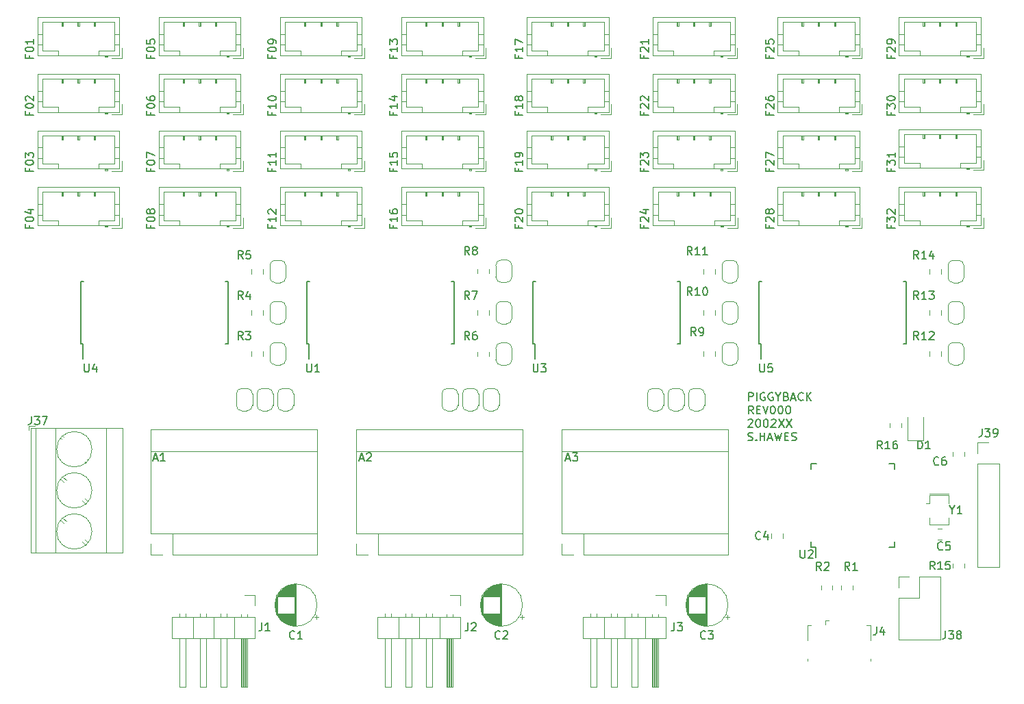
<source format=gbr>
G04 #@! TF.GenerationSoftware,KiCad,Pcbnew,(5.1.5-0-10_14)*
G04 #@! TF.CreationDate,2020-02-24T10:17:45-05:00*
G04 #@! TF.ProjectId,piggyback,70696767-7962-4616-936b-2e6b69636164,rev?*
G04 #@! TF.SameCoordinates,Original*
G04 #@! TF.FileFunction,Legend,Top*
G04 #@! TF.FilePolarity,Positive*
%FSLAX46Y46*%
G04 Gerber Fmt 4.6, Leading zero omitted, Abs format (unit mm)*
G04 Created by KiCad (PCBNEW (5.1.5-0-10_14)) date 2020-02-24 10:17:45*
%MOMM*%
%LPD*%
G04 APERTURE LIST*
%ADD10C,0.150000*%
%ADD11C,0.120000*%
G04 APERTURE END LIST*
D10*
X131835595Y-112477380D02*
X131835595Y-111477380D01*
X132216547Y-111477380D01*
X132311785Y-111525000D01*
X132359404Y-111572619D01*
X132407023Y-111667857D01*
X132407023Y-111810714D01*
X132359404Y-111905952D01*
X132311785Y-111953571D01*
X132216547Y-112001190D01*
X131835595Y-112001190D01*
X132835595Y-112477380D02*
X132835595Y-111477380D01*
X133835595Y-111525000D02*
X133740357Y-111477380D01*
X133597500Y-111477380D01*
X133454642Y-111525000D01*
X133359404Y-111620238D01*
X133311785Y-111715476D01*
X133264166Y-111905952D01*
X133264166Y-112048809D01*
X133311785Y-112239285D01*
X133359404Y-112334523D01*
X133454642Y-112429761D01*
X133597500Y-112477380D01*
X133692738Y-112477380D01*
X133835595Y-112429761D01*
X133883214Y-112382142D01*
X133883214Y-112048809D01*
X133692738Y-112048809D01*
X134835595Y-111525000D02*
X134740357Y-111477380D01*
X134597500Y-111477380D01*
X134454642Y-111525000D01*
X134359404Y-111620238D01*
X134311785Y-111715476D01*
X134264166Y-111905952D01*
X134264166Y-112048809D01*
X134311785Y-112239285D01*
X134359404Y-112334523D01*
X134454642Y-112429761D01*
X134597500Y-112477380D01*
X134692738Y-112477380D01*
X134835595Y-112429761D01*
X134883214Y-112382142D01*
X134883214Y-112048809D01*
X134692738Y-112048809D01*
X135502261Y-112001190D02*
X135502261Y-112477380D01*
X135168928Y-111477380D02*
X135502261Y-112001190D01*
X135835595Y-111477380D01*
X136502261Y-111953571D02*
X136645119Y-112001190D01*
X136692738Y-112048809D01*
X136740357Y-112144047D01*
X136740357Y-112286904D01*
X136692738Y-112382142D01*
X136645119Y-112429761D01*
X136549880Y-112477380D01*
X136168928Y-112477380D01*
X136168928Y-111477380D01*
X136502261Y-111477380D01*
X136597500Y-111525000D01*
X136645119Y-111572619D01*
X136692738Y-111667857D01*
X136692738Y-111763095D01*
X136645119Y-111858333D01*
X136597500Y-111905952D01*
X136502261Y-111953571D01*
X136168928Y-111953571D01*
X137121309Y-112191666D02*
X137597500Y-112191666D01*
X137026071Y-112477380D02*
X137359404Y-111477380D01*
X137692738Y-112477380D01*
X138597500Y-112382142D02*
X138549880Y-112429761D01*
X138407023Y-112477380D01*
X138311785Y-112477380D01*
X138168928Y-112429761D01*
X138073690Y-112334523D01*
X138026071Y-112239285D01*
X137978452Y-112048809D01*
X137978452Y-111905952D01*
X138026071Y-111715476D01*
X138073690Y-111620238D01*
X138168928Y-111525000D01*
X138311785Y-111477380D01*
X138407023Y-111477380D01*
X138549880Y-111525000D01*
X138597500Y-111572619D01*
X139026071Y-112477380D02*
X139026071Y-111477380D01*
X139597500Y-112477380D02*
X139168928Y-111905952D01*
X139597500Y-111477380D02*
X139026071Y-112048809D01*
X132407023Y-114127380D02*
X132073690Y-113651190D01*
X131835595Y-114127380D02*
X131835595Y-113127380D01*
X132216547Y-113127380D01*
X132311785Y-113175000D01*
X132359404Y-113222619D01*
X132407023Y-113317857D01*
X132407023Y-113460714D01*
X132359404Y-113555952D01*
X132311785Y-113603571D01*
X132216547Y-113651190D01*
X131835595Y-113651190D01*
X132835595Y-113603571D02*
X133168928Y-113603571D01*
X133311785Y-114127380D02*
X132835595Y-114127380D01*
X132835595Y-113127380D01*
X133311785Y-113127380D01*
X133597500Y-113127380D02*
X133930833Y-114127380D01*
X134264166Y-113127380D01*
X134787976Y-113127380D02*
X134883214Y-113127380D01*
X134978452Y-113175000D01*
X135026071Y-113222619D01*
X135073690Y-113317857D01*
X135121309Y-113508333D01*
X135121309Y-113746428D01*
X135073690Y-113936904D01*
X135026071Y-114032142D01*
X134978452Y-114079761D01*
X134883214Y-114127380D01*
X134787976Y-114127380D01*
X134692738Y-114079761D01*
X134645119Y-114032142D01*
X134597500Y-113936904D01*
X134549880Y-113746428D01*
X134549880Y-113508333D01*
X134597500Y-113317857D01*
X134645119Y-113222619D01*
X134692738Y-113175000D01*
X134787976Y-113127380D01*
X135740357Y-113127380D02*
X135835595Y-113127380D01*
X135930833Y-113175000D01*
X135978452Y-113222619D01*
X136026071Y-113317857D01*
X136073690Y-113508333D01*
X136073690Y-113746428D01*
X136026071Y-113936904D01*
X135978452Y-114032142D01*
X135930833Y-114079761D01*
X135835595Y-114127380D01*
X135740357Y-114127380D01*
X135645119Y-114079761D01*
X135597500Y-114032142D01*
X135549880Y-113936904D01*
X135502261Y-113746428D01*
X135502261Y-113508333D01*
X135549880Y-113317857D01*
X135597500Y-113222619D01*
X135645119Y-113175000D01*
X135740357Y-113127380D01*
X136692738Y-113127380D02*
X136787976Y-113127380D01*
X136883214Y-113175000D01*
X136930833Y-113222619D01*
X136978452Y-113317857D01*
X137026071Y-113508333D01*
X137026071Y-113746428D01*
X136978452Y-113936904D01*
X136930833Y-114032142D01*
X136883214Y-114079761D01*
X136787976Y-114127380D01*
X136692738Y-114127380D01*
X136597500Y-114079761D01*
X136549880Y-114032142D01*
X136502261Y-113936904D01*
X136454642Y-113746428D01*
X136454642Y-113508333D01*
X136502261Y-113317857D01*
X136549880Y-113222619D01*
X136597500Y-113175000D01*
X136692738Y-113127380D01*
X131787976Y-114872619D02*
X131835595Y-114825000D01*
X131930833Y-114777380D01*
X132168928Y-114777380D01*
X132264166Y-114825000D01*
X132311785Y-114872619D01*
X132359404Y-114967857D01*
X132359404Y-115063095D01*
X132311785Y-115205952D01*
X131740357Y-115777380D01*
X132359404Y-115777380D01*
X132978452Y-114777380D02*
X133073690Y-114777380D01*
X133168928Y-114825000D01*
X133216547Y-114872619D01*
X133264166Y-114967857D01*
X133311785Y-115158333D01*
X133311785Y-115396428D01*
X133264166Y-115586904D01*
X133216547Y-115682142D01*
X133168928Y-115729761D01*
X133073690Y-115777380D01*
X132978452Y-115777380D01*
X132883214Y-115729761D01*
X132835595Y-115682142D01*
X132787976Y-115586904D01*
X132740357Y-115396428D01*
X132740357Y-115158333D01*
X132787976Y-114967857D01*
X132835595Y-114872619D01*
X132883214Y-114825000D01*
X132978452Y-114777380D01*
X133930833Y-114777380D02*
X134026071Y-114777380D01*
X134121309Y-114825000D01*
X134168928Y-114872619D01*
X134216547Y-114967857D01*
X134264166Y-115158333D01*
X134264166Y-115396428D01*
X134216547Y-115586904D01*
X134168928Y-115682142D01*
X134121309Y-115729761D01*
X134026071Y-115777380D01*
X133930833Y-115777380D01*
X133835595Y-115729761D01*
X133787976Y-115682142D01*
X133740357Y-115586904D01*
X133692738Y-115396428D01*
X133692738Y-115158333D01*
X133740357Y-114967857D01*
X133787976Y-114872619D01*
X133835595Y-114825000D01*
X133930833Y-114777380D01*
X134645119Y-114872619D02*
X134692738Y-114825000D01*
X134787976Y-114777380D01*
X135026071Y-114777380D01*
X135121309Y-114825000D01*
X135168928Y-114872619D01*
X135216547Y-114967857D01*
X135216547Y-115063095D01*
X135168928Y-115205952D01*
X134597500Y-115777380D01*
X135216547Y-115777380D01*
X135549880Y-114777380D02*
X136216547Y-115777380D01*
X136216547Y-114777380D02*
X135549880Y-115777380D01*
X136502261Y-114777380D02*
X137168928Y-115777380D01*
X137168928Y-114777380D02*
X136502261Y-115777380D01*
X131787976Y-117379761D02*
X131930833Y-117427380D01*
X132168928Y-117427380D01*
X132264166Y-117379761D01*
X132311785Y-117332142D01*
X132359404Y-117236904D01*
X132359404Y-117141666D01*
X132311785Y-117046428D01*
X132264166Y-116998809D01*
X132168928Y-116951190D01*
X131978452Y-116903571D01*
X131883214Y-116855952D01*
X131835595Y-116808333D01*
X131787976Y-116713095D01*
X131787976Y-116617857D01*
X131835595Y-116522619D01*
X131883214Y-116475000D01*
X131978452Y-116427380D01*
X132216547Y-116427380D01*
X132359404Y-116475000D01*
X132787976Y-117332142D02*
X132835595Y-117379761D01*
X132787976Y-117427380D01*
X132740357Y-117379761D01*
X132787976Y-117332142D01*
X132787976Y-117427380D01*
X133264166Y-117427380D02*
X133264166Y-116427380D01*
X133264166Y-116903571D02*
X133835595Y-116903571D01*
X133835595Y-117427380D02*
X133835595Y-116427380D01*
X134264166Y-117141666D02*
X134740357Y-117141666D01*
X134168928Y-117427380D02*
X134502261Y-116427380D01*
X134835595Y-117427380D01*
X135073690Y-116427380D02*
X135311785Y-117427380D01*
X135502261Y-116713095D01*
X135692738Y-117427380D01*
X135930833Y-116427380D01*
X136311785Y-116903571D02*
X136645119Y-116903571D01*
X136787976Y-117427380D02*
X136311785Y-117427380D01*
X136311785Y-116427380D01*
X136787976Y-116427380D01*
X137168928Y-117379761D02*
X137311785Y-117427380D01*
X137549880Y-117427380D01*
X137645119Y-117379761D01*
X137692738Y-117332142D01*
X137740357Y-117236904D01*
X137740357Y-117141666D01*
X137692738Y-117046428D01*
X137645119Y-116998809D01*
X137549880Y-116951190D01*
X137359404Y-116903571D01*
X137264166Y-116855952D01*
X137216547Y-116808333D01*
X137168928Y-116713095D01*
X137168928Y-116617857D01*
X137216547Y-116522619D01*
X137264166Y-116475000D01*
X137359404Y-116427380D01*
X137597500Y-116427380D01*
X137740357Y-116475000D01*
X149428571Y-76809523D02*
X149428571Y-77142857D01*
X149952380Y-77142857D02*
X148952380Y-77142857D01*
X148952380Y-76666666D01*
X148952380Y-76380952D02*
X148952380Y-75761904D01*
X149333333Y-76095238D01*
X149333333Y-75952380D01*
X149380952Y-75857142D01*
X149428571Y-75809523D01*
X149523809Y-75761904D01*
X149761904Y-75761904D01*
X149857142Y-75809523D01*
X149904761Y-75857142D01*
X149952380Y-75952380D01*
X149952380Y-76238095D01*
X149904761Y-76333333D01*
X149857142Y-76380952D01*
X148952380Y-75142857D02*
X148952380Y-75047619D01*
X149000000Y-74952380D01*
X149047619Y-74904761D01*
X149142857Y-74857142D01*
X149333333Y-74809523D01*
X149571428Y-74809523D01*
X149761904Y-74857142D01*
X149857142Y-74904761D01*
X149904761Y-74952380D01*
X149952380Y-75047619D01*
X149952380Y-75142857D01*
X149904761Y-75238095D01*
X149857142Y-75285714D01*
X149761904Y-75333333D01*
X149571428Y-75380952D01*
X149333333Y-75380952D01*
X149142857Y-75333333D01*
X149047619Y-75285714D01*
X149000000Y-75238095D01*
X148952380Y-75142857D01*
X149428571Y-83809523D02*
X149428571Y-84142857D01*
X149952380Y-84142857D02*
X148952380Y-84142857D01*
X148952380Y-83666666D01*
X148952380Y-83380952D02*
X148952380Y-82761904D01*
X149333333Y-83095238D01*
X149333333Y-82952380D01*
X149380952Y-82857142D01*
X149428571Y-82809523D01*
X149523809Y-82761904D01*
X149761904Y-82761904D01*
X149857142Y-82809523D01*
X149904761Y-82857142D01*
X149952380Y-82952380D01*
X149952380Y-83238095D01*
X149904761Y-83333333D01*
X149857142Y-83380952D01*
X149952380Y-81809523D02*
X149952380Y-82380952D01*
X149952380Y-82095238D02*
X148952380Y-82095238D01*
X149095238Y-82190476D01*
X149190476Y-82285714D01*
X149238095Y-82380952D01*
X149428571Y-69809523D02*
X149428571Y-70142857D01*
X149952380Y-70142857D02*
X148952380Y-70142857D01*
X148952380Y-69666666D01*
X149047619Y-69333333D02*
X149000000Y-69285714D01*
X148952380Y-69190476D01*
X148952380Y-68952380D01*
X149000000Y-68857142D01*
X149047619Y-68809523D01*
X149142857Y-68761904D01*
X149238095Y-68761904D01*
X149380952Y-68809523D01*
X149952380Y-69380952D01*
X149952380Y-68761904D01*
X149952380Y-68285714D02*
X149952380Y-68095238D01*
X149904761Y-68000000D01*
X149857142Y-67952380D01*
X149714285Y-67857142D01*
X149523809Y-67809523D01*
X149142857Y-67809523D01*
X149047619Y-67857142D01*
X149000000Y-67904761D01*
X148952380Y-68000000D01*
X148952380Y-68190476D01*
X149000000Y-68285714D01*
X149047619Y-68333333D01*
X149142857Y-68380952D01*
X149380952Y-68380952D01*
X149476190Y-68333333D01*
X149523809Y-68285714D01*
X149571428Y-68190476D01*
X149571428Y-68000000D01*
X149523809Y-67904761D01*
X149476190Y-67857142D01*
X149380952Y-67809523D01*
X149428571Y-90809523D02*
X149428571Y-91142857D01*
X149952380Y-91142857D02*
X148952380Y-91142857D01*
X148952380Y-90666666D01*
X148952380Y-90380952D02*
X148952380Y-89761904D01*
X149333333Y-90095238D01*
X149333333Y-89952380D01*
X149380952Y-89857142D01*
X149428571Y-89809523D01*
X149523809Y-89761904D01*
X149761904Y-89761904D01*
X149857142Y-89809523D01*
X149904761Y-89857142D01*
X149952380Y-89952380D01*
X149952380Y-90238095D01*
X149904761Y-90333333D01*
X149857142Y-90380952D01*
X149047619Y-89380952D02*
X149000000Y-89333333D01*
X148952380Y-89238095D01*
X148952380Y-89000000D01*
X149000000Y-88904761D01*
X149047619Y-88857142D01*
X149142857Y-88809523D01*
X149238095Y-88809523D01*
X149380952Y-88857142D01*
X149952380Y-89428571D01*
X149952380Y-88809523D01*
X134428571Y-69809523D02*
X134428571Y-70142857D01*
X134952380Y-70142857D02*
X133952380Y-70142857D01*
X133952380Y-69666666D01*
X134047619Y-69333333D02*
X134000000Y-69285714D01*
X133952380Y-69190476D01*
X133952380Y-68952380D01*
X134000000Y-68857142D01*
X134047619Y-68809523D01*
X134142857Y-68761904D01*
X134238095Y-68761904D01*
X134380952Y-68809523D01*
X134952380Y-69380952D01*
X134952380Y-68761904D01*
X133952380Y-67857142D02*
X133952380Y-68333333D01*
X134428571Y-68380952D01*
X134380952Y-68333333D01*
X134333333Y-68238095D01*
X134333333Y-68000000D01*
X134380952Y-67904761D01*
X134428571Y-67857142D01*
X134523809Y-67809523D01*
X134761904Y-67809523D01*
X134857142Y-67857142D01*
X134904761Y-67904761D01*
X134952380Y-68000000D01*
X134952380Y-68238095D01*
X134904761Y-68333333D01*
X134857142Y-68380952D01*
X134428571Y-76809523D02*
X134428571Y-77142857D01*
X134952380Y-77142857D02*
X133952380Y-77142857D01*
X133952380Y-76666666D01*
X134047619Y-76333333D02*
X134000000Y-76285714D01*
X133952380Y-76190476D01*
X133952380Y-75952380D01*
X134000000Y-75857142D01*
X134047619Y-75809523D01*
X134142857Y-75761904D01*
X134238095Y-75761904D01*
X134380952Y-75809523D01*
X134952380Y-76380952D01*
X134952380Y-75761904D01*
X133952380Y-74904761D02*
X133952380Y-75095238D01*
X134000000Y-75190476D01*
X134047619Y-75238095D01*
X134190476Y-75333333D01*
X134380952Y-75380952D01*
X134761904Y-75380952D01*
X134857142Y-75333333D01*
X134904761Y-75285714D01*
X134952380Y-75190476D01*
X134952380Y-75000000D01*
X134904761Y-74904761D01*
X134857142Y-74857142D01*
X134761904Y-74809523D01*
X134523809Y-74809523D01*
X134428571Y-74857142D01*
X134380952Y-74904761D01*
X134333333Y-75000000D01*
X134333333Y-75190476D01*
X134380952Y-75285714D01*
X134428571Y-75333333D01*
X134523809Y-75380952D01*
X134428571Y-83809523D02*
X134428571Y-84142857D01*
X134952380Y-84142857D02*
X133952380Y-84142857D01*
X133952380Y-83666666D01*
X134047619Y-83333333D02*
X134000000Y-83285714D01*
X133952380Y-83190476D01*
X133952380Y-82952380D01*
X134000000Y-82857142D01*
X134047619Y-82809523D01*
X134142857Y-82761904D01*
X134238095Y-82761904D01*
X134380952Y-82809523D01*
X134952380Y-83380952D01*
X134952380Y-82761904D01*
X133952380Y-82428571D02*
X133952380Y-81761904D01*
X134952380Y-82190476D01*
X134428571Y-90809523D02*
X134428571Y-91142857D01*
X134952380Y-91142857D02*
X133952380Y-91142857D01*
X133952380Y-90666666D01*
X134047619Y-90333333D02*
X134000000Y-90285714D01*
X133952380Y-90190476D01*
X133952380Y-89952380D01*
X134000000Y-89857142D01*
X134047619Y-89809523D01*
X134142857Y-89761904D01*
X134238095Y-89761904D01*
X134380952Y-89809523D01*
X134952380Y-90380952D01*
X134952380Y-89761904D01*
X134380952Y-89190476D02*
X134333333Y-89285714D01*
X134285714Y-89333333D01*
X134190476Y-89380952D01*
X134142857Y-89380952D01*
X134047619Y-89333333D01*
X134000000Y-89285714D01*
X133952380Y-89190476D01*
X133952380Y-89000000D01*
X134000000Y-88904761D01*
X134047619Y-88857142D01*
X134142857Y-88809523D01*
X134190476Y-88809523D01*
X134285714Y-88857142D01*
X134333333Y-88904761D01*
X134380952Y-89000000D01*
X134380952Y-89190476D01*
X134428571Y-89285714D01*
X134476190Y-89333333D01*
X134571428Y-89380952D01*
X134761904Y-89380952D01*
X134857142Y-89333333D01*
X134904761Y-89285714D01*
X134952380Y-89190476D01*
X134952380Y-89000000D01*
X134904761Y-88904761D01*
X134857142Y-88857142D01*
X134761904Y-88809523D01*
X134571428Y-88809523D01*
X134476190Y-88857142D01*
X134428571Y-88904761D01*
X134380952Y-89000000D01*
X118928571Y-76809523D02*
X118928571Y-77142857D01*
X119452380Y-77142857D02*
X118452380Y-77142857D01*
X118452380Y-76666666D01*
X118547619Y-76333333D02*
X118500000Y-76285714D01*
X118452380Y-76190476D01*
X118452380Y-75952380D01*
X118500000Y-75857142D01*
X118547619Y-75809523D01*
X118642857Y-75761904D01*
X118738095Y-75761904D01*
X118880952Y-75809523D01*
X119452380Y-76380952D01*
X119452380Y-75761904D01*
X118547619Y-75380952D02*
X118500000Y-75333333D01*
X118452380Y-75238095D01*
X118452380Y-75000000D01*
X118500000Y-74904761D01*
X118547619Y-74857142D01*
X118642857Y-74809523D01*
X118738095Y-74809523D01*
X118880952Y-74857142D01*
X119452380Y-75428571D01*
X119452380Y-74809523D01*
X118928571Y-83809523D02*
X118928571Y-84142857D01*
X119452380Y-84142857D02*
X118452380Y-84142857D01*
X118452380Y-83666666D01*
X118547619Y-83333333D02*
X118500000Y-83285714D01*
X118452380Y-83190476D01*
X118452380Y-82952380D01*
X118500000Y-82857142D01*
X118547619Y-82809523D01*
X118642857Y-82761904D01*
X118738095Y-82761904D01*
X118880952Y-82809523D01*
X119452380Y-83380952D01*
X119452380Y-82761904D01*
X118452380Y-82428571D02*
X118452380Y-81809523D01*
X118833333Y-82142857D01*
X118833333Y-82000000D01*
X118880952Y-81904761D01*
X118928571Y-81857142D01*
X119023809Y-81809523D01*
X119261904Y-81809523D01*
X119357142Y-81857142D01*
X119404761Y-81904761D01*
X119452380Y-82000000D01*
X119452380Y-82285714D01*
X119404761Y-82380952D01*
X119357142Y-82428571D01*
X118928571Y-90809523D02*
X118928571Y-91142857D01*
X119452380Y-91142857D02*
X118452380Y-91142857D01*
X118452380Y-90666666D01*
X118547619Y-90333333D02*
X118500000Y-90285714D01*
X118452380Y-90190476D01*
X118452380Y-89952380D01*
X118500000Y-89857142D01*
X118547619Y-89809523D01*
X118642857Y-89761904D01*
X118738095Y-89761904D01*
X118880952Y-89809523D01*
X119452380Y-90380952D01*
X119452380Y-89761904D01*
X118785714Y-88904761D02*
X119452380Y-88904761D01*
X118404761Y-89142857D02*
X119119047Y-89380952D01*
X119119047Y-88761904D01*
X118928571Y-69809523D02*
X118928571Y-70142857D01*
X119452380Y-70142857D02*
X118452380Y-70142857D01*
X118452380Y-69666666D01*
X118547619Y-69333333D02*
X118500000Y-69285714D01*
X118452380Y-69190476D01*
X118452380Y-68952380D01*
X118500000Y-68857142D01*
X118547619Y-68809523D01*
X118642857Y-68761904D01*
X118738095Y-68761904D01*
X118880952Y-68809523D01*
X119452380Y-69380952D01*
X119452380Y-68761904D01*
X119452380Y-67809523D02*
X119452380Y-68380952D01*
X119452380Y-68095238D02*
X118452380Y-68095238D01*
X118595238Y-68190476D01*
X118690476Y-68285714D01*
X118738095Y-68380952D01*
X103428571Y-83809523D02*
X103428571Y-84142857D01*
X103952380Y-84142857D02*
X102952380Y-84142857D01*
X102952380Y-83666666D01*
X103952380Y-82761904D02*
X103952380Y-83333333D01*
X103952380Y-83047619D02*
X102952380Y-83047619D01*
X103095238Y-83142857D01*
X103190476Y-83238095D01*
X103238095Y-83333333D01*
X103952380Y-82285714D02*
X103952380Y-82095238D01*
X103904761Y-82000000D01*
X103857142Y-81952380D01*
X103714285Y-81857142D01*
X103523809Y-81809523D01*
X103142857Y-81809523D01*
X103047619Y-81857142D01*
X103000000Y-81904761D01*
X102952380Y-82000000D01*
X102952380Y-82190476D01*
X103000000Y-82285714D01*
X103047619Y-82333333D01*
X103142857Y-82380952D01*
X103380952Y-82380952D01*
X103476190Y-82333333D01*
X103523809Y-82285714D01*
X103571428Y-82190476D01*
X103571428Y-82000000D01*
X103523809Y-81904761D01*
X103476190Y-81857142D01*
X103380952Y-81809523D01*
X103428571Y-69809523D02*
X103428571Y-70142857D01*
X103952380Y-70142857D02*
X102952380Y-70142857D01*
X102952380Y-69666666D01*
X103952380Y-68761904D02*
X103952380Y-69333333D01*
X103952380Y-69047619D02*
X102952380Y-69047619D01*
X103095238Y-69142857D01*
X103190476Y-69238095D01*
X103238095Y-69333333D01*
X102952380Y-68428571D02*
X102952380Y-67761904D01*
X103952380Y-68190476D01*
X103428571Y-90809523D02*
X103428571Y-91142857D01*
X103952380Y-91142857D02*
X102952380Y-91142857D01*
X102952380Y-90666666D01*
X103047619Y-90333333D02*
X103000000Y-90285714D01*
X102952380Y-90190476D01*
X102952380Y-89952380D01*
X103000000Y-89857142D01*
X103047619Y-89809523D01*
X103142857Y-89761904D01*
X103238095Y-89761904D01*
X103380952Y-89809523D01*
X103952380Y-90380952D01*
X103952380Y-89761904D01*
X102952380Y-89142857D02*
X102952380Y-89047619D01*
X103000000Y-88952380D01*
X103047619Y-88904761D01*
X103142857Y-88857142D01*
X103333333Y-88809523D01*
X103571428Y-88809523D01*
X103761904Y-88857142D01*
X103857142Y-88904761D01*
X103904761Y-88952380D01*
X103952380Y-89047619D01*
X103952380Y-89142857D01*
X103904761Y-89238095D01*
X103857142Y-89285714D01*
X103761904Y-89333333D01*
X103571428Y-89380952D01*
X103333333Y-89380952D01*
X103142857Y-89333333D01*
X103047619Y-89285714D01*
X103000000Y-89238095D01*
X102952380Y-89142857D01*
X103428571Y-76809523D02*
X103428571Y-77142857D01*
X103952380Y-77142857D02*
X102952380Y-77142857D01*
X102952380Y-76666666D01*
X103952380Y-75761904D02*
X103952380Y-76333333D01*
X103952380Y-76047619D02*
X102952380Y-76047619D01*
X103095238Y-76142857D01*
X103190476Y-76238095D01*
X103238095Y-76333333D01*
X103380952Y-75190476D02*
X103333333Y-75285714D01*
X103285714Y-75333333D01*
X103190476Y-75380952D01*
X103142857Y-75380952D01*
X103047619Y-75333333D01*
X103000000Y-75285714D01*
X102952380Y-75190476D01*
X102952380Y-75000000D01*
X103000000Y-74904761D01*
X103047619Y-74857142D01*
X103142857Y-74809523D01*
X103190476Y-74809523D01*
X103285714Y-74857142D01*
X103333333Y-74904761D01*
X103380952Y-75000000D01*
X103380952Y-75190476D01*
X103428571Y-75285714D01*
X103476190Y-75333333D01*
X103571428Y-75380952D01*
X103761904Y-75380952D01*
X103857142Y-75333333D01*
X103904761Y-75285714D01*
X103952380Y-75190476D01*
X103952380Y-75000000D01*
X103904761Y-74904761D01*
X103857142Y-74857142D01*
X103761904Y-74809523D01*
X103571428Y-74809523D01*
X103476190Y-74857142D01*
X103428571Y-74904761D01*
X103380952Y-75000000D01*
X87928571Y-90809523D02*
X87928571Y-91142857D01*
X88452380Y-91142857D02*
X87452380Y-91142857D01*
X87452380Y-90666666D01*
X88452380Y-89761904D02*
X88452380Y-90333333D01*
X88452380Y-90047619D02*
X87452380Y-90047619D01*
X87595238Y-90142857D01*
X87690476Y-90238095D01*
X87738095Y-90333333D01*
X87452380Y-88904761D02*
X87452380Y-89095238D01*
X87500000Y-89190476D01*
X87547619Y-89238095D01*
X87690476Y-89333333D01*
X87880952Y-89380952D01*
X88261904Y-89380952D01*
X88357142Y-89333333D01*
X88404761Y-89285714D01*
X88452380Y-89190476D01*
X88452380Y-89000000D01*
X88404761Y-88904761D01*
X88357142Y-88857142D01*
X88261904Y-88809523D01*
X88023809Y-88809523D01*
X87928571Y-88857142D01*
X87880952Y-88904761D01*
X87833333Y-89000000D01*
X87833333Y-89190476D01*
X87880952Y-89285714D01*
X87928571Y-89333333D01*
X88023809Y-89380952D01*
X87928571Y-76809523D02*
X87928571Y-77142857D01*
X88452380Y-77142857D02*
X87452380Y-77142857D01*
X87452380Y-76666666D01*
X88452380Y-75761904D02*
X88452380Y-76333333D01*
X88452380Y-76047619D02*
X87452380Y-76047619D01*
X87595238Y-76142857D01*
X87690476Y-76238095D01*
X87738095Y-76333333D01*
X87785714Y-74904761D02*
X88452380Y-74904761D01*
X87404761Y-75142857D02*
X88119047Y-75380952D01*
X88119047Y-74761904D01*
X87928571Y-69809523D02*
X87928571Y-70142857D01*
X88452380Y-70142857D02*
X87452380Y-70142857D01*
X87452380Y-69666666D01*
X88452380Y-68761904D02*
X88452380Y-69333333D01*
X88452380Y-69047619D02*
X87452380Y-69047619D01*
X87595238Y-69142857D01*
X87690476Y-69238095D01*
X87738095Y-69333333D01*
X87452380Y-68428571D02*
X87452380Y-67809523D01*
X87833333Y-68142857D01*
X87833333Y-68000000D01*
X87880952Y-67904761D01*
X87928571Y-67857142D01*
X88023809Y-67809523D01*
X88261904Y-67809523D01*
X88357142Y-67857142D01*
X88404761Y-67904761D01*
X88452380Y-68000000D01*
X88452380Y-68285714D01*
X88404761Y-68380952D01*
X88357142Y-68428571D01*
X87928571Y-83809523D02*
X87928571Y-84142857D01*
X88452380Y-84142857D02*
X87452380Y-84142857D01*
X87452380Y-83666666D01*
X88452380Y-82761904D02*
X88452380Y-83333333D01*
X88452380Y-83047619D02*
X87452380Y-83047619D01*
X87595238Y-83142857D01*
X87690476Y-83238095D01*
X87738095Y-83333333D01*
X87452380Y-81857142D02*
X87452380Y-82333333D01*
X87928571Y-82380952D01*
X87880952Y-82333333D01*
X87833333Y-82238095D01*
X87833333Y-82000000D01*
X87880952Y-81904761D01*
X87928571Y-81857142D01*
X88023809Y-81809523D01*
X88261904Y-81809523D01*
X88357142Y-81857142D01*
X88404761Y-81904761D01*
X88452380Y-82000000D01*
X88452380Y-82238095D01*
X88404761Y-82333333D01*
X88357142Y-82380952D01*
X72928571Y-90809523D02*
X72928571Y-91142857D01*
X73452380Y-91142857D02*
X72452380Y-91142857D01*
X72452380Y-90666666D01*
X73452380Y-89761904D02*
X73452380Y-90333333D01*
X73452380Y-90047619D02*
X72452380Y-90047619D01*
X72595238Y-90142857D01*
X72690476Y-90238095D01*
X72738095Y-90333333D01*
X72547619Y-89380952D02*
X72500000Y-89333333D01*
X72452380Y-89238095D01*
X72452380Y-89000000D01*
X72500000Y-88904761D01*
X72547619Y-88857142D01*
X72642857Y-88809523D01*
X72738095Y-88809523D01*
X72880952Y-88857142D01*
X73452380Y-89428571D01*
X73452380Y-88809523D01*
X72928571Y-83809523D02*
X72928571Y-84142857D01*
X73452380Y-84142857D02*
X72452380Y-84142857D01*
X72452380Y-83666666D01*
X73452380Y-82761904D02*
X73452380Y-83333333D01*
X73452380Y-83047619D02*
X72452380Y-83047619D01*
X72595238Y-83142857D01*
X72690476Y-83238095D01*
X72738095Y-83333333D01*
X73452380Y-81809523D02*
X73452380Y-82380952D01*
X73452380Y-82095238D02*
X72452380Y-82095238D01*
X72595238Y-82190476D01*
X72690476Y-82285714D01*
X72738095Y-82380952D01*
X72928571Y-69809523D02*
X72928571Y-70142857D01*
X73452380Y-70142857D02*
X72452380Y-70142857D01*
X72452380Y-69666666D01*
X72452380Y-69095238D02*
X72452380Y-69000000D01*
X72500000Y-68904761D01*
X72547619Y-68857142D01*
X72642857Y-68809523D01*
X72833333Y-68761904D01*
X73071428Y-68761904D01*
X73261904Y-68809523D01*
X73357142Y-68857142D01*
X73404761Y-68904761D01*
X73452380Y-69000000D01*
X73452380Y-69095238D01*
X73404761Y-69190476D01*
X73357142Y-69238095D01*
X73261904Y-69285714D01*
X73071428Y-69333333D01*
X72833333Y-69333333D01*
X72642857Y-69285714D01*
X72547619Y-69238095D01*
X72500000Y-69190476D01*
X72452380Y-69095238D01*
X73452380Y-68285714D02*
X73452380Y-68095238D01*
X73404761Y-68000000D01*
X73357142Y-67952380D01*
X73214285Y-67857142D01*
X73023809Y-67809523D01*
X72642857Y-67809523D01*
X72547619Y-67857142D01*
X72500000Y-67904761D01*
X72452380Y-68000000D01*
X72452380Y-68190476D01*
X72500000Y-68285714D01*
X72547619Y-68333333D01*
X72642857Y-68380952D01*
X72880952Y-68380952D01*
X72976190Y-68333333D01*
X73023809Y-68285714D01*
X73071428Y-68190476D01*
X73071428Y-68000000D01*
X73023809Y-67904761D01*
X72976190Y-67857142D01*
X72880952Y-67809523D01*
X72928571Y-76809523D02*
X72928571Y-77142857D01*
X73452380Y-77142857D02*
X72452380Y-77142857D01*
X72452380Y-76666666D01*
X73452380Y-75761904D02*
X73452380Y-76333333D01*
X73452380Y-76047619D02*
X72452380Y-76047619D01*
X72595238Y-76142857D01*
X72690476Y-76238095D01*
X72738095Y-76333333D01*
X72452380Y-75142857D02*
X72452380Y-75047619D01*
X72500000Y-74952380D01*
X72547619Y-74904761D01*
X72642857Y-74857142D01*
X72833333Y-74809523D01*
X73071428Y-74809523D01*
X73261904Y-74857142D01*
X73357142Y-74904761D01*
X73404761Y-74952380D01*
X73452380Y-75047619D01*
X73452380Y-75142857D01*
X73404761Y-75238095D01*
X73357142Y-75285714D01*
X73261904Y-75333333D01*
X73071428Y-75380952D01*
X72833333Y-75380952D01*
X72642857Y-75333333D01*
X72547619Y-75285714D01*
X72500000Y-75238095D01*
X72452380Y-75142857D01*
X57928571Y-69809523D02*
X57928571Y-70142857D01*
X58452380Y-70142857D02*
X57452380Y-70142857D01*
X57452380Y-69666666D01*
X57452380Y-69095238D02*
X57452380Y-69000000D01*
X57500000Y-68904761D01*
X57547619Y-68857142D01*
X57642857Y-68809523D01*
X57833333Y-68761904D01*
X58071428Y-68761904D01*
X58261904Y-68809523D01*
X58357142Y-68857142D01*
X58404761Y-68904761D01*
X58452380Y-69000000D01*
X58452380Y-69095238D01*
X58404761Y-69190476D01*
X58357142Y-69238095D01*
X58261904Y-69285714D01*
X58071428Y-69333333D01*
X57833333Y-69333333D01*
X57642857Y-69285714D01*
X57547619Y-69238095D01*
X57500000Y-69190476D01*
X57452380Y-69095238D01*
X57452380Y-67857142D02*
X57452380Y-68333333D01*
X57928571Y-68380952D01*
X57880952Y-68333333D01*
X57833333Y-68238095D01*
X57833333Y-68000000D01*
X57880952Y-67904761D01*
X57928571Y-67857142D01*
X58023809Y-67809523D01*
X58261904Y-67809523D01*
X58357142Y-67857142D01*
X58404761Y-67904761D01*
X58452380Y-68000000D01*
X58452380Y-68238095D01*
X58404761Y-68333333D01*
X58357142Y-68380952D01*
X57928571Y-90809523D02*
X57928571Y-91142857D01*
X58452380Y-91142857D02*
X57452380Y-91142857D01*
X57452380Y-90666666D01*
X57452380Y-90095238D02*
X57452380Y-90000000D01*
X57500000Y-89904761D01*
X57547619Y-89857142D01*
X57642857Y-89809523D01*
X57833333Y-89761904D01*
X58071428Y-89761904D01*
X58261904Y-89809523D01*
X58357142Y-89857142D01*
X58404761Y-89904761D01*
X58452380Y-90000000D01*
X58452380Y-90095238D01*
X58404761Y-90190476D01*
X58357142Y-90238095D01*
X58261904Y-90285714D01*
X58071428Y-90333333D01*
X57833333Y-90333333D01*
X57642857Y-90285714D01*
X57547619Y-90238095D01*
X57500000Y-90190476D01*
X57452380Y-90095238D01*
X57880952Y-89190476D02*
X57833333Y-89285714D01*
X57785714Y-89333333D01*
X57690476Y-89380952D01*
X57642857Y-89380952D01*
X57547619Y-89333333D01*
X57500000Y-89285714D01*
X57452380Y-89190476D01*
X57452380Y-89000000D01*
X57500000Y-88904761D01*
X57547619Y-88857142D01*
X57642857Y-88809523D01*
X57690476Y-88809523D01*
X57785714Y-88857142D01*
X57833333Y-88904761D01*
X57880952Y-89000000D01*
X57880952Y-89190476D01*
X57928571Y-89285714D01*
X57976190Y-89333333D01*
X58071428Y-89380952D01*
X58261904Y-89380952D01*
X58357142Y-89333333D01*
X58404761Y-89285714D01*
X58452380Y-89190476D01*
X58452380Y-89000000D01*
X58404761Y-88904761D01*
X58357142Y-88857142D01*
X58261904Y-88809523D01*
X58071428Y-88809523D01*
X57976190Y-88857142D01*
X57928571Y-88904761D01*
X57880952Y-89000000D01*
X57928571Y-76809523D02*
X57928571Y-77142857D01*
X58452380Y-77142857D02*
X57452380Y-77142857D01*
X57452380Y-76666666D01*
X57452380Y-76095238D02*
X57452380Y-76000000D01*
X57500000Y-75904761D01*
X57547619Y-75857142D01*
X57642857Y-75809523D01*
X57833333Y-75761904D01*
X58071428Y-75761904D01*
X58261904Y-75809523D01*
X58357142Y-75857142D01*
X58404761Y-75904761D01*
X58452380Y-76000000D01*
X58452380Y-76095238D01*
X58404761Y-76190476D01*
X58357142Y-76238095D01*
X58261904Y-76285714D01*
X58071428Y-76333333D01*
X57833333Y-76333333D01*
X57642857Y-76285714D01*
X57547619Y-76238095D01*
X57500000Y-76190476D01*
X57452380Y-76095238D01*
X57452380Y-74904761D02*
X57452380Y-75095238D01*
X57500000Y-75190476D01*
X57547619Y-75238095D01*
X57690476Y-75333333D01*
X57880952Y-75380952D01*
X58261904Y-75380952D01*
X58357142Y-75333333D01*
X58404761Y-75285714D01*
X58452380Y-75190476D01*
X58452380Y-75000000D01*
X58404761Y-74904761D01*
X58357142Y-74857142D01*
X58261904Y-74809523D01*
X58023809Y-74809523D01*
X57928571Y-74857142D01*
X57880952Y-74904761D01*
X57833333Y-75000000D01*
X57833333Y-75190476D01*
X57880952Y-75285714D01*
X57928571Y-75333333D01*
X58023809Y-75380952D01*
X57928571Y-83809523D02*
X57928571Y-84142857D01*
X58452380Y-84142857D02*
X57452380Y-84142857D01*
X57452380Y-83666666D01*
X57452380Y-83095238D02*
X57452380Y-83000000D01*
X57500000Y-82904761D01*
X57547619Y-82857142D01*
X57642857Y-82809523D01*
X57833333Y-82761904D01*
X58071428Y-82761904D01*
X58261904Y-82809523D01*
X58357142Y-82857142D01*
X58404761Y-82904761D01*
X58452380Y-83000000D01*
X58452380Y-83095238D01*
X58404761Y-83190476D01*
X58357142Y-83238095D01*
X58261904Y-83285714D01*
X58071428Y-83333333D01*
X57833333Y-83333333D01*
X57642857Y-83285714D01*
X57547619Y-83238095D01*
X57500000Y-83190476D01*
X57452380Y-83095238D01*
X57452380Y-82428571D02*
X57452380Y-81761904D01*
X58452380Y-82190476D01*
X42928571Y-90809523D02*
X42928571Y-91142857D01*
X43452380Y-91142857D02*
X42452380Y-91142857D01*
X42452380Y-90666666D01*
X42452380Y-90095238D02*
X42452380Y-90000000D01*
X42500000Y-89904761D01*
X42547619Y-89857142D01*
X42642857Y-89809523D01*
X42833333Y-89761904D01*
X43071428Y-89761904D01*
X43261904Y-89809523D01*
X43357142Y-89857142D01*
X43404761Y-89904761D01*
X43452380Y-90000000D01*
X43452380Y-90095238D01*
X43404761Y-90190476D01*
X43357142Y-90238095D01*
X43261904Y-90285714D01*
X43071428Y-90333333D01*
X42833333Y-90333333D01*
X42642857Y-90285714D01*
X42547619Y-90238095D01*
X42500000Y-90190476D01*
X42452380Y-90095238D01*
X42785714Y-88904761D02*
X43452380Y-88904761D01*
X42404761Y-89142857D02*
X43119047Y-89380952D01*
X43119047Y-88761904D01*
X42928571Y-83809523D02*
X42928571Y-84142857D01*
X43452380Y-84142857D02*
X42452380Y-84142857D01*
X42452380Y-83666666D01*
X42452380Y-83095238D02*
X42452380Y-83000000D01*
X42500000Y-82904761D01*
X42547619Y-82857142D01*
X42642857Y-82809523D01*
X42833333Y-82761904D01*
X43071428Y-82761904D01*
X43261904Y-82809523D01*
X43357142Y-82857142D01*
X43404761Y-82904761D01*
X43452380Y-83000000D01*
X43452380Y-83095238D01*
X43404761Y-83190476D01*
X43357142Y-83238095D01*
X43261904Y-83285714D01*
X43071428Y-83333333D01*
X42833333Y-83333333D01*
X42642857Y-83285714D01*
X42547619Y-83238095D01*
X42500000Y-83190476D01*
X42452380Y-83095238D01*
X42452380Y-82428571D02*
X42452380Y-81809523D01*
X42833333Y-82142857D01*
X42833333Y-82000000D01*
X42880952Y-81904761D01*
X42928571Y-81857142D01*
X43023809Y-81809523D01*
X43261904Y-81809523D01*
X43357142Y-81857142D01*
X43404761Y-81904761D01*
X43452380Y-82000000D01*
X43452380Y-82285714D01*
X43404761Y-82380952D01*
X43357142Y-82428571D01*
X42928571Y-76809523D02*
X42928571Y-77142857D01*
X43452380Y-77142857D02*
X42452380Y-77142857D01*
X42452380Y-76666666D01*
X42452380Y-76095238D02*
X42452380Y-76000000D01*
X42500000Y-75904761D01*
X42547619Y-75857142D01*
X42642857Y-75809523D01*
X42833333Y-75761904D01*
X43071428Y-75761904D01*
X43261904Y-75809523D01*
X43357142Y-75857142D01*
X43404761Y-75904761D01*
X43452380Y-76000000D01*
X43452380Y-76095238D01*
X43404761Y-76190476D01*
X43357142Y-76238095D01*
X43261904Y-76285714D01*
X43071428Y-76333333D01*
X42833333Y-76333333D01*
X42642857Y-76285714D01*
X42547619Y-76238095D01*
X42500000Y-76190476D01*
X42452380Y-76095238D01*
X42547619Y-75380952D02*
X42500000Y-75333333D01*
X42452380Y-75238095D01*
X42452380Y-75000000D01*
X42500000Y-74904761D01*
X42547619Y-74857142D01*
X42642857Y-74809523D01*
X42738095Y-74809523D01*
X42880952Y-74857142D01*
X43452380Y-75428571D01*
X43452380Y-74809523D01*
X42928571Y-69809523D02*
X42928571Y-70142857D01*
X43452380Y-70142857D02*
X42452380Y-70142857D01*
X42452380Y-69666666D01*
X42452380Y-69095238D02*
X42452380Y-69000000D01*
X42500000Y-68904761D01*
X42547619Y-68857142D01*
X42642857Y-68809523D01*
X42833333Y-68761904D01*
X43071428Y-68761904D01*
X43261904Y-68809523D01*
X43357142Y-68857142D01*
X43404761Y-68904761D01*
X43452380Y-69000000D01*
X43452380Y-69095238D01*
X43404761Y-69190476D01*
X43357142Y-69238095D01*
X43261904Y-69285714D01*
X43071428Y-69333333D01*
X42833333Y-69333333D01*
X42642857Y-69285714D01*
X42547619Y-69238095D01*
X42500000Y-69190476D01*
X42452380Y-69095238D01*
X43452380Y-67809523D02*
X43452380Y-68380952D01*
X43452380Y-68095238D02*
X42452380Y-68095238D01*
X42595238Y-68190476D01*
X42690476Y-68285714D01*
X42738095Y-68380952D01*
D11*
X54360000Y-84110000D02*
X54360000Y-82860000D01*
X53110000Y-84110000D02*
X54360000Y-84110000D01*
X47000000Y-79700000D02*
X47000000Y-80200000D01*
X46900000Y-80200000D02*
X46900000Y-79700000D01*
X47100000Y-80200000D02*
X46900000Y-80200000D01*
X47100000Y-79700000D02*
X47100000Y-80200000D01*
X49000000Y-79700000D02*
X49000000Y-80200000D01*
X48900000Y-80200000D02*
X48900000Y-79700000D01*
X49100000Y-80200000D02*
X48900000Y-80200000D01*
X49100000Y-79700000D02*
X49100000Y-80200000D01*
X51000000Y-79700000D02*
X51000000Y-80200000D01*
X50900000Y-80200000D02*
X50900000Y-79700000D01*
X51100000Y-80200000D02*
X50900000Y-80200000D01*
X51100000Y-79700000D02*
X51100000Y-80200000D01*
X43940000Y-81200000D02*
X44550000Y-81200000D01*
X43940000Y-82500000D02*
X44550000Y-82500000D01*
X54060000Y-81200000D02*
X53450000Y-81200000D01*
X54060000Y-82500000D02*
X53450000Y-82500000D01*
X46500000Y-83200000D02*
X46500000Y-83810000D01*
X44550000Y-83200000D02*
X46500000Y-83200000D01*
X44550000Y-79700000D02*
X44550000Y-83200000D01*
X53450000Y-79700000D02*
X44550000Y-79700000D01*
X53450000Y-83200000D02*
X53450000Y-79700000D01*
X51500000Y-83200000D02*
X53450000Y-83200000D01*
X51500000Y-83810000D02*
X51500000Y-83200000D01*
X52300000Y-83910000D02*
X52600000Y-83910000D01*
X52600000Y-84010000D02*
X52600000Y-83810000D01*
X52300000Y-84010000D02*
X52600000Y-84010000D01*
X52300000Y-83810000D02*
X52300000Y-84010000D01*
X43940000Y-83810000D02*
X54060000Y-83810000D01*
X43940000Y-79090000D02*
X43940000Y-83810000D01*
X54060000Y-79090000D02*
X43940000Y-79090000D01*
X54060000Y-83810000D02*
X54060000Y-79090000D01*
X57960000Y-118710000D02*
X78540000Y-118710000D01*
X60630000Y-128870000D02*
X78540000Y-128870000D01*
X57960000Y-130140000D02*
X57960000Y-131540000D01*
X57960000Y-131540000D02*
X59360000Y-131540000D01*
X57960000Y-128870000D02*
X60630000Y-128870000D01*
X60630000Y-128870000D02*
X60630000Y-131540000D01*
X60630000Y-131540000D02*
X78540000Y-131540000D01*
X78540000Y-131540000D02*
X78540000Y-116040000D01*
X78540000Y-116040000D02*
X57960000Y-116040000D01*
X57960000Y-116040000D02*
X57960000Y-128870000D01*
X83360000Y-116040000D02*
X83360000Y-128870000D01*
X103940000Y-116040000D02*
X83360000Y-116040000D01*
X103940000Y-131540000D02*
X103940000Y-116040000D01*
X86030000Y-131540000D02*
X103940000Y-131540000D01*
X86030000Y-128870000D02*
X86030000Y-131540000D01*
X83360000Y-128870000D02*
X86030000Y-128870000D01*
X83360000Y-131540000D02*
X84760000Y-131540000D01*
X83360000Y-130140000D02*
X83360000Y-131540000D01*
X86030000Y-128870000D02*
X103940000Y-128870000D01*
X83360000Y-118710000D02*
X103940000Y-118710000D01*
X108760000Y-118710000D02*
X129340000Y-118710000D01*
X111430000Y-128870000D02*
X129340000Y-128870000D01*
X108760000Y-130140000D02*
X108760000Y-131540000D01*
X108760000Y-131540000D02*
X110160000Y-131540000D01*
X108760000Y-128870000D02*
X111430000Y-128870000D01*
X111430000Y-128870000D02*
X111430000Y-131540000D01*
X111430000Y-131540000D02*
X129340000Y-131540000D01*
X129340000Y-131540000D02*
X129340000Y-116040000D01*
X129340000Y-116040000D02*
X108760000Y-116040000D01*
X108760000Y-116040000D02*
X108760000Y-128870000D01*
X136110000Y-128938748D02*
X136110000Y-129461252D01*
X134690000Y-128938748D02*
X134690000Y-129461252D01*
X70850000Y-139200000D02*
X60570000Y-139200000D01*
X60570000Y-139200000D02*
X60570000Y-141860000D01*
X60570000Y-141860000D02*
X70850000Y-141860000D01*
X70850000Y-141860000D02*
X70850000Y-139200000D01*
X69900000Y-141860000D02*
X69900000Y-147860000D01*
X69900000Y-147860000D02*
X69140000Y-147860000D01*
X69140000Y-147860000D02*
X69140000Y-141860000D01*
X69840000Y-141860000D02*
X69840000Y-147860000D01*
X69720000Y-141860000D02*
X69720000Y-147860000D01*
X69600000Y-141860000D02*
X69600000Y-147860000D01*
X69480000Y-141860000D02*
X69480000Y-147860000D01*
X69360000Y-141860000D02*
X69360000Y-147860000D01*
X69240000Y-141860000D02*
X69240000Y-147860000D01*
X69900000Y-138870000D02*
X69900000Y-139200000D01*
X69140000Y-138870000D02*
X69140000Y-139200000D01*
X68250000Y-139200000D02*
X68250000Y-141860000D01*
X67360000Y-141860000D02*
X67360000Y-147860000D01*
X67360000Y-147860000D02*
X66600000Y-147860000D01*
X66600000Y-147860000D02*
X66600000Y-141860000D01*
X67360000Y-138802929D02*
X67360000Y-139200000D01*
X66600000Y-138802929D02*
X66600000Y-139200000D01*
X65710000Y-139200000D02*
X65710000Y-141860000D01*
X64820000Y-141860000D02*
X64820000Y-147860000D01*
X64820000Y-147860000D02*
X64060000Y-147860000D01*
X64060000Y-147860000D02*
X64060000Y-141860000D01*
X64820000Y-138802929D02*
X64820000Y-139200000D01*
X64060000Y-138802929D02*
X64060000Y-139200000D01*
X63170000Y-139200000D02*
X63170000Y-141860000D01*
X62280000Y-141860000D02*
X62280000Y-147860000D01*
X62280000Y-147860000D02*
X61520000Y-147860000D01*
X61520000Y-147860000D02*
X61520000Y-141860000D01*
X62280000Y-138802929D02*
X62280000Y-139200000D01*
X61520000Y-138802929D02*
X61520000Y-139200000D01*
X69520000Y-136490000D02*
X70790000Y-136490000D01*
X70790000Y-136490000D02*
X70790000Y-137760000D01*
X96250000Y-139200000D02*
X85970000Y-139200000D01*
X85970000Y-139200000D02*
X85970000Y-141860000D01*
X85970000Y-141860000D02*
X96250000Y-141860000D01*
X96250000Y-141860000D02*
X96250000Y-139200000D01*
X95300000Y-141860000D02*
X95300000Y-147860000D01*
X95300000Y-147860000D02*
X94540000Y-147860000D01*
X94540000Y-147860000D02*
X94540000Y-141860000D01*
X95240000Y-141860000D02*
X95240000Y-147860000D01*
X95120000Y-141860000D02*
X95120000Y-147860000D01*
X95000000Y-141860000D02*
X95000000Y-147860000D01*
X94880000Y-141860000D02*
X94880000Y-147860000D01*
X94760000Y-141860000D02*
X94760000Y-147860000D01*
X94640000Y-141860000D02*
X94640000Y-147860000D01*
X95300000Y-138870000D02*
X95300000Y-139200000D01*
X94540000Y-138870000D02*
X94540000Y-139200000D01*
X93650000Y-139200000D02*
X93650000Y-141860000D01*
X92760000Y-141860000D02*
X92760000Y-147860000D01*
X92760000Y-147860000D02*
X92000000Y-147860000D01*
X92000000Y-147860000D02*
X92000000Y-141860000D01*
X92760000Y-138802929D02*
X92760000Y-139200000D01*
X92000000Y-138802929D02*
X92000000Y-139200000D01*
X91110000Y-139200000D02*
X91110000Y-141860000D01*
X90220000Y-141860000D02*
X90220000Y-147860000D01*
X90220000Y-147860000D02*
X89460000Y-147860000D01*
X89460000Y-147860000D02*
X89460000Y-141860000D01*
X90220000Y-138802929D02*
X90220000Y-139200000D01*
X89460000Y-138802929D02*
X89460000Y-139200000D01*
X88570000Y-139200000D02*
X88570000Y-141860000D01*
X87680000Y-141860000D02*
X87680000Y-147860000D01*
X87680000Y-147860000D02*
X86920000Y-147860000D01*
X86920000Y-147860000D02*
X86920000Y-141860000D01*
X87680000Y-138802929D02*
X87680000Y-139200000D01*
X86920000Y-138802929D02*
X86920000Y-139200000D01*
X94920000Y-136490000D02*
X96190000Y-136490000D01*
X96190000Y-136490000D02*
X96190000Y-137760000D01*
X121590000Y-136490000D02*
X121590000Y-137760000D01*
X120320000Y-136490000D02*
X121590000Y-136490000D01*
X112320000Y-138802929D02*
X112320000Y-139200000D01*
X113080000Y-138802929D02*
X113080000Y-139200000D01*
X112320000Y-147860000D02*
X112320000Y-141860000D01*
X113080000Y-147860000D02*
X112320000Y-147860000D01*
X113080000Y-141860000D02*
X113080000Y-147860000D01*
X113970000Y-139200000D02*
X113970000Y-141860000D01*
X114860000Y-138802929D02*
X114860000Y-139200000D01*
X115620000Y-138802929D02*
X115620000Y-139200000D01*
X114860000Y-147860000D02*
X114860000Y-141860000D01*
X115620000Y-147860000D02*
X114860000Y-147860000D01*
X115620000Y-141860000D02*
X115620000Y-147860000D01*
X116510000Y-139200000D02*
X116510000Y-141860000D01*
X117400000Y-138802929D02*
X117400000Y-139200000D01*
X118160000Y-138802929D02*
X118160000Y-139200000D01*
X117400000Y-147860000D02*
X117400000Y-141860000D01*
X118160000Y-147860000D02*
X117400000Y-147860000D01*
X118160000Y-141860000D02*
X118160000Y-147860000D01*
X119050000Y-139200000D02*
X119050000Y-141860000D01*
X119940000Y-138870000D02*
X119940000Y-139200000D01*
X120700000Y-138870000D02*
X120700000Y-139200000D01*
X120040000Y-141860000D02*
X120040000Y-147860000D01*
X120160000Y-141860000D02*
X120160000Y-147860000D01*
X120280000Y-141860000D02*
X120280000Y-147860000D01*
X120400000Y-141860000D02*
X120400000Y-147860000D01*
X120520000Y-141860000D02*
X120520000Y-147860000D01*
X120640000Y-141860000D02*
X120640000Y-147860000D01*
X119940000Y-147860000D02*
X119940000Y-141860000D01*
X120700000Y-147860000D02*
X119940000Y-147860000D01*
X120700000Y-141860000D02*
X120700000Y-147860000D01*
X121650000Y-141860000D02*
X121650000Y-139200000D01*
X111370000Y-141860000D02*
X121650000Y-141860000D01*
X111370000Y-139200000D02*
X111370000Y-141860000D01*
X121650000Y-139200000D02*
X111370000Y-139200000D01*
X139100000Y-140237500D02*
X139550000Y-140237500D01*
X139100000Y-142087500D02*
X139100000Y-140237500D01*
X146900000Y-144637500D02*
X146900000Y-144387500D01*
X139100000Y-144637500D02*
X139100000Y-144387500D01*
X146900000Y-142087500D02*
X146900000Y-140237500D01*
X146900000Y-140237500D02*
X146450000Y-140237500D01*
X141300000Y-139687500D02*
X141750000Y-139687500D01*
X141300000Y-139687500D02*
X141300000Y-140137500D01*
X75600000Y-113060000D02*
G75*
G02X74900000Y-113760000I-700000J0D01*
G01*
X74300000Y-113760000D02*
G75*
G02X73600000Y-113060000I0J700000D01*
G01*
X73600000Y-111660000D02*
G75*
G02X74300000Y-110960000I700000J0D01*
G01*
X74900000Y-110960000D02*
G75*
G02X75600000Y-111660000I0J-700000D01*
G01*
X74300000Y-110960000D02*
X74900000Y-110960000D01*
X73600000Y-113060000D02*
X73600000Y-111660000D01*
X74900000Y-113760000D02*
X74300000Y-113760000D01*
X75600000Y-111660000D02*
X75600000Y-113060000D01*
X73060000Y-111660000D02*
X73060000Y-113060000D01*
X72360000Y-113760000D02*
X71760000Y-113760000D01*
X71060000Y-113060000D02*
X71060000Y-111660000D01*
X71760000Y-110960000D02*
X72360000Y-110960000D01*
X72360000Y-110960000D02*
G75*
G02X73060000Y-111660000I0J-700000D01*
G01*
X71060000Y-111660000D02*
G75*
G02X71760000Y-110960000I700000J0D01*
G01*
X71760000Y-113760000D02*
G75*
G02X71060000Y-113060000I0J700000D01*
G01*
X73060000Y-113060000D02*
G75*
G02X72360000Y-113760000I-700000J0D01*
G01*
X70520000Y-113060000D02*
G75*
G02X69820000Y-113760000I-700000J0D01*
G01*
X69220000Y-113760000D02*
G75*
G02X68520000Y-113060000I0J700000D01*
G01*
X68520000Y-111660000D02*
G75*
G02X69220000Y-110960000I700000J0D01*
G01*
X69820000Y-110960000D02*
G75*
G02X70520000Y-111660000I0J-700000D01*
G01*
X69220000Y-110960000D02*
X69820000Y-110960000D01*
X68520000Y-113060000D02*
X68520000Y-111660000D01*
X69820000Y-113760000D02*
X69220000Y-113760000D01*
X70520000Y-111660000D02*
X70520000Y-113060000D01*
X101000000Y-111660000D02*
X101000000Y-113060000D01*
X100300000Y-113760000D02*
X99700000Y-113760000D01*
X99000000Y-113060000D02*
X99000000Y-111660000D01*
X99700000Y-110960000D02*
X100300000Y-110960000D01*
X100300000Y-110960000D02*
G75*
G02X101000000Y-111660000I0J-700000D01*
G01*
X99000000Y-111660000D02*
G75*
G02X99700000Y-110960000I700000J0D01*
G01*
X99700000Y-113760000D02*
G75*
G02X99000000Y-113060000I0J700000D01*
G01*
X101000000Y-113060000D02*
G75*
G02X100300000Y-113760000I-700000J0D01*
G01*
X98460000Y-113060000D02*
G75*
G02X97760000Y-113760000I-700000J0D01*
G01*
X97160000Y-113760000D02*
G75*
G02X96460000Y-113060000I0J700000D01*
G01*
X96460000Y-111660000D02*
G75*
G02X97160000Y-110960000I700000J0D01*
G01*
X97760000Y-110960000D02*
G75*
G02X98460000Y-111660000I0J-700000D01*
G01*
X97160000Y-110960000D02*
X97760000Y-110960000D01*
X96460000Y-113060000D02*
X96460000Y-111660000D01*
X97760000Y-113760000D02*
X97160000Y-113760000D01*
X98460000Y-111660000D02*
X98460000Y-113060000D01*
X95920000Y-111660000D02*
X95920000Y-113060000D01*
X95220000Y-113760000D02*
X94620000Y-113760000D01*
X93920000Y-113060000D02*
X93920000Y-111660000D01*
X94620000Y-110960000D02*
X95220000Y-110960000D01*
X95220000Y-110960000D02*
G75*
G02X95920000Y-111660000I0J-700000D01*
G01*
X93920000Y-111660000D02*
G75*
G02X94620000Y-110960000I700000J0D01*
G01*
X94620000Y-113760000D02*
G75*
G02X93920000Y-113060000I0J700000D01*
G01*
X95920000Y-113060000D02*
G75*
G02X95220000Y-113760000I-700000J0D01*
G01*
X126400000Y-113060000D02*
G75*
G02X125700000Y-113760000I-700000J0D01*
G01*
X125100000Y-113760000D02*
G75*
G02X124400000Y-113060000I0J700000D01*
G01*
X124400000Y-111660000D02*
G75*
G02X125100000Y-110960000I700000J0D01*
G01*
X125700000Y-110960000D02*
G75*
G02X126400000Y-111660000I0J-700000D01*
G01*
X125100000Y-110960000D02*
X125700000Y-110960000D01*
X124400000Y-113060000D02*
X124400000Y-111660000D01*
X125700000Y-113760000D02*
X125100000Y-113760000D01*
X126400000Y-111660000D02*
X126400000Y-113060000D01*
X123860000Y-111660000D02*
X123860000Y-113060000D01*
X123160000Y-113760000D02*
X122560000Y-113760000D01*
X121860000Y-113060000D02*
X121860000Y-111660000D01*
X122560000Y-110960000D02*
X123160000Y-110960000D01*
X123160000Y-110960000D02*
G75*
G02X123860000Y-111660000I0J-700000D01*
G01*
X121860000Y-111660000D02*
G75*
G02X122560000Y-110960000I700000J0D01*
G01*
X122560000Y-113760000D02*
G75*
G02X121860000Y-113060000I0J700000D01*
G01*
X123860000Y-113060000D02*
G75*
G02X123160000Y-113760000I-700000J0D01*
G01*
X121320000Y-113060000D02*
G75*
G02X120620000Y-113760000I-700000J0D01*
G01*
X120020000Y-113760000D02*
G75*
G02X119320000Y-113060000I0J700000D01*
G01*
X119320000Y-111660000D02*
G75*
G02X120020000Y-110960000I700000J0D01*
G01*
X120620000Y-110960000D02*
G75*
G02X121320000Y-111660000I0J-700000D01*
G01*
X120020000Y-110960000D02*
X120620000Y-110960000D01*
X119320000Y-113060000D02*
X119320000Y-111660000D01*
X120620000Y-113760000D02*
X120020000Y-113760000D01*
X121320000Y-111660000D02*
X121320000Y-113060000D01*
X72660000Y-107380000D02*
X72660000Y-105980000D01*
X73360000Y-105280000D02*
X73960000Y-105280000D01*
X74660000Y-105980000D02*
X74660000Y-107380000D01*
X73960000Y-108080000D02*
X73360000Y-108080000D01*
X73360000Y-108080000D02*
G75*
G02X72660000Y-107380000I0J700000D01*
G01*
X74660000Y-107380000D02*
G75*
G02X73960000Y-108080000I-700000J0D01*
G01*
X73960000Y-105280000D02*
G75*
G02X74660000Y-105980000I0J-700000D01*
G01*
X72660000Y-105980000D02*
G75*
G02X73360000Y-105280000I700000J0D01*
G01*
X72660000Y-100900000D02*
G75*
G02X73360000Y-100200000I700000J0D01*
G01*
X73960000Y-100200000D02*
G75*
G02X74660000Y-100900000I0J-700000D01*
G01*
X74660000Y-102300000D02*
G75*
G02X73960000Y-103000000I-700000J0D01*
G01*
X73360000Y-103000000D02*
G75*
G02X72660000Y-102300000I0J700000D01*
G01*
X73960000Y-103000000D02*
X73360000Y-103000000D01*
X74660000Y-100900000D02*
X74660000Y-102300000D01*
X73360000Y-100200000D02*
X73960000Y-100200000D01*
X72660000Y-102300000D02*
X72660000Y-100900000D01*
X72660000Y-97220000D02*
X72660000Y-95820000D01*
X73360000Y-95120000D02*
X73960000Y-95120000D01*
X74660000Y-95820000D02*
X74660000Y-97220000D01*
X73960000Y-97920000D02*
X73360000Y-97920000D01*
X73360000Y-97920000D02*
G75*
G02X72660000Y-97220000I0J700000D01*
G01*
X74660000Y-97220000D02*
G75*
G02X73960000Y-97920000I-700000J0D01*
G01*
X73960000Y-95120000D02*
G75*
G02X74660000Y-95820000I0J-700000D01*
G01*
X72660000Y-95820000D02*
G75*
G02X73360000Y-95120000I700000J0D01*
G01*
X143290000Y-135358748D02*
X143290000Y-135881252D01*
X144710000Y-135358748D02*
X144710000Y-135881252D01*
X142210000Y-135358748D02*
X142210000Y-135881252D01*
X140790000Y-135358748D02*
X140790000Y-135881252D01*
X71830000Y-106418748D02*
X71830000Y-106941252D01*
X70410000Y-106418748D02*
X70410000Y-106941252D01*
X70410000Y-101338748D02*
X70410000Y-101861252D01*
X71830000Y-101338748D02*
X71830000Y-101861252D01*
X71830000Y-96258748D02*
X71830000Y-96781252D01*
X70410000Y-96258748D02*
X70410000Y-96781252D01*
D10*
X139565000Y-130635000D02*
X140140000Y-130635000D01*
X139565000Y-120285000D02*
X140240000Y-120285000D01*
X149915000Y-120285000D02*
X149240000Y-120285000D01*
X149915000Y-130635000D02*
X149240000Y-130635000D01*
X139565000Y-130635000D02*
X139565000Y-129960000D01*
X149915000Y-130635000D02*
X149915000Y-129960000D01*
X149915000Y-120285000D02*
X149915000Y-120960000D01*
X139565000Y-120285000D02*
X139565000Y-120960000D01*
X140140000Y-130635000D02*
X140140000Y-131910000D01*
X49295000Y-105475000D02*
X49545000Y-105475000D01*
X49295000Y-97725000D02*
X49640000Y-97725000D01*
X67545000Y-97725000D02*
X67200000Y-97725000D01*
X67545000Y-105475000D02*
X67200000Y-105475000D01*
X49295000Y-105475000D02*
X49295000Y-97725000D01*
X67545000Y-105475000D02*
X67545000Y-97725000D01*
X49545000Y-105475000D02*
X49545000Y-107300000D01*
D11*
X154200000Y-127800000D02*
X154200000Y-127000000D01*
X156600000Y-127800000D02*
X154600000Y-127800000D01*
X156600000Y-127000000D02*
X156600000Y-127800000D01*
X156600000Y-124200000D02*
X156600000Y-125200000D01*
X154600000Y-124200000D02*
X156600000Y-124200000D01*
X154200000Y-125200000D02*
X154200000Y-124200000D01*
X154200000Y-125200000D02*
X153800000Y-125200000D01*
X156600000Y-124000000D02*
X154600000Y-124000000D01*
X154600000Y-127800000D02*
X154200000Y-127800000D01*
X154600000Y-124200000D02*
X154200000Y-124200000D01*
X154600000Y-124000000D02*
X154200000Y-124000000D01*
X100600000Y-107420000D02*
X100600000Y-106020000D01*
X101300000Y-105320000D02*
X101900000Y-105320000D01*
X102600000Y-106020000D02*
X102600000Y-107420000D01*
X101900000Y-108120000D02*
X101300000Y-108120000D01*
X101300000Y-108120000D02*
G75*
G02X100600000Y-107420000I0J700000D01*
G01*
X102600000Y-107420000D02*
G75*
G02X101900000Y-108120000I-700000J0D01*
G01*
X101900000Y-105320000D02*
G75*
G02X102600000Y-106020000I0J-700000D01*
G01*
X100600000Y-106020000D02*
G75*
G02X101300000Y-105320000I700000J0D01*
G01*
X100600000Y-100900000D02*
G75*
G02X101300000Y-100200000I700000J0D01*
G01*
X101900000Y-100200000D02*
G75*
G02X102600000Y-100900000I0J-700000D01*
G01*
X102600000Y-102300000D02*
G75*
G02X101900000Y-103000000I-700000J0D01*
G01*
X101300000Y-103000000D02*
G75*
G02X100600000Y-102300000I0J700000D01*
G01*
X101900000Y-103000000D02*
X101300000Y-103000000D01*
X102600000Y-100900000D02*
X102600000Y-102300000D01*
X101300000Y-100200000D02*
X101900000Y-100200000D01*
X100600000Y-102300000D02*
X100600000Y-100900000D01*
X100600000Y-95780000D02*
G75*
G02X101300000Y-95080000I700000J0D01*
G01*
X101900000Y-95080000D02*
G75*
G02X102600000Y-95780000I0J-700000D01*
G01*
X102600000Y-97180000D02*
G75*
G02X101900000Y-97880000I-700000J0D01*
G01*
X101300000Y-97880000D02*
G75*
G02X100600000Y-97180000I0J700000D01*
G01*
X101900000Y-97880000D02*
X101300000Y-97880000D01*
X102600000Y-95780000D02*
X102600000Y-97180000D01*
X101300000Y-95080000D02*
X101900000Y-95080000D01*
X100600000Y-97180000D02*
X100600000Y-95780000D01*
X128540000Y-107380000D02*
X128540000Y-105980000D01*
X129240000Y-105280000D02*
X129840000Y-105280000D01*
X130540000Y-105980000D02*
X130540000Y-107380000D01*
X129840000Y-108080000D02*
X129240000Y-108080000D01*
X129240000Y-108080000D02*
G75*
G02X128540000Y-107380000I0J700000D01*
G01*
X130540000Y-107380000D02*
G75*
G02X129840000Y-108080000I-700000J0D01*
G01*
X129840000Y-105280000D02*
G75*
G02X130540000Y-105980000I0J-700000D01*
G01*
X128540000Y-105980000D02*
G75*
G02X129240000Y-105280000I700000J0D01*
G01*
X156480000Y-105980000D02*
G75*
G02X157180000Y-105280000I700000J0D01*
G01*
X157780000Y-105280000D02*
G75*
G02X158480000Y-105980000I0J-700000D01*
G01*
X158480000Y-107380000D02*
G75*
G02X157780000Y-108080000I-700000J0D01*
G01*
X157180000Y-108080000D02*
G75*
G02X156480000Y-107380000I0J700000D01*
G01*
X157780000Y-108080000D02*
X157180000Y-108080000D01*
X158480000Y-105980000D02*
X158480000Y-107380000D01*
X157180000Y-105280000D02*
X157780000Y-105280000D01*
X156480000Y-107380000D02*
X156480000Y-105980000D01*
X128540000Y-100900000D02*
G75*
G02X129240000Y-100200000I700000J0D01*
G01*
X129840000Y-100200000D02*
G75*
G02X130540000Y-100900000I0J-700000D01*
G01*
X130540000Y-102300000D02*
G75*
G02X129840000Y-103000000I-700000J0D01*
G01*
X129240000Y-103000000D02*
G75*
G02X128540000Y-102300000I0J700000D01*
G01*
X129840000Y-103000000D02*
X129240000Y-103000000D01*
X130540000Y-100900000D02*
X130540000Y-102300000D01*
X129240000Y-100200000D02*
X129840000Y-100200000D01*
X128540000Y-102300000D02*
X128540000Y-100900000D01*
X156480000Y-102300000D02*
X156480000Y-100900000D01*
X157180000Y-100200000D02*
X157780000Y-100200000D01*
X158480000Y-100900000D02*
X158480000Y-102300000D01*
X157780000Y-103000000D02*
X157180000Y-103000000D01*
X157180000Y-103000000D02*
G75*
G02X156480000Y-102300000I0J700000D01*
G01*
X158480000Y-102300000D02*
G75*
G02X157780000Y-103000000I-700000J0D01*
G01*
X157780000Y-100200000D02*
G75*
G02X158480000Y-100900000I0J-700000D01*
G01*
X156480000Y-100900000D02*
G75*
G02X157180000Y-100200000I700000J0D01*
G01*
X128540000Y-97220000D02*
X128540000Y-95820000D01*
X129240000Y-95120000D02*
X129840000Y-95120000D01*
X130540000Y-95820000D02*
X130540000Y-97220000D01*
X129840000Y-97920000D02*
X129240000Y-97920000D01*
X129240000Y-97920000D02*
G75*
G02X128540000Y-97220000I0J700000D01*
G01*
X130540000Y-97220000D02*
G75*
G02X129840000Y-97920000I-700000J0D01*
G01*
X129840000Y-95120000D02*
G75*
G02X130540000Y-95820000I0J-700000D01*
G01*
X128540000Y-95820000D02*
G75*
G02X129240000Y-95120000I700000J0D01*
G01*
X156480000Y-95820000D02*
G75*
G02X157180000Y-95120000I700000J0D01*
G01*
X157780000Y-95120000D02*
G75*
G02X158480000Y-95820000I0J-700000D01*
G01*
X158480000Y-97220000D02*
G75*
G02X157780000Y-97920000I-700000J0D01*
G01*
X157180000Y-97920000D02*
G75*
G02X156480000Y-97220000I0J700000D01*
G01*
X157780000Y-97920000D02*
X157180000Y-97920000D01*
X158480000Y-95820000D02*
X158480000Y-97220000D01*
X157180000Y-95120000D02*
X157780000Y-95120000D01*
X156480000Y-97220000D02*
X156480000Y-95820000D01*
X99770000Y-106458748D02*
X99770000Y-106981252D01*
X98350000Y-106458748D02*
X98350000Y-106981252D01*
X98350000Y-101338748D02*
X98350000Y-101861252D01*
X99770000Y-101338748D02*
X99770000Y-101861252D01*
X99770000Y-96218748D02*
X99770000Y-96741252D01*
X98350000Y-96218748D02*
X98350000Y-96741252D01*
X126290000Y-106418748D02*
X126290000Y-106941252D01*
X127710000Y-106418748D02*
X127710000Y-106941252D01*
X127710000Y-101338748D02*
X127710000Y-101861252D01*
X126290000Y-101338748D02*
X126290000Y-101861252D01*
X126290000Y-96258748D02*
X126290000Y-96781252D01*
X127710000Y-96258748D02*
X127710000Y-96781252D01*
X155650000Y-106418748D02*
X155650000Y-106941252D01*
X154230000Y-106418748D02*
X154230000Y-106941252D01*
X154230000Y-101338748D02*
X154230000Y-101861252D01*
X155650000Y-101338748D02*
X155650000Y-101861252D01*
X155650000Y-96258748D02*
X155650000Y-96781252D01*
X154230000Y-96258748D02*
X154230000Y-96781252D01*
D10*
X77235000Y-105475000D02*
X77485000Y-105475000D01*
X77235000Y-97725000D02*
X77580000Y-97725000D01*
X95485000Y-97725000D02*
X95140000Y-97725000D01*
X95485000Y-105475000D02*
X95140000Y-105475000D01*
X77235000Y-105475000D02*
X77235000Y-97725000D01*
X95485000Y-105475000D02*
X95485000Y-97725000D01*
X77485000Y-105475000D02*
X77485000Y-107300000D01*
X105425000Y-105475000D02*
X105425000Y-107300000D01*
X123425000Y-105475000D02*
X123425000Y-97725000D01*
X105175000Y-105475000D02*
X105175000Y-97725000D01*
X123425000Y-105475000D02*
X123080000Y-105475000D01*
X123425000Y-97725000D02*
X123080000Y-97725000D01*
X105175000Y-97725000D02*
X105520000Y-97725000D01*
X105175000Y-105475000D02*
X105425000Y-105475000D01*
X133115000Y-105475000D02*
X133365000Y-105475000D01*
X133115000Y-97725000D02*
X133460000Y-97725000D01*
X151365000Y-97725000D02*
X151020000Y-97725000D01*
X151365000Y-105475000D02*
X151020000Y-105475000D01*
X133115000Y-105475000D02*
X133115000Y-97725000D01*
X151365000Y-105475000D02*
X151365000Y-97725000D01*
X133365000Y-105475000D02*
X133365000Y-107300000D01*
D11*
X78444775Y-139485000D02*
X78444775Y-138985000D01*
X78694775Y-139235000D02*
X78194775Y-139235000D01*
X73289000Y-138044000D02*
X73289000Y-137476000D01*
X73329000Y-138278000D02*
X73329000Y-137242000D01*
X73369000Y-138437000D02*
X73369000Y-137083000D01*
X73409000Y-138565000D02*
X73409000Y-136955000D01*
X73449000Y-138675000D02*
X73449000Y-136845000D01*
X73489000Y-138771000D02*
X73489000Y-136749000D01*
X73529000Y-138858000D02*
X73529000Y-136662000D01*
X73569000Y-138938000D02*
X73569000Y-136582000D01*
X73609000Y-136720000D02*
X73609000Y-136509000D01*
X73609000Y-139011000D02*
X73609000Y-138800000D01*
X73649000Y-136720000D02*
X73649000Y-136441000D01*
X73649000Y-139079000D02*
X73649000Y-138800000D01*
X73689000Y-136720000D02*
X73689000Y-136377000D01*
X73689000Y-139143000D02*
X73689000Y-138800000D01*
X73729000Y-136720000D02*
X73729000Y-136317000D01*
X73729000Y-139203000D02*
X73729000Y-138800000D01*
X73769000Y-136720000D02*
X73769000Y-136260000D01*
X73769000Y-139260000D02*
X73769000Y-138800000D01*
X73809000Y-136720000D02*
X73809000Y-136206000D01*
X73809000Y-139314000D02*
X73809000Y-138800000D01*
X73849000Y-136720000D02*
X73849000Y-136155000D01*
X73849000Y-139365000D02*
X73849000Y-138800000D01*
X73889000Y-136720000D02*
X73889000Y-136107000D01*
X73889000Y-139413000D02*
X73889000Y-138800000D01*
X73929000Y-136720000D02*
X73929000Y-136061000D01*
X73929000Y-139459000D02*
X73929000Y-138800000D01*
X73969000Y-136720000D02*
X73969000Y-136017000D01*
X73969000Y-139503000D02*
X73969000Y-138800000D01*
X74009000Y-136720000D02*
X74009000Y-135975000D01*
X74009000Y-139545000D02*
X74009000Y-138800000D01*
X74049000Y-136720000D02*
X74049000Y-135934000D01*
X74049000Y-139586000D02*
X74049000Y-138800000D01*
X74089000Y-136720000D02*
X74089000Y-135896000D01*
X74089000Y-139624000D02*
X74089000Y-138800000D01*
X74129000Y-136720000D02*
X74129000Y-135859000D01*
X74129000Y-139661000D02*
X74129000Y-138800000D01*
X74169000Y-136720000D02*
X74169000Y-135823000D01*
X74169000Y-139697000D02*
X74169000Y-138800000D01*
X74209000Y-136720000D02*
X74209000Y-135789000D01*
X74209000Y-139731000D02*
X74209000Y-138800000D01*
X74249000Y-136720000D02*
X74249000Y-135756000D01*
X74249000Y-139764000D02*
X74249000Y-138800000D01*
X74289000Y-136720000D02*
X74289000Y-135725000D01*
X74289000Y-139795000D02*
X74289000Y-138800000D01*
X74329000Y-136720000D02*
X74329000Y-135695000D01*
X74329000Y-139825000D02*
X74329000Y-138800000D01*
X74369000Y-136720000D02*
X74369000Y-135665000D01*
X74369000Y-139855000D02*
X74369000Y-138800000D01*
X74409000Y-136720000D02*
X74409000Y-135638000D01*
X74409000Y-139882000D02*
X74409000Y-138800000D01*
X74449000Y-136720000D02*
X74449000Y-135611000D01*
X74449000Y-139909000D02*
X74449000Y-138800000D01*
X74489000Y-136720000D02*
X74489000Y-135585000D01*
X74489000Y-139935000D02*
X74489000Y-138800000D01*
X74529000Y-136720000D02*
X74529000Y-135560000D01*
X74529000Y-139960000D02*
X74529000Y-138800000D01*
X74569000Y-136720000D02*
X74569000Y-135536000D01*
X74569000Y-139984000D02*
X74569000Y-138800000D01*
X74609000Y-136720000D02*
X74609000Y-135513000D01*
X74609000Y-140007000D02*
X74609000Y-138800000D01*
X74649000Y-136720000D02*
X74649000Y-135492000D01*
X74649000Y-140028000D02*
X74649000Y-138800000D01*
X74689000Y-136720000D02*
X74689000Y-135470000D01*
X74689000Y-140050000D02*
X74689000Y-138800000D01*
X74729000Y-136720000D02*
X74729000Y-135450000D01*
X74729000Y-140070000D02*
X74729000Y-138800000D01*
X74769000Y-136720000D02*
X74769000Y-135431000D01*
X74769000Y-140089000D02*
X74769000Y-138800000D01*
X74809000Y-136720000D02*
X74809000Y-135412000D01*
X74809000Y-140108000D02*
X74809000Y-138800000D01*
X74849000Y-136720000D02*
X74849000Y-135395000D01*
X74849000Y-140125000D02*
X74849000Y-138800000D01*
X74889000Y-136720000D02*
X74889000Y-135378000D01*
X74889000Y-140142000D02*
X74889000Y-138800000D01*
X74929000Y-136720000D02*
X74929000Y-135362000D01*
X74929000Y-140158000D02*
X74929000Y-138800000D01*
X74969000Y-136720000D02*
X74969000Y-135346000D01*
X74969000Y-140174000D02*
X74969000Y-138800000D01*
X75009000Y-136720000D02*
X75009000Y-135332000D01*
X75009000Y-140188000D02*
X75009000Y-138800000D01*
X75049000Y-136720000D02*
X75049000Y-135318000D01*
X75049000Y-140202000D02*
X75049000Y-138800000D01*
X75089000Y-136720000D02*
X75089000Y-135305000D01*
X75089000Y-140215000D02*
X75089000Y-138800000D01*
X75129000Y-136720000D02*
X75129000Y-135292000D01*
X75129000Y-140228000D02*
X75129000Y-138800000D01*
X75169000Y-136720000D02*
X75169000Y-135280000D01*
X75169000Y-140240000D02*
X75169000Y-138800000D01*
X75210000Y-136720000D02*
X75210000Y-135269000D01*
X75210000Y-140251000D02*
X75210000Y-138800000D01*
X75250000Y-136720000D02*
X75250000Y-135259000D01*
X75250000Y-140261000D02*
X75250000Y-138800000D01*
X75290000Y-136720000D02*
X75290000Y-135249000D01*
X75290000Y-140271000D02*
X75290000Y-138800000D01*
X75330000Y-136720000D02*
X75330000Y-135240000D01*
X75330000Y-140280000D02*
X75330000Y-138800000D01*
X75370000Y-136720000D02*
X75370000Y-135232000D01*
X75370000Y-140288000D02*
X75370000Y-138800000D01*
X75410000Y-136720000D02*
X75410000Y-135224000D01*
X75410000Y-140296000D02*
X75410000Y-138800000D01*
X75450000Y-136720000D02*
X75450000Y-135217000D01*
X75450000Y-140303000D02*
X75450000Y-138800000D01*
X75490000Y-136720000D02*
X75490000Y-135210000D01*
X75490000Y-140310000D02*
X75490000Y-138800000D01*
X75530000Y-136720000D02*
X75530000Y-135204000D01*
X75530000Y-140316000D02*
X75530000Y-138800000D01*
X75570000Y-136720000D02*
X75570000Y-135199000D01*
X75570000Y-140321000D02*
X75570000Y-138800000D01*
X75610000Y-136720000D02*
X75610000Y-135195000D01*
X75610000Y-140325000D02*
X75610000Y-138800000D01*
X75650000Y-136720000D02*
X75650000Y-135191000D01*
X75650000Y-140329000D02*
X75650000Y-138800000D01*
X75690000Y-140333000D02*
X75690000Y-135187000D01*
X75730000Y-140336000D02*
X75730000Y-135184000D01*
X75770000Y-140338000D02*
X75770000Y-135182000D01*
X75810000Y-140339000D02*
X75810000Y-135181000D01*
X75850000Y-140340000D02*
X75850000Y-135180000D01*
X75890000Y-140340000D02*
X75890000Y-135180000D01*
X78510000Y-137760000D02*
G75*
G03X78510000Y-137760000I-2620000J0D01*
G01*
X103910000Y-137760000D02*
G75*
G03X103910000Y-137760000I-2620000J0D01*
G01*
X101290000Y-140340000D02*
X101290000Y-135180000D01*
X101250000Y-140340000D02*
X101250000Y-135180000D01*
X101210000Y-140339000D02*
X101210000Y-135181000D01*
X101170000Y-140338000D02*
X101170000Y-135182000D01*
X101130000Y-140336000D02*
X101130000Y-135184000D01*
X101090000Y-140333000D02*
X101090000Y-135187000D01*
X101050000Y-140329000D02*
X101050000Y-138800000D01*
X101050000Y-136720000D02*
X101050000Y-135191000D01*
X101010000Y-140325000D02*
X101010000Y-138800000D01*
X101010000Y-136720000D02*
X101010000Y-135195000D01*
X100970000Y-140321000D02*
X100970000Y-138800000D01*
X100970000Y-136720000D02*
X100970000Y-135199000D01*
X100930000Y-140316000D02*
X100930000Y-138800000D01*
X100930000Y-136720000D02*
X100930000Y-135204000D01*
X100890000Y-140310000D02*
X100890000Y-138800000D01*
X100890000Y-136720000D02*
X100890000Y-135210000D01*
X100850000Y-140303000D02*
X100850000Y-138800000D01*
X100850000Y-136720000D02*
X100850000Y-135217000D01*
X100810000Y-140296000D02*
X100810000Y-138800000D01*
X100810000Y-136720000D02*
X100810000Y-135224000D01*
X100770000Y-140288000D02*
X100770000Y-138800000D01*
X100770000Y-136720000D02*
X100770000Y-135232000D01*
X100730000Y-140280000D02*
X100730000Y-138800000D01*
X100730000Y-136720000D02*
X100730000Y-135240000D01*
X100690000Y-140271000D02*
X100690000Y-138800000D01*
X100690000Y-136720000D02*
X100690000Y-135249000D01*
X100650000Y-140261000D02*
X100650000Y-138800000D01*
X100650000Y-136720000D02*
X100650000Y-135259000D01*
X100610000Y-140251000D02*
X100610000Y-138800000D01*
X100610000Y-136720000D02*
X100610000Y-135269000D01*
X100569000Y-140240000D02*
X100569000Y-138800000D01*
X100569000Y-136720000D02*
X100569000Y-135280000D01*
X100529000Y-140228000D02*
X100529000Y-138800000D01*
X100529000Y-136720000D02*
X100529000Y-135292000D01*
X100489000Y-140215000D02*
X100489000Y-138800000D01*
X100489000Y-136720000D02*
X100489000Y-135305000D01*
X100449000Y-140202000D02*
X100449000Y-138800000D01*
X100449000Y-136720000D02*
X100449000Y-135318000D01*
X100409000Y-140188000D02*
X100409000Y-138800000D01*
X100409000Y-136720000D02*
X100409000Y-135332000D01*
X100369000Y-140174000D02*
X100369000Y-138800000D01*
X100369000Y-136720000D02*
X100369000Y-135346000D01*
X100329000Y-140158000D02*
X100329000Y-138800000D01*
X100329000Y-136720000D02*
X100329000Y-135362000D01*
X100289000Y-140142000D02*
X100289000Y-138800000D01*
X100289000Y-136720000D02*
X100289000Y-135378000D01*
X100249000Y-140125000D02*
X100249000Y-138800000D01*
X100249000Y-136720000D02*
X100249000Y-135395000D01*
X100209000Y-140108000D02*
X100209000Y-138800000D01*
X100209000Y-136720000D02*
X100209000Y-135412000D01*
X100169000Y-140089000D02*
X100169000Y-138800000D01*
X100169000Y-136720000D02*
X100169000Y-135431000D01*
X100129000Y-140070000D02*
X100129000Y-138800000D01*
X100129000Y-136720000D02*
X100129000Y-135450000D01*
X100089000Y-140050000D02*
X100089000Y-138800000D01*
X100089000Y-136720000D02*
X100089000Y-135470000D01*
X100049000Y-140028000D02*
X100049000Y-138800000D01*
X100049000Y-136720000D02*
X100049000Y-135492000D01*
X100009000Y-140007000D02*
X100009000Y-138800000D01*
X100009000Y-136720000D02*
X100009000Y-135513000D01*
X99969000Y-139984000D02*
X99969000Y-138800000D01*
X99969000Y-136720000D02*
X99969000Y-135536000D01*
X99929000Y-139960000D02*
X99929000Y-138800000D01*
X99929000Y-136720000D02*
X99929000Y-135560000D01*
X99889000Y-139935000D02*
X99889000Y-138800000D01*
X99889000Y-136720000D02*
X99889000Y-135585000D01*
X99849000Y-139909000D02*
X99849000Y-138800000D01*
X99849000Y-136720000D02*
X99849000Y-135611000D01*
X99809000Y-139882000D02*
X99809000Y-138800000D01*
X99809000Y-136720000D02*
X99809000Y-135638000D01*
X99769000Y-139855000D02*
X99769000Y-138800000D01*
X99769000Y-136720000D02*
X99769000Y-135665000D01*
X99729000Y-139825000D02*
X99729000Y-138800000D01*
X99729000Y-136720000D02*
X99729000Y-135695000D01*
X99689000Y-139795000D02*
X99689000Y-138800000D01*
X99689000Y-136720000D02*
X99689000Y-135725000D01*
X99649000Y-139764000D02*
X99649000Y-138800000D01*
X99649000Y-136720000D02*
X99649000Y-135756000D01*
X99609000Y-139731000D02*
X99609000Y-138800000D01*
X99609000Y-136720000D02*
X99609000Y-135789000D01*
X99569000Y-139697000D02*
X99569000Y-138800000D01*
X99569000Y-136720000D02*
X99569000Y-135823000D01*
X99529000Y-139661000D02*
X99529000Y-138800000D01*
X99529000Y-136720000D02*
X99529000Y-135859000D01*
X99489000Y-139624000D02*
X99489000Y-138800000D01*
X99489000Y-136720000D02*
X99489000Y-135896000D01*
X99449000Y-139586000D02*
X99449000Y-138800000D01*
X99449000Y-136720000D02*
X99449000Y-135934000D01*
X99409000Y-139545000D02*
X99409000Y-138800000D01*
X99409000Y-136720000D02*
X99409000Y-135975000D01*
X99369000Y-139503000D02*
X99369000Y-138800000D01*
X99369000Y-136720000D02*
X99369000Y-136017000D01*
X99329000Y-139459000D02*
X99329000Y-138800000D01*
X99329000Y-136720000D02*
X99329000Y-136061000D01*
X99289000Y-139413000D02*
X99289000Y-138800000D01*
X99289000Y-136720000D02*
X99289000Y-136107000D01*
X99249000Y-139365000D02*
X99249000Y-138800000D01*
X99249000Y-136720000D02*
X99249000Y-136155000D01*
X99209000Y-139314000D02*
X99209000Y-138800000D01*
X99209000Y-136720000D02*
X99209000Y-136206000D01*
X99169000Y-139260000D02*
X99169000Y-138800000D01*
X99169000Y-136720000D02*
X99169000Y-136260000D01*
X99129000Y-139203000D02*
X99129000Y-138800000D01*
X99129000Y-136720000D02*
X99129000Y-136317000D01*
X99089000Y-139143000D02*
X99089000Y-138800000D01*
X99089000Y-136720000D02*
X99089000Y-136377000D01*
X99049000Y-139079000D02*
X99049000Y-138800000D01*
X99049000Y-136720000D02*
X99049000Y-136441000D01*
X99009000Y-139011000D02*
X99009000Y-138800000D01*
X99009000Y-136720000D02*
X99009000Y-136509000D01*
X98969000Y-138938000D02*
X98969000Y-136582000D01*
X98929000Y-138858000D02*
X98929000Y-136662000D01*
X98889000Y-138771000D02*
X98889000Y-136749000D01*
X98849000Y-138675000D02*
X98849000Y-136845000D01*
X98809000Y-138565000D02*
X98809000Y-136955000D01*
X98769000Y-138437000D02*
X98769000Y-137083000D01*
X98729000Y-138278000D02*
X98729000Y-137242000D01*
X98689000Y-138044000D02*
X98689000Y-137476000D01*
X104094775Y-139235000D02*
X103594775Y-139235000D01*
X103844775Y-139485000D02*
X103844775Y-138985000D01*
X129310000Y-137760000D02*
G75*
G03X129310000Y-137760000I-2620000J0D01*
G01*
X126690000Y-140340000D02*
X126690000Y-135180000D01*
X126650000Y-140340000D02*
X126650000Y-135180000D01*
X126610000Y-140339000D02*
X126610000Y-135181000D01*
X126570000Y-140338000D02*
X126570000Y-135182000D01*
X126530000Y-140336000D02*
X126530000Y-135184000D01*
X126490000Y-140333000D02*
X126490000Y-135187000D01*
X126450000Y-140329000D02*
X126450000Y-138800000D01*
X126450000Y-136720000D02*
X126450000Y-135191000D01*
X126410000Y-140325000D02*
X126410000Y-138800000D01*
X126410000Y-136720000D02*
X126410000Y-135195000D01*
X126370000Y-140321000D02*
X126370000Y-138800000D01*
X126370000Y-136720000D02*
X126370000Y-135199000D01*
X126330000Y-140316000D02*
X126330000Y-138800000D01*
X126330000Y-136720000D02*
X126330000Y-135204000D01*
X126290000Y-140310000D02*
X126290000Y-138800000D01*
X126290000Y-136720000D02*
X126290000Y-135210000D01*
X126250000Y-140303000D02*
X126250000Y-138800000D01*
X126250000Y-136720000D02*
X126250000Y-135217000D01*
X126210000Y-140296000D02*
X126210000Y-138800000D01*
X126210000Y-136720000D02*
X126210000Y-135224000D01*
X126170000Y-140288000D02*
X126170000Y-138800000D01*
X126170000Y-136720000D02*
X126170000Y-135232000D01*
X126130000Y-140280000D02*
X126130000Y-138800000D01*
X126130000Y-136720000D02*
X126130000Y-135240000D01*
X126090000Y-140271000D02*
X126090000Y-138800000D01*
X126090000Y-136720000D02*
X126090000Y-135249000D01*
X126050000Y-140261000D02*
X126050000Y-138800000D01*
X126050000Y-136720000D02*
X126050000Y-135259000D01*
X126010000Y-140251000D02*
X126010000Y-138800000D01*
X126010000Y-136720000D02*
X126010000Y-135269000D01*
X125969000Y-140240000D02*
X125969000Y-138800000D01*
X125969000Y-136720000D02*
X125969000Y-135280000D01*
X125929000Y-140228000D02*
X125929000Y-138800000D01*
X125929000Y-136720000D02*
X125929000Y-135292000D01*
X125889000Y-140215000D02*
X125889000Y-138800000D01*
X125889000Y-136720000D02*
X125889000Y-135305000D01*
X125849000Y-140202000D02*
X125849000Y-138800000D01*
X125849000Y-136720000D02*
X125849000Y-135318000D01*
X125809000Y-140188000D02*
X125809000Y-138800000D01*
X125809000Y-136720000D02*
X125809000Y-135332000D01*
X125769000Y-140174000D02*
X125769000Y-138800000D01*
X125769000Y-136720000D02*
X125769000Y-135346000D01*
X125729000Y-140158000D02*
X125729000Y-138800000D01*
X125729000Y-136720000D02*
X125729000Y-135362000D01*
X125689000Y-140142000D02*
X125689000Y-138800000D01*
X125689000Y-136720000D02*
X125689000Y-135378000D01*
X125649000Y-140125000D02*
X125649000Y-138800000D01*
X125649000Y-136720000D02*
X125649000Y-135395000D01*
X125609000Y-140108000D02*
X125609000Y-138800000D01*
X125609000Y-136720000D02*
X125609000Y-135412000D01*
X125569000Y-140089000D02*
X125569000Y-138800000D01*
X125569000Y-136720000D02*
X125569000Y-135431000D01*
X125529000Y-140070000D02*
X125529000Y-138800000D01*
X125529000Y-136720000D02*
X125529000Y-135450000D01*
X125489000Y-140050000D02*
X125489000Y-138800000D01*
X125489000Y-136720000D02*
X125489000Y-135470000D01*
X125449000Y-140028000D02*
X125449000Y-138800000D01*
X125449000Y-136720000D02*
X125449000Y-135492000D01*
X125409000Y-140007000D02*
X125409000Y-138800000D01*
X125409000Y-136720000D02*
X125409000Y-135513000D01*
X125369000Y-139984000D02*
X125369000Y-138800000D01*
X125369000Y-136720000D02*
X125369000Y-135536000D01*
X125329000Y-139960000D02*
X125329000Y-138800000D01*
X125329000Y-136720000D02*
X125329000Y-135560000D01*
X125289000Y-139935000D02*
X125289000Y-138800000D01*
X125289000Y-136720000D02*
X125289000Y-135585000D01*
X125249000Y-139909000D02*
X125249000Y-138800000D01*
X125249000Y-136720000D02*
X125249000Y-135611000D01*
X125209000Y-139882000D02*
X125209000Y-138800000D01*
X125209000Y-136720000D02*
X125209000Y-135638000D01*
X125169000Y-139855000D02*
X125169000Y-138800000D01*
X125169000Y-136720000D02*
X125169000Y-135665000D01*
X125129000Y-139825000D02*
X125129000Y-138800000D01*
X125129000Y-136720000D02*
X125129000Y-135695000D01*
X125089000Y-139795000D02*
X125089000Y-138800000D01*
X125089000Y-136720000D02*
X125089000Y-135725000D01*
X125049000Y-139764000D02*
X125049000Y-138800000D01*
X125049000Y-136720000D02*
X125049000Y-135756000D01*
X125009000Y-139731000D02*
X125009000Y-138800000D01*
X125009000Y-136720000D02*
X125009000Y-135789000D01*
X124969000Y-139697000D02*
X124969000Y-138800000D01*
X124969000Y-136720000D02*
X124969000Y-135823000D01*
X124929000Y-139661000D02*
X124929000Y-138800000D01*
X124929000Y-136720000D02*
X124929000Y-135859000D01*
X124889000Y-139624000D02*
X124889000Y-138800000D01*
X124889000Y-136720000D02*
X124889000Y-135896000D01*
X124849000Y-139586000D02*
X124849000Y-138800000D01*
X124849000Y-136720000D02*
X124849000Y-135934000D01*
X124809000Y-139545000D02*
X124809000Y-138800000D01*
X124809000Y-136720000D02*
X124809000Y-135975000D01*
X124769000Y-139503000D02*
X124769000Y-138800000D01*
X124769000Y-136720000D02*
X124769000Y-136017000D01*
X124729000Y-139459000D02*
X124729000Y-138800000D01*
X124729000Y-136720000D02*
X124729000Y-136061000D01*
X124689000Y-139413000D02*
X124689000Y-138800000D01*
X124689000Y-136720000D02*
X124689000Y-136107000D01*
X124649000Y-139365000D02*
X124649000Y-138800000D01*
X124649000Y-136720000D02*
X124649000Y-136155000D01*
X124609000Y-139314000D02*
X124609000Y-138800000D01*
X124609000Y-136720000D02*
X124609000Y-136206000D01*
X124569000Y-139260000D02*
X124569000Y-138800000D01*
X124569000Y-136720000D02*
X124569000Y-136260000D01*
X124529000Y-139203000D02*
X124529000Y-138800000D01*
X124529000Y-136720000D02*
X124529000Y-136317000D01*
X124489000Y-139143000D02*
X124489000Y-138800000D01*
X124489000Y-136720000D02*
X124489000Y-136377000D01*
X124449000Y-139079000D02*
X124449000Y-138800000D01*
X124449000Y-136720000D02*
X124449000Y-136441000D01*
X124409000Y-139011000D02*
X124409000Y-138800000D01*
X124409000Y-136720000D02*
X124409000Y-136509000D01*
X124369000Y-138938000D02*
X124369000Y-136582000D01*
X124329000Y-138858000D02*
X124329000Y-136662000D01*
X124289000Y-138771000D02*
X124289000Y-136749000D01*
X124249000Y-138675000D02*
X124249000Y-136845000D01*
X124209000Y-138565000D02*
X124209000Y-136955000D01*
X124169000Y-138437000D02*
X124169000Y-137083000D01*
X124129000Y-138278000D02*
X124129000Y-137242000D01*
X124089000Y-138044000D02*
X124089000Y-137476000D01*
X129494775Y-139235000D02*
X128994775Y-139235000D01*
X129244775Y-139485000D02*
X129244775Y-138985000D01*
X155761252Y-129710000D02*
X155238748Y-129710000D01*
X155761252Y-128290000D02*
X155238748Y-128290000D01*
X54360000Y-70110000D02*
X54360000Y-68860000D01*
X53110000Y-70110000D02*
X54360000Y-70110000D01*
X47000000Y-65700000D02*
X47000000Y-66200000D01*
X46900000Y-66200000D02*
X46900000Y-65700000D01*
X47100000Y-66200000D02*
X46900000Y-66200000D01*
X47100000Y-65700000D02*
X47100000Y-66200000D01*
X49000000Y-65700000D02*
X49000000Y-66200000D01*
X48900000Y-66200000D02*
X48900000Y-65700000D01*
X49100000Y-66200000D02*
X48900000Y-66200000D01*
X49100000Y-65700000D02*
X49100000Y-66200000D01*
X51000000Y-65700000D02*
X51000000Y-66200000D01*
X50900000Y-66200000D02*
X50900000Y-65700000D01*
X51100000Y-66200000D02*
X50900000Y-66200000D01*
X51100000Y-65700000D02*
X51100000Y-66200000D01*
X43940000Y-67200000D02*
X44550000Y-67200000D01*
X43940000Y-68500000D02*
X44550000Y-68500000D01*
X54060000Y-67200000D02*
X53450000Y-67200000D01*
X54060000Y-68500000D02*
X53450000Y-68500000D01*
X46500000Y-69200000D02*
X46500000Y-69810000D01*
X44550000Y-69200000D02*
X46500000Y-69200000D01*
X44550000Y-65700000D02*
X44550000Y-69200000D01*
X53450000Y-65700000D02*
X44550000Y-65700000D01*
X53450000Y-69200000D02*
X53450000Y-65700000D01*
X51500000Y-69200000D02*
X53450000Y-69200000D01*
X51500000Y-69810000D02*
X51500000Y-69200000D01*
X52300000Y-69910000D02*
X52600000Y-69910000D01*
X52600000Y-70010000D02*
X52600000Y-69810000D01*
X52300000Y-70010000D02*
X52600000Y-70010000D01*
X52300000Y-69810000D02*
X52300000Y-70010000D01*
X43940000Y-69810000D02*
X54060000Y-69810000D01*
X43940000Y-65090000D02*
X43940000Y-69810000D01*
X54060000Y-65090000D02*
X43940000Y-65090000D01*
X54060000Y-69810000D02*
X54060000Y-65090000D01*
X54060000Y-76810000D02*
X54060000Y-72090000D01*
X54060000Y-72090000D02*
X43940000Y-72090000D01*
X43940000Y-72090000D02*
X43940000Y-76810000D01*
X43940000Y-76810000D02*
X54060000Y-76810000D01*
X52300000Y-76810000D02*
X52300000Y-77010000D01*
X52300000Y-77010000D02*
X52600000Y-77010000D01*
X52600000Y-77010000D02*
X52600000Y-76810000D01*
X52300000Y-76910000D02*
X52600000Y-76910000D01*
X51500000Y-76810000D02*
X51500000Y-76200000D01*
X51500000Y-76200000D02*
X53450000Y-76200000D01*
X53450000Y-76200000D02*
X53450000Y-72700000D01*
X53450000Y-72700000D02*
X44550000Y-72700000D01*
X44550000Y-72700000D02*
X44550000Y-76200000D01*
X44550000Y-76200000D02*
X46500000Y-76200000D01*
X46500000Y-76200000D02*
X46500000Y-76810000D01*
X54060000Y-75500000D02*
X53450000Y-75500000D01*
X54060000Y-74200000D02*
X53450000Y-74200000D01*
X43940000Y-75500000D02*
X44550000Y-75500000D01*
X43940000Y-74200000D02*
X44550000Y-74200000D01*
X51100000Y-72700000D02*
X51100000Y-73200000D01*
X51100000Y-73200000D02*
X50900000Y-73200000D01*
X50900000Y-73200000D02*
X50900000Y-72700000D01*
X51000000Y-72700000D02*
X51000000Y-73200000D01*
X49100000Y-72700000D02*
X49100000Y-73200000D01*
X49100000Y-73200000D02*
X48900000Y-73200000D01*
X48900000Y-73200000D02*
X48900000Y-72700000D01*
X49000000Y-72700000D02*
X49000000Y-73200000D01*
X47100000Y-72700000D02*
X47100000Y-73200000D01*
X47100000Y-73200000D02*
X46900000Y-73200000D01*
X46900000Y-73200000D02*
X46900000Y-72700000D01*
X47000000Y-72700000D02*
X47000000Y-73200000D01*
X53110000Y-77110000D02*
X54360000Y-77110000D01*
X54360000Y-77110000D02*
X54360000Y-75860000D01*
X54060000Y-90810000D02*
X54060000Y-86090000D01*
X54060000Y-86090000D02*
X43940000Y-86090000D01*
X43940000Y-86090000D02*
X43940000Y-90810000D01*
X43940000Y-90810000D02*
X54060000Y-90810000D01*
X52300000Y-90810000D02*
X52300000Y-91010000D01*
X52300000Y-91010000D02*
X52600000Y-91010000D01*
X52600000Y-91010000D02*
X52600000Y-90810000D01*
X52300000Y-90910000D02*
X52600000Y-90910000D01*
X51500000Y-90810000D02*
X51500000Y-90200000D01*
X51500000Y-90200000D02*
X53450000Y-90200000D01*
X53450000Y-90200000D02*
X53450000Y-86700000D01*
X53450000Y-86700000D02*
X44550000Y-86700000D01*
X44550000Y-86700000D02*
X44550000Y-90200000D01*
X44550000Y-90200000D02*
X46500000Y-90200000D01*
X46500000Y-90200000D02*
X46500000Y-90810000D01*
X54060000Y-89500000D02*
X53450000Y-89500000D01*
X54060000Y-88200000D02*
X53450000Y-88200000D01*
X43940000Y-89500000D02*
X44550000Y-89500000D01*
X43940000Y-88200000D02*
X44550000Y-88200000D01*
X51100000Y-86700000D02*
X51100000Y-87200000D01*
X51100000Y-87200000D02*
X50900000Y-87200000D01*
X50900000Y-87200000D02*
X50900000Y-86700000D01*
X51000000Y-86700000D02*
X51000000Y-87200000D01*
X49100000Y-86700000D02*
X49100000Y-87200000D01*
X49100000Y-87200000D02*
X48900000Y-87200000D01*
X48900000Y-87200000D02*
X48900000Y-86700000D01*
X49000000Y-86700000D02*
X49000000Y-87200000D01*
X47100000Y-86700000D02*
X47100000Y-87200000D01*
X47100000Y-87200000D02*
X46900000Y-87200000D01*
X46900000Y-87200000D02*
X46900000Y-86700000D01*
X47000000Y-86700000D02*
X47000000Y-87200000D01*
X53110000Y-91110000D02*
X54360000Y-91110000D01*
X54360000Y-91110000D02*
X54360000Y-89860000D01*
X69360000Y-70110000D02*
X69360000Y-68860000D01*
X68110000Y-70110000D02*
X69360000Y-70110000D01*
X62000000Y-65700000D02*
X62000000Y-66200000D01*
X61900000Y-66200000D02*
X61900000Y-65700000D01*
X62100000Y-66200000D02*
X61900000Y-66200000D01*
X62100000Y-65700000D02*
X62100000Y-66200000D01*
X64000000Y-65700000D02*
X64000000Y-66200000D01*
X63900000Y-66200000D02*
X63900000Y-65700000D01*
X64100000Y-66200000D02*
X63900000Y-66200000D01*
X64100000Y-65700000D02*
X64100000Y-66200000D01*
X66000000Y-65700000D02*
X66000000Y-66200000D01*
X65900000Y-66200000D02*
X65900000Y-65700000D01*
X66100000Y-66200000D02*
X65900000Y-66200000D01*
X66100000Y-65700000D02*
X66100000Y-66200000D01*
X58940000Y-67200000D02*
X59550000Y-67200000D01*
X58940000Y-68500000D02*
X59550000Y-68500000D01*
X69060000Y-67200000D02*
X68450000Y-67200000D01*
X69060000Y-68500000D02*
X68450000Y-68500000D01*
X61500000Y-69200000D02*
X61500000Y-69810000D01*
X59550000Y-69200000D02*
X61500000Y-69200000D01*
X59550000Y-65700000D02*
X59550000Y-69200000D01*
X68450000Y-65700000D02*
X59550000Y-65700000D01*
X68450000Y-69200000D02*
X68450000Y-65700000D01*
X66500000Y-69200000D02*
X68450000Y-69200000D01*
X66500000Y-69810000D02*
X66500000Y-69200000D01*
X67300000Y-69910000D02*
X67600000Y-69910000D01*
X67600000Y-70010000D02*
X67600000Y-69810000D01*
X67300000Y-70010000D02*
X67600000Y-70010000D01*
X67300000Y-69810000D02*
X67300000Y-70010000D01*
X58940000Y-69810000D02*
X69060000Y-69810000D01*
X58940000Y-65090000D02*
X58940000Y-69810000D01*
X69060000Y-65090000D02*
X58940000Y-65090000D01*
X69060000Y-69810000D02*
X69060000Y-65090000D01*
X69060000Y-76810000D02*
X69060000Y-72090000D01*
X69060000Y-72090000D02*
X58940000Y-72090000D01*
X58940000Y-72090000D02*
X58940000Y-76810000D01*
X58940000Y-76810000D02*
X69060000Y-76810000D01*
X67300000Y-76810000D02*
X67300000Y-77010000D01*
X67300000Y-77010000D02*
X67600000Y-77010000D01*
X67600000Y-77010000D02*
X67600000Y-76810000D01*
X67300000Y-76910000D02*
X67600000Y-76910000D01*
X66500000Y-76810000D02*
X66500000Y-76200000D01*
X66500000Y-76200000D02*
X68450000Y-76200000D01*
X68450000Y-76200000D02*
X68450000Y-72700000D01*
X68450000Y-72700000D02*
X59550000Y-72700000D01*
X59550000Y-72700000D02*
X59550000Y-76200000D01*
X59550000Y-76200000D02*
X61500000Y-76200000D01*
X61500000Y-76200000D02*
X61500000Y-76810000D01*
X69060000Y-75500000D02*
X68450000Y-75500000D01*
X69060000Y-74200000D02*
X68450000Y-74200000D01*
X58940000Y-75500000D02*
X59550000Y-75500000D01*
X58940000Y-74200000D02*
X59550000Y-74200000D01*
X66100000Y-72700000D02*
X66100000Y-73200000D01*
X66100000Y-73200000D02*
X65900000Y-73200000D01*
X65900000Y-73200000D02*
X65900000Y-72700000D01*
X66000000Y-72700000D02*
X66000000Y-73200000D01*
X64100000Y-72700000D02*
X64100000Y-73200000D01*
X64100000Y-73200000D02*
X63900000Y-73200000D01*
X63900000Y-73200000D02*
X63900000Y-72700000D01*
X64000000Y-72700000D02*
X64000000Y-73200000D01*
X62100000Y-72700000D02*
X62100000Y-73200000D01*
X62100000Y-73200000D02*
X61900000Y-73200000D01*
X61900000Y-73200000D02*
X61900000Y-72700000D01*
X62000000Y-72700000D02*
X62000000Y-73200000D01*
X68110000Y-77110000D02*
X69360000Y-77110000D01*
X69360000Y-77110000D02*
X69360000Y-75860000D01*
X69360000Y-84110000D02*
X69360000Y-82860000D01*
X68110000Y-84110000D02*
X69360000Y-84110000D01*
X62000000Y-79700000D02*
X62000000Y-80200000D01*
X61900000Y-80200000D02*
X61900000Y-79700000D01*
X62100000Y-80200000D02*
X61900000Y-80200000D01*
X62100000Y-79700000D02*
X62100000Y-80200000D01*
X64000000Y-79700000D02*
X64000000Y-80200000D01*
X63900000Y-80200000D02*
X63900000Y-79700000D01*
X64100000Y-80200000D02*
X63900000Y-80200000D01*
X64100000Y-79700000D02*
X64100000Y-80200000D01*
X66000000Y-79700000D02*
X66000000Y-80200000D01*
X65900000Y-80200000D02*
X65900000Y-79700000D01*
X66100000Y-80200000D02*
X65900000Y-80200000D01*
X66100000Y-79700000D02*
X66100000Y-80200000D01*
X58940000Y-81200000D02*
X59550000Y-81200000D01*
X58940000Y-82500000D02*
X59550000Y-82500000D01*
X69060000Y-81200000D02*
X68450000Y-81200000D01*
X69060000Y-82500000D02*
X68450000Y-82500000D01*
X61500000Y-83200000D02*
X61500000Y-83810000D01*
X59550000Y-83200000D02*
X61500000Y-83200000D01*
X59550000Y-79700000D02*
X59550000Y-83200000D01*
X68450000Y-79700000D02*
X59550000Y-79700000D01*
X68450000Y-83200000D02*
X68450000Y-79700000D01*
X66500000Y-83200000D02*
X68450000Y-83200000D01*
X66500000Y-83810000D02*
X66500000Y-83200000D01*
X67300000Y-83910000D02*
X67600000Y-83910000D01*
X67600000Y-84010000D02*
X67600000Y-83810000D01*
X67300000Y-84010000D02*
X67600000Y-84010000D01*
X67300000Y-83810000D02*
X67300000Y-84010000D01*
X58940000Y-83810000D02*
X69060000Y-83810000D01*
X58940000Y-79090000D02*
X58940000Y-83810000D01*
X69060000Y-79090000D02*
X58940000Y-79090000D01*
X69060000Y-83810000D02*
X69060000Y-79090000D01*
X69060000Y-90810000D02*
X69060000Y-86090000D01*
X69060000Y-86090000D02*
X58940000Y-86090000D01*
X58940000Y-86090000D02*
X58940000Y-90810000D01*
X58940000Y-90810000D02*
X69060000Y-90810000D01*
X67300000Y-90810000D02*
X67300000Y-91010000D01*
X67300000Y-91010000D02*
X67600000Y-91010000D01*
X67600000Y-91010000D02*
X67600000Y-90810000D01*
X67300000Y-90910000D02*
X67600000Y-90910000D01*
X66500000Y-90810000D02*
X66500000Y-90200000D01*
X66500000Y-90200000D02*
X68450000Y-90200000D01*
X68450000Y-90200000D02*
X68450000Y-86700000D01*
X68450000Y-86700000D02*
X59550000Y-86700000D01*
X59550000Y-86700000D02*
X59550000Y-90200000D01*
X59550000Y-90200000D02*
X61500000Y-90200000D01*
X61500000Y-90200000D02*
X61500000Y-90810000D01*
X69060000Y-89500000D02*
X68450000Y-89500000D01*
X69060000Y-88200000D02*
X68450000Y-88200000D01*
X58940000Y-89500000D02*
X59550000Y-89500000D01*
X58940000Y-88200000D02*
X59550000Y-88200000D01*
X66100000Y-86700000D02*
X66100000Y-87200000D01*
X66100000Y-87200000D02*
X65900000Y-87200000D01*
X65900000Y-87200000D02*
X65900000Y-86700000D01*
X66000000Y-86700000D02*
X66000000Y-87200000D01*
X64100000Y-86700000D02*
X64100000Y-87200000D01*
X64100000Y-87200000D02*
X63900000Y-87200000D01*
X63900000Y-87200000D02*
X63900000Y-86700000D01*
X64000000Y-86700000D02*
X64000000Y-87200000D01*
X62100000Y-86700000D02*
X62100000Y-87200000D01*
X62100000Y-87200000D02*
X61900000Y-87200000D01*
X61900000Y-87200000D02*
X61900000Y-86700000D01*
X62000000Y-86700000D02*
X62000000Y-87200000D01*
X68110000Y-91110000D02*
X69360000Y-91110000D01*
X69360000Y-91110000D02*
X69360000Y-89860000D01*
X84360000Y-70110000D02*
X84360000Y-68860000D01*
X83110000Y-70110000D02*
X84360000Y-70110000D01*
X77000000Y-65700000D02*
X77000000Y-66200000D01*
X76900000Y-66200000D02*
X76900000Y-65700000D01*
X77100000Y-66200000D02*
X76900000Y-66200000D01*
X77100000Y-65700000D02*
X77100000Y-66200000D01*
X79000000Y-65700000D02*
X79000000Y-66200000D01*
X78900000Y-66200000D02*
X78900000Y-65700000D01*
X79100000Y-66200000D02*
X78900000Y-66200000D01*
X79100000Y-65700000D02*
X79100000Y-66200000D01*
X81000000Y-65700000D02*
X81000000Y-66200000D01*
X80900000Y-66200000D02*
X80900000Y-65700000D01*
X81100000Y-66200000D02*
X80900000Y-66200000D01*
X81100000Y-65700000D02*
X81100000Y-66200000D01*
X73940000Y-67200000D02*
X74550000Y-67200000D01*
X73940000Y-68500000D02*
X74550000Y-68500000D01*
X84060000Y-67200000D02*
X83450000Y-67200000D01*
X84060000Y-68500000D02*
X83450000Y-68500000D01*
X76500000Y-69200000D02*
X76500000Y-69810000D01*
X74550000Y-69200000D02*
X76500000Y-69200000D01*
X74550000Y-65700000D02*
X74550000Y-69200000D01*
X83450000Y-65700000D02*
X74550000Y-65700000D01*
X83450000Y-69200000D02*
X83450000Y-65700000D01*
X81500000Y-69200000D02*
X83450000Y-69200000D01*
X81500000Y-69810000D02*
X81500000Y-69200000D01*
X82300000Y-69910000D02*
X82600000Y-69910000D01*
X82600000Y-70010000D02*
X82600000Y-69810000D01*
X82300000Y-70010000D02*
X82600000Y-70010000D01*
X82300000Y-69810000D02*
X82300000Y-70010000D01*
X73940000Y-69810000D02*
X84060000Y-69810000D01*
X73940000Y-65090000D02*
X73940000Y-69810000D01*
X84060000Y-65090000D02*
X73940000Y-65090000D01*
X84060000Y-69810000D02*
X84060000Y-65090000D01*
X84060000Y-76810000D02*
X84060000Y-72090000D01*
X84060000Y-72090000D02*
X73940000Y-72090000D01*
X73940000Y-72090000D02*
X73940000Y-76810000D01*
X73940000Y-76810000D02*
X84060000Y-76810000D01*
X82300000Y-76810000D02*
X82300000Y-77010000D01*
X82300000Y-77010000D02*
X82600000Y-77010000D01*
X82600000Y-77010000D02*
X82600000Y-76810000D01*
X82300000Y-76910000D02*
X82600000Y-76910000D01*
X81500000Y-76810000D02*
X81500000Y-76200000D01*
X81500000Y-76200000D02*
X83450000Y-76200000D01*
X83450000Y-76200000D02*
X83450000Y-72700000D01*
X83450000Y-72700000D02*
X74550000Y-72700000D01*
X74550000Y-72700000D02*
X74550000Y-76200000D01*
X74550000Y-76200000D02*
X76500000Y-76200000D01*
X76500000Y-76200000D02*
X76500000Y-76810000D01*
X84060000Y-75500000D02*
X83450000Y-75500000D01*
X84060000Y-74200000D02*
X83450000Y-74200000D01*
X73940000Y-75500000D02*
X74550000Y-75500000D01*
X73940000Y-74200000D02*
X74550000Y-74200000D01*
X81100000Y-72700000D02*
X81100000Y-73200000D01*
X81100000Y-73200000D02*
X80900000Y-73200000D01*
X80900000Y-73200000D02*
X80900000Y-72700000D01*
X81000000Y-72700000D02*
X81000000Y-73200000D01*
X79100000Y-72700000D02*
X79100000Y-73200000D01*
X79100000Y-73200000D02*
X78900000Y-73200000D01*
X78900000Y-73200000D02*
X78900000Y-72700000D01*
X79000000Y-72700000D02*
X79000000Y-73200000D01*
X77100000Y-72700000D02*
X77100000Y-73200000D01*
X77100000Y-73200000D02*
X76900000Y-73200000D01*
X76900000Y-73200000D02*
X76900000Y-72700000D01*
X77000000Y-72700000D02*
X77000000Y-73200000D01*
X83110000Y-77110000D02*
X84360000Y-77110000D01*
X84360000Y-77110000D02*
X84360000Y-75860000D01*
X84360000Y-84110000D02*
X84360000Y-82860000D01*
X83110000Y-84110000D02*
X84360000Y-84110000D01*
X77000000Y-79700000D02*
X77000000Y-80200000D01*
X76900000Y-80200000D02*
X76900000Y-79700000D01*
X77100000Y-80200000D02*
X76900000Y-80200000D01*
X77100000Y-79700000D02*
X77100000Y-80200000D01*
X79000000Y-79700000D02*
X79000000Y-80200000D01*
X78900000Y-80200000D02*
X78900000Y-79700000D01*
X79100000Y-80200000D02*
X78900000Y-80200000D01*
X79100000Y-79700000D02*
X79100000Y-80200000D01*
X81000000Y-79700000D02*
X81000000Y-80200000D01*
X80900000Y-80200000D02*
X80900000Y-79700000D01*
X81100000Y-80200000D02*
X80900000Y-80200000D01*
X81100000Y-79700000D02*
X81100000Y-80200000D01*
X73940000Y-81200000D02*
X74550000Y-81200000D01*
X73940000Y-82500000D02*
X74550000Y-82500000D01*
X84060000Y-81200000D02*
X83450000Y-81200000D01*
X84060000Y-82500000D02*
X83450000Y-82500000D01*
X76500000Y-83200000D02*
X76500000Y-83810000D01*
X74550000Y-83200000D02*
X76500000Y-83200000D01*
X74550000Y-79700000D02*
X74550000Y-83200000D01*
X83450000Y-79700000D02*
X74550000Y-79700000D01*
X83450000Y-83200000D02*
X83450000Y-79700000D01*
X81500000Y-83200000D02*
X83450000Y-83200000D01*
X81500000Y-83810000D02*
X81500000Y-83200000D01*
X82300000Y-83910000D02*
X82600000Y-83910000D01*
X82600000Y-84010000D02*
X82600000Y-83810000D01*
X82300000Y-84010000D02*
X82600000Y-84010000D01*
X82300000Y-83810000D02*
X82300000Y-84010000D01*
X73940000Y-83810000D02*
X84060000Y-83810000D01*
X73940000Y-79090000D02*
X73940000Y-83810000D01*
X84060000Y-79090000D02*
X73940000Y-79090000D01*
X84060000Y-83810000D02*
X84060000Y-79090000D01*
X84060000Y-90810000D02*
X84060000Y-86090000D01*
X84060000Y-86090000D02*
X73940000Y-86090000D01*
X73940000Y-86090000D02*
X73940000Y-90810000D01*
X73940000Y-90810000D02*
X84060000Y-90810000D01*
X82300000Y-90810000D02*
X82300000Y-91010000D01*
X82300000Y-91010000D02*
X82600000Y-91010000D01*
X82600000Y-91010000D02*
X82600000Y-90810000D01*
X82300000Y-90910000D02*
X82600000Y-90910000D01*
X81500000Y-90810000D02*
X81500000Y-90200000D01*
X81500000Y-90200000D02*
X83450000Y-90200000D01*
X83450000Y-90200000D02*
X83450000Y-86700000D01*
X83450000Y-86700000D02*
X74550000Y-86700000D01*
X74550000Y-86700000D02*
X74550000Y-90200000D01*
X74550000Y-90200000D02*
X76500000Y-90200000D01*
X76500000Y-90200000D02*
X76500000Y-90810000D01*
X84060000Y-89500000D02*
X83450000Y-89500000D01*
X84060000Y-88200000D02*
X83450000Y-88200000D01*
X73940000Y-89500000D02*
X74550000Y-89500000D01*
X73940000Y-88200000D02*
X74550000Y-88200000D01*
X81100000Y-86700000D02*
X81100000Y-87200000D01*
X81100000Y-87200000D02*
X80900000Y-87200000D01*
X80900000Y-87200000D02*
X80900000Y-86700000D01*
X81000000Y-86700000D02*
X81000000Y-87200000D01*
X79100000Y-86700000D02*
X79100000Y-87200000D01*
X79100000Y-87200000D02*
X78900000Y-87200000D01*
X78900000Y-87200000D02*
X78900000Y-86700000D01*
X79000000Y-86700000D02*
X79000000Y-87200000D01*
X77100000Y-86700000D02*
X77100000Y-87200000D01*
X77100000Y-87200000D02*
X76900000Y-87200000D01*
X76900000Y-87200000D02*
X76900000Y-86700000D01*
X77000000Y-86700000D02*
X77000000Y-87200000D01*
X83110000Y-91110000D02*
X84360000Y-91110000D01*
X84360000Y-91110000D02*
X84360000Y-89860000D01*
X99060000Y-69810000D02*
X99060000Y-65090000D01*
X99060000Y-65090000D02*
X88940000Y-65090000D01*
X88940000Y-65090000D02*
X88940000Y-69810000D01*
X88940000Y-69810000D02*
X99060000Y-69810000D01*
X97300000Y-69810000D02*
X97300000Y-70010000D01*
X97300000Y-70010000D02*
X97600000Y-70010000D01*
X97600000Y-70010000D02*
X97600000Y-69810000D01*
X97300000Y-69910000D02*
X97600000Y-69910000D01*
X96500000Y-69810000D02*
X96500000Y-69200000D01*
X96500000Y-69200000D02*
X98450000Y-69200000D01*
X98450000Y-69200000D02*
X98450000Y-65700000D01*
X98450000Y-65700000D02*
X89550000Y-65700000D01*
X89550000Y-65700000D02*
X89550000Y-69200000D01*
X89550000Y-69200000D02*
X91500000Y-69200000D01*
X91500000Y-69200000D02*
X91500000Y-69810000D01*
X99060000Y-68500000D02*
X98450000Y-68500000D01*
X99060000Y-67200000D02*
X98450000Y-67200000D01*
X88940000Y-68500000D02*
X89550000Y-68500000D01*
X88940000Y-67200000D02*
X89550000Y-67200000D01*
X96100000Y-65700000D02*
X96100000Y-66200000D01*
X96100000Y-66200000D02*
X95900000Y-66200000D01*
X95900000Y-66200000D02*
X95900000Y-65700000D01*
X96000000Y-65700000D02*
X96000000Y-66200000D01*
X94100000Y-65700000D02*
X94100000Y-66200000D01*
X94100000Y-66200000D02*
X93900000Y-66200000D01*
X93900000Y-66200000D02*
X93900000Y-65700000D01*
X94000000Y-65700000D02*
X94000000Y-66200000D01*
X92100000Y-65700000D02*
X92100000Y-66200000D01*
X92100000Y-66200000D02*
X91900000Y-66200000D01*
X91900000Y-66200000D02*
X91900000Y-65700000D01*
X92000000Y-65700000D02*
X92000000Y-66200000D01*
X98110000Y-70110000D02*
X99360000Y-70110000D01*
X99360000Y-70110000D02*
X99360000Y-68860000D01*
X99060000Y-76810000D02*
X99060000Y-72090000D01*
X99060000Y-72090000D02*
X88940000Y-72090000D01*
X88940000Y-72090000D02*
X88940000Y-76810000D01*
X88940000Y-76810000D02*
X99060000Y-76810000D01*
X97300000Y-76810000D02*
X97300000Y-77010000D01*
X97300000Y-77010000D02*
X97600000Y-77010000D01*
X97600000Y-77010000D02*
X97600000Y-76810000D01*
X97300000Y-76910000D02*
X97600000Y-76910000D01*
X96500000Y-76810000D02*
X96500000Y-76200000D01*
X96500000Y-76200000D02*
X98450000Y-76200000D01*
X98450000Y-76200000D02*
X98450000Y-72700000D01*
X98450000Y-72700000D02*
X89550000Y-72700000D01*
X89550000Y-72700000D02*
X89550000Y-76200000D01*
X89550000Y-76200000D02*
X91500000Y-76200000D01*
X91500000Y-76200000D02*
X91500000Y-76810000D01*
X99060000Y-75500000D02*
X98450000Y-75500000D01*
X99060000Y-74200000D02*
X98450000Y-74200000D01*
X88940000Y-75500000D02*
X89550000Y-75500000D01*
X88940000Y-74200000D02*
X89550000Y-74200000D01*
X96100000Y-72700000D02*
X96100000Y-73200000D01*
X96100000Y-73200000D02*
X95900000Y-73200000D01*
X95900000Y-73200000D02*
X95900000Y-72700000D01*
X96000000Y-72700000D02*
X96000000Y-73200000D01*
X94100000Y-72700000D02*
X94100000Y-73200000D01*
X94100000Y-73200000D02*
X93900000Y-73200000D01*
X93900000Y-73200000D02*
X93900000Y-72700000D01*
X94000000Y-72700000D02*
X94000000Y-73200000D01*
X92100000Y-72700000D02*
X92100000Y-73200000D01*
X92100000Y-73200000D02*
X91900000Y-73200000D01*
X91900000Y-73200000D02*
X91900000Y-72700000D01*
X92000000Y-72700000D02*
X92000000Y-73200000D01*
X98110000Y-77110000D02*
X99360000Y-77110000D01*
X99360000Y-77110000D02*
X99360000Y-75860000D01*
X99360000Y-84110000D02*
X99360000Y-82860000D01*
X98110000Y-84110000D02*
X99360000Y-84110000D01*
X92000000Y-79700000D02*
X92000000Y-80200000D01*
X91900000Y-80200000D02*
X91900000Y-79700000D01*
X92100000Y-80200000D02*
X91900000Y-80200000D01*
X92100000Y-79700000D02*
X92100000Y-80200000D01*
X94000000Y-79700000D02*
X94000000Y-80200000D01*
X93900000Y-80200000D02*
X93900000Y-79700000D01*
X94100000Y-80200000D02*
X93900000Y-80200000D01*
X94100000Y-79700000D02*
X94100000Y-80200000D01*
X96000000Y-79700000D02*
X96000000Y-80200000D01*
X95900000Y-80200000D02*
X95900000Y-79700000D01*
X96100000Y-80200000D02*
X95900000Y-80200000D01*
X96100000Y-79700000D02*
X96100000Y-80200000D01*
X88940000Y-81200000D02*
X89550000Y-81200000D01*
X88940000Y-82500000D02*
X89550000Y-82500000D01*
X99060000Y-81200000D02*
X98450000Y-81200000D01*
X99060000Y-82500000D02*
X98450000Y-82500000D01*
X91500000Y-83200000D02*
X91500000Y-83810000D01*
X89550000Y-83200000D02*
X91500000Y-83200000D01*
X89550000Y-79700000D02*
X89550000Y-83200000D01*
X98450000Y-79700000D02*
X89550000Y-79700000D01*
X98450000Y-83200000D02*
X98450000Y-79700000D01*
X96500000Y-83200000D02*
X98450000Y-83200000D01*
X96500000Y-83810000D02*
X96500000Y-83200000D01*
X97300000Y-83910000D02*
X97600000Y-83910000D01*
X97600000Y-84010000D02*
X97600000Y-83810000D01*
X97300000Y-84010000D02*
X97600000Y-84010000D01*
X97300000Y-83810000D02*
X97300000Y-84010000D01*
X88940000Y-83810000D02*
X99060000Y-83810000D01*
X88940000Y-79090000D02*
X88940000Y-83810000D01*
X99060000Y-79090000D02*
X88940000Y-79090000D01*
X99060000Y-83810000D02*
X99060000Y-79090000D01*
X99060000Y-90810000D02*
X99060000Y-86090000D01*
X99060000Y-86090000D02*
X88940000Y-86090000D01*
X88940000Y-86090000D02*
X88940000Y-90810000D01*
X88940000Y-90810000D02*
X99060000Y-90810000D01*
X97300000Y-90810000D02*
X97300000Y-91010000D01*
X97300000Y-91010000D02*
X97600000Y-91010000D01*
X97600000Y-91010000D02*
X97600000Y-90810000D01*
X97300000Y-90910000D02*
X97600000Y-90910000D01*
X96500000Y-90810000D02*
X96500000Y-90200000D01*
X96500000Y-90200000D02*
X98450000Y-90200000D01*
X98450000Y-90200000D02*
X98450000Y-86700000D01*
X98450000Y-86700000D02*
X89550000Y-86700000D01*
X89550000Y-86700000D02*
X89550000Y-90200000D01*
X89550000Y-90200000D02*
X91500000Y-90200000D01*
X91500000Y-90200000D02*
X91500000Y-90810000D01*
X99060000Y-89500000D02*
X98450000Y-89500000D01*
X99060000Y-88200000D02*
X98450000Y-88200000D01*
X88940000Y-89500000D02*
X89550000Y-89500000D01*
X88940000Y-88200000D02*
X89550000Y-88200000D01*
X96100000Y-86700000D02*
X96100000Y-87200000D01*
X96100000Y-87200000D02*
X95900000Y-87200000D01*
X95900000Y-87200000D02*
X95900000Y-86700000D01*
X96000000Y-86700000D02*
X96000000Y-87200000D01*
X94100000Y-86700000D02*
X94100000Y-87200000D01*
X94100000Y-87200000D02*
X93900000Y-87200000D01*
X93900000Y-87200000D02*
X93900000Y-86700000D01*
X94000000Y-86700000D02*
X94000000Y-87200000D01*
X92100000Y-86700000D02*
X92100000Y-87200000D01*
X92100000Y-87200000D02*
X91900000Y-87200000D01*
X91900000Y-87200000D02*
X91900000Y-86700000D01*
X92000000Y-86700000D02*
X92000000Y-87200000D01*
X98110000Y-91110000D02*
X99360000Y-91110000D01*
X99360000Y-91110000D02*
X99360000Y-89860000D01*
X114860000Y-70110000D02*
X114860000Y-68860000D01*
X113610000Y-70110000D02*
X114860000Y-70110000D01*
X107500000Y-65700000D02*
X107500000Y-66200000D01*
X107400000Y-66200000D02*
X107400000Y-65700000D01*
X107600000Y-66200000D02*
X107400000Y-66200000D01*
X107600000Y-65700000D02*
X107600000Y-66200000D01*
X109500000Y-65700000D02*
X109500000Y-66200000D01*
X109400000Y-66200000D02*
X109400000Y-65700000D01*
X109600000Y-66200000D02*
X109400000Y-66200000D01*
X109600000Y-65700000D02*
X109600000Y-66200000D01*
X111500000Y-65700000D02*
X111500000Y-66200000D01*
X111400000Y-66200000D02*
X111400000Y-65700000D01*
X111600000Y-66200000D02*
X111400000Y-66200000D01*
X111600000Y-65700000D02*
X111600000Y-66200000D01*
X104440000Y-67200000D02*
X105050000Y-67200000D01*
X104440000Y-68500000D02*
X105050000Y-68500000D01*
X114560000Y-67200000D02*
X113950000Y-67200000D01*
X114560000Y-68500000D02*
X113950000Y-68500000D01*
X107000000Y-69200000D02*
X107000000Y-69810000D01*
X105050000Y-69200000D02*
X107000000Y-69200000D01*
X105050000Y-65700000D02*
X105050000Y-69200000D01*
X113950000Y-65700000D02*
X105050000Y-65700000D01*
X113950000Y-69200000D02*
X113950000Y-65700000D01*
X112000000Y-69200000D02*
X113950000Y-69200000D01*
X112000000Y-69810000D02*
X112000000Y-69200000D01*
X112800000Y-69910000D02*
X113100000Y-69910000D01*
X113100000Y-70010000D02*
X113100000Y-69810000D01*
X112800000Y-70010000D02*
X113100000Y-70010000D01*
X112800000Y-69810000D02*
X112800000Y-70010000D01*
X104440000Y-69810000D02*
X114560000Y-69810000D01*
X104440000Y-65090000D02*
X104440000Y-69810000D01*
X114560000Y-65090000D02*
X104440000Y-65090000D01*
X114560000Y-69810000D02*
X114560000Y-65090000D01*
X114560000Y-76810000D02*
X114560000Y-72090000D01*
X114560000Y-72090000D02*
X104440000Y-72090000D01*
X104440000Y-72090000D02*
X104440000Y-76810000D01*
X104440000Y-76810000D02*
X114560000Y-76810000D01*
X112800000Y-76810000D02*
X112800000Y-77010000D01*
X112800000Y-77010000D02*
X113100000Y-77010000D01*
X113100000Y-77010000D02*
X113100000Y-76810000D01*
X112800000Y-76910000D02*
X113100000Y-76910000D01*
X112000000Y-76810000D02*
X112000000Y-76200000D01*
X112000000Y-76200000D02*
X113950000Y-76200000D01*
X113950000Y-76200000D02*
X113950000Y-72700000D01*
X113950000Y-72700000D02*
X105050000Y-72700000D01*
X105050000Y-72700000D02*
X105050000Y-76200000D01*
X105050000Y-76200000D02*
X107000000Y-76200000D01*
X107000000Y-76200000D02*
X107000000Y-76810000D01*
X114560000Y-75500000D02*
X113950000Y-75500000D01*
X114560000Y-74200000D02*
X113950000Y-74200000D01*
X104440000Y-75500000D02*
X105050000Y-75500000D01*
X104440000Y-74200000D02*
X105050000Y-74200000D01*
X111600000Y-72700000D02*
X111600000Y-73200000D01*
X111600000Y-73200000D02*
X111400000Y-73200000D01*
X111400000Y-73200000D02*
X111400000Y-72700000D01*
X111500000Y-72700000D02*
X111500000Y-73200000D01*
X109600000Y-72700000D02*
X109600000Y-73200000D01*
X109600000Y-73200000D02*
X109400000Y-73200000D01*
X109400000Y-73200000D02*
X109400000Y-72700000D01*
X109500000Y-72700000D02*
X109500000Y-73200000D01*
X107600000Y-72700000D02*
X107600000Y-73200000D01*
X107600000Y-73200000D02*
X107400000Y-73200000D01*
X107400000Y-73200000D02*
X107400000Y-72700000D01*
X107500000Y-72700000D02*
X107500000Y-73200000D01*
X113610000Y-77110000D02*
X114860000Y-77110000D01*
X114860000Y-77110000D02*
X114860000Y-75860000D01*
X114860000Y-84110000D02*
X114860000Y-82860000D01*
X113610000Y-84110000D02*
X114860000Y-84110000D01*
X107500000Y-79700000D02*
X107500000Y-80200000D01*
X107400000Y-80200000D02*
X107400000Y-79700000D01*
X107600000Y-80200000D02*
X107400000Y-80200000D01*
X107600000Y-79700000D02*
X107600000Y-80200000D01*
X109500000Y-79700000D02*
X109500000Y-80200000D01*
X109400000Y-80200000D02*
X109400000Y-79700000D01*
X109600000Y-80200000D02*
X109400000Y-80200000D01*
X109600000Y-79700000D02*
X109600000Y-80200000D01*
X111500000Y-79700000D02*
X111500000Y-80200000D01*
X111400000Y-80200000D02*
X111400000Y-79700000D01*
X111600000Y-80200000D02*
X111400000Y-80200000D01*
X111600000Y-79700000D02*
X111600000Y-80200000D01*
X104440000Y-81200000D02*
X105050000Y-81200000D01*
X104440000Y-82500000D02*
X105050000Y-82500000D01*
X114560000Y-81200000D02*
X113950000Y-81200000D01*
X114560000Y-82500000D02*
X113950000Y-82500000D01*
X107000000Y-83200000D02*
X107000000Y-83810000D01*
X105050000Y-83200000D02*
X107000000Y-83200000D01*
X105050000Y-79700000D02*
X105050000Y-83200000D01*
X113950000Y-79700000D02*
X105050000Y-79700000D01*
X113950000Y-83200000D02*
X113950000Y-79700000D01*
X112000000Y-83200000D02*
X113950000Y-83200000D01*
X112000000Y-83810000D02*
X112000000Y-83200000D01*
X112800000Y-83910000D02*
X113100000Y-83910000D01*
X113100000Y-84010000D02*
X113100000Y-83810000D01*
X112800000Y-84010000D02*
X113100000Y-84010000D01*
X112800000Y-83810000D02*
X112800000Y-84010000D01*
X104440000Y-83810000D02*
X114560000Y-83810000D01*
X104440000Y-79090000D02*
X104440000Y-83810000D01*
X114560000Y-79090000D02*
X104440000Y-79090000D01*
X114560000Y-83810000D02*
X114560000Y-79090000D01*
X114560000Y-90810000D02*
X114560000Y-86090000D01*
X114560000Y-86090000D02*
X104440000Y-86090000D01*
X104440000Y-86090000D02*
X104440000Y-90810000D01*
X104440000Y-90810000D02*
X114560000Y-90810000D01*
X112800000Y-90810000D02*
X112800000Y-91010000D01*
X112800000Y-91010000D02*
X113100000Y-91010000D01*
X113100000Y-91010000D02*
X113100000Y-90810000D01*
X112800000Y-90910000D02*
X113100000Y-90910000D01*
X112000000Y-90810000D02*
X112000000Y-90200000D01*
X112000000Y-90200000D02*
X113950000Y-90200000D01*
X113950000Y-90200000D02*
X113950000Y-86700000D01*
X113950000Y-86700000D02*
X105050000Y-86700000D01*
X105050000Y-86700000D02*
X105050000Y-90200000D01*
X105050000Y-90200000D02*
X107000000Y-90200000D01*
X107000000Y-90200000D02*
X107000000Y-90810000D01*
X114560000Y-89500000D02*
X113950000Y-89500000D01*
X114560000Y-88200000D02*
X113950000Y-88200000D01*
X104440000Y-89500000D02*
X105050000Y-89500000D01*
X104440000Y-88200000D02*
X105050000Y-88200000D01*
X111600000Y-86700000D02*
X111600000Y-87200000D01*
X111600000Y-87200000D02*
X111400000Y-87200000D01*
X111400000Y-87200000D02*
X111400000Y-86700000D01*
X111500000Y-86700000D02*
X111500000Y-87200000D01*
X109600000Y-86700000D02*
X109600000Y-87200000D01*
X109600000Y-87200000D02*
X109400000Y-87200000D01*
X109400000Y-87200000D02*
X109400000Y-86700000D01*
X109500000Y-86700000D02*
X109500000Y-87200000D01*
X107600000Y-86700000D02*
X107600000Y-87200000D01*
X107600000Y-87200000D02*
X107400000Y-87200000D01*
X107400000Y-87200000D02*
X107400000Y-86700000D01*
X107500000Y-86700000D02*
X107500000Y-87200000D01*
X113610000Y-91110000D02*
X114860000Y-91110000D01*
X114860000Y-91110000D02*
X114860000Y-89860000D01*
X145860000Y-70110000D02*
X145860000Y-68860000D01*
X144610000Y-70110000D02*
X145860000Y-70110000D01*
X138500000Y-65700000D02*
X138500000Y-66200000D01*
X138400000Y-66200000D02*
X138400000Y-65700000D01*
X138600000Y-66200000D02*
X138400000Y-66200000D01*
X138600000Y-65700000D02*
X138600000Y-66200000D01*
X140500000Y-65700000D02*
X140500000Y-66200000D01*
X140400000Y-66200000D02*
X140400000Y-65700000D01*
X140600000Y-66200000D02*
X140400000Y-66200000D01*
X140600000Y-65700000D02*
X140600000Y-66200000D01*
X142500000Y-65700000D02*
X142500000Y-66200000D01*
X142400000Y-66200000D02*
X142400000Y-65700000D01*
X142600000Y-66200000D02*
X142400000Y-66200000D01*
X142600000Y-65700000D02*
X142600000Y-66200000D01*
X135440000Y-67200000D02*
X136050000Y-67200000D01*
X135440000Y-68500000D02*
X136050000Y-68500000D01*
X145560000Y-67200000D02*
X144950000Y-67200000D01*
X145560000Y-68500000D02*
X144950000Y-68500000D01*
X138000000Y-69200000D02*
X138000000Y-69810000D01*
X136050000Y-69200000D02*
X138000000Y-69200000D01*
X136050000Y-65700000D02*
X136050000Y-69200000D01*
X144950000Y-65700000D02*
X136050000Y-65700000D01*
X144950000Y-69200000D02*
X144950000Y-65700000D01*
X143000000Y-69200000D02*
X144950000Y-69200000D01*
X143000000Y-69810000D02*
X143000000Y-69200000D01*
X143800000Y-69910000D02*
X144100000Y-69910000D01*
X144100000Y-70010000D02*
X144100000Y-69810000D01*
X143800000Y-70010000D02*
X144100000Y-70010000D01*
X143800000Y-69810000D02*
X143800000Y-70010000D01*
X135440000Y-69810000D02*
X145560000Y-69810000D01*
X135440000Y-65090000D02*
X135440000Y-69810000D01*
X145560000Y-65090000D02*
X135440000Y-65090000D01*
X145560000Y-69810000D02*
X145560000Y-65090000D01*
X145560000Y-76810000D02*
X145560000Y-72090000D01*
X145560000Y-72090000D02*
X135440000Y-72090000D01*
X135440000Y-72090000D02*
X135440000Y-76810000D01*
X135440000Y-76810000D02*
X145560000Y-76810000D01*
X143800000Y-76810000D02*
X143800000Y-77010000D01*
X143800000Y-77010000D02*
X144100000Y-77010000D01*
X144100000Y-77010000D02*
X144100000Y-76810000D01*
X143800000Y-76910000D02*
X144100000Y-76910000D01*
X143000000Y-76810000D02*
X143000000Y-76200000D01*
X143000000Y-76200000D02*
X144950000Y-76200000D01*
X144950000Y-76200000D02*
X144950000Y-72700000D01*
X144950000Y-72700000D02*
X136050000Y-72700000D01*
X136050000Y-72700000D02*
X136050000Y-76200000D01*
X136050000Y-76200000D02*
X138000000Y-76200000D01*
X138000000Y-76200000D02*
X138000000Y-76810000D01*
X145560000Y-75500000D02*
X144950000Y-75500000D01*
X145560000Y-74200000D02*
X144950000Y-74200000D01*
X135440000Y-75500000D02*
X136050000Y-75500000D01*
X135440000Y-74200000D02*
X136050000Y-74200000D01*
X142600000Y-72700000D02*
X142600000Y-73200000D01*
X142600000Y-73200000D02*
X142400000Y-73200000D01*
X142400000Y-73200000D02*
X142400000Y-72700000D01*
X142500000Y-72700000D02*
X142500000Y-73200000D01*
X140600000Y-72700000D02*
X140600000Y-73200000D01*
X140600000Y-73200000D02*
X140400000Y-73200000D01*
X140400000Y-73200000D02*
X140400000Y-72700000D01*
X140500000Y-72700000D02*
X140500000Y-73200000D01*
X138600000Y-72700000D02*
X138600000Y-73200000D01*
X138600000Y-73200000D02*
X138400000Y-73200000D01*
X138400000Y-73200000D02*
X138400000Y-72700000D01*
X138500000Y-72700000D02*
X138500000Y-73200000D01*
X144610000Y-77110000D02*
X145860000Y-77110000D01*
X145860000Y-77110000D02*
X145860000Y-75860000D01*
X145860000Y-84110000D02*
X145860000Y-82860000D01*
X144610000Y-84110000D02*
X145860000Y-84110000D01*
X138500000Y-79700000D02*
X138500000Y-80200000D01*
X138400000Y-80200000D02*
X138400000Y-79700000D01*
X138600000Y-80200000D02*
X138400000Y-80200000D01*
X138600000Y-79700000D02*
X138600000Y-80200000D01*
X140500000Y-79700000D02*
X140500000Y-80200000D01*
X140400000Y-80200000D02*
X140400000Y-79700000D01*
X140600000Y-80200000D02*
X140400000Y-80200000D01*
X140600000Y-79700000D02*
X140600000Y-80200000D01*
X142500000Y-79700000D02*
X142500000Y-80200000D01*
X142400000Y-80200000D02*
X142400000Y-79700000D01*
X142600000Y-80200000D02*
X142400000Y-80200000D01*
X142600000Y-79700000D02*
X142600000Y-80200000D01*
X135440000Y-81200000D02*
X136050000Y-81200000D01*
X135440000Y-82500000D02*
X136050000Y-82500000D01*
X145560000Y-81200000D02*
X144950000Y-81200000D01*
X145560000Y-82500000D02*
X144950000Y-82500000D01*
X138000000Y-83200000D02*
X138000000Y-83810000D01*
X136050000Y-83200000D02*
X138000000Y-83200000D01*
X136050000Y-79700000D02*
X136050000Y-83200000D01*
X144950000Y-79700000D02*
X136050000Y-79700000D01*
X144950000Y-83200000D02*
X144950000Y-79700000D01*
X143000000Y-83200000D02*
X144950000Y-83200000D01*
X143000000Y-83810000D02*
X143000000Y-83200000D01*
X143800000Y-83910000D02*
X144100000Y-83910000D01*
X144100000Y-84010000D02*
X144100000Y-83810000D01*
X143800000Y-84010000D02*
X144100000Y-84010000D01*
X143800000Y-83810000D02*
X143800000Y-84010000D01*
X135440000Y-83810000D02*
X145560000Y-83810000D01*
X135440000Y-79090000D02*
X135440000Y-83810000D01*
X145560000Y-79090000D02*
X135440000Y-79090000D01*
X145560000Y-83810000D02*
X145560000Y-79090000D01*
X145860000Y-91110000D02*
X145860000Y-89860000D01*
X144610000Y-91110000D02*
X145860000Y-91110000D01*
X138500000Y-86700000D02*
X138500000Y-87200000D01*
X138400000Y-87200000D02*
X138400000Y-86700000D01*
X138600000Y-87200000D02*
X138400000Y-87200000D01*
X138600000Y-86700000D02*
X138600000Y-87200000D01*
X140500000Y-86700000D02*
X140500000Y-87200000D01*
X140400000Y-87200000D02*
X140400000Y-86700000D01*
X140600000Y-87200000D02*
X140400000Y-87200000D01*
X140600000Y-86700000D02*
X140600000Y-87200000D01*
X142500000Y-86700000D02*
X142500000Y-87200000D01*
X142400000Y-87200000D02*
X142400000Y-86700000D01*
X142600000Y-87200000D02*
X142400000Y-87200000D01*
X142600000Y-86700000D02*
X142600000Y-87200000D01*
X135440000Y-88200000D02*
X136050000Y-88200000D01*
X135440000Y-89500000D02*
X136050000Y-89500000D01*
X145560000Y-88200000D02*
X144950000Y-88200000D01*
X145560000Y-89500000D02*
X144950000Y-89500000D01*
X138000000Y-90200000D02*
X138000000Y-90810000D01*
X136050000Y-90200000D02*
X138000000Y-90200000D01*
X136050000Y-86700000D02*
X136050000Y-90200000D01*
X144950000Y-86700000D02*
X136050000Y-86700000D01*
X144950000Y-90200000D02*
X144950000Y-86700000D01*
X143000000Y-90200000D02*
X144950000Y-90200000D01*
X143000000Y-90810000D02*
X143000000Y-90200000D01*
X143800000Y-90910000D02*
X144100000Y-90910000D01*
X144100000Y-91010000D02*
X144100000Y-90810000D01*
X143800000Y-91010000D02*
X144100000Y-91010000D01*
X143800000Y-90810000D02*
X143800000Y-91010000D01*
X135440000Y-90810000D02*
X145560000Y-90810000D01*
X135440000Y-86090000D02*
X135440000Y-90810000D01*
X145560000Y-86090000D02*
X135440000Y-86090000D01*
X145560000Y-90810000D02*
X145560000Y-86090000D01*
X130440000Y-70110000D02*
X130440000Y-68860000D01*
X129190000Y-70110000D02*
X130440000Y-70110000D01*
X123080000Y-65700000D02*
X123080000Y-66200000D01*
X122980000Y-66200000D02*
X122980000Y-65700000D01*
X123180000Y-66200000D02*
X122980000Y-66200000D01*
X123180000Y-65700000D02*
X123180000Y-66200000D01*
X125080000Y-65700000D02*
X125080000Y-66200000D01*
X124980000Y-66200000D02*
X124980000Y-65700000D01*
X125180000Y-66200000D02*
X124980000Y-66200000D01*
X125180000Y-65700000D02*
X125180000Y-66200000D01*
X127080000Y-65700000D02*
X127080000Y-66200000D01*
X126980000Y-66200000D02*
X126980000Y-65700000D01*
X127180000Y-66200000D02*
X126980000Y-66200000D01*
X127180000Y-65700000D02*
X127180000Y-66200000D01*
X120020000Y-67200000D02*
X120630000Y-67200000D01*
X120020000Y-68500000D02*
X120630000Y-68500000D01*
X130140000Y-67200000D02*
X129530000Y-67200000D01*
X130140000Y-68500000D02*
X129530000Y-68500000D01*
X122580000Y-69200000D02*
X122580000Y-69810000D01*
X120630000Y-69200000D02*
X122580000Y-69200000D01*
X120630000Y-65700000D02*
X120630000Y-69200000D01*
X129530000Y-65700000D02*
X120630000Y-65700000D01*
X129530000Y-69200000D02*
X129530000Y-65700000D01*
X127580000Y-69200000D02*
X129530000Y-69200000D01*
X127580000Y-69810000D02*
X127580000Y-69200000D01*
X128380000Y-69910000D02*
X128680000Y-69910000D01*
X128680000Y-70010000D02*
X128680000Y-69810000D01*
X128380000Y-70010000D02*
X128680000Y-70010000D01*
X128380000Y-69810000D02*
X128380000Y-70010000D01*
X120020000Y-69810000D02*
X130140000Y-69810000D01*
X120020000Y-65090000D02*
X120020000Y-69810000D01*
X130140000Y-65090000D02*
X120020000Y-65090000D01*
X130140000Y-69810000D02*
X130140000Y-65090000D01*
X130140000Y-76810000D02*
X130140000Y-72090000D01*
X130140000Y-72090000D02*
X120020000Y-72090000D01*
X120020000Y-72090000D02*
X120020000Y-76810000D01*
X120020000Y-76810000D02*
X130140000Y-76810000D01*
X128380000Y-76810000D02*
X128380000Y-77010000D01*
X128380000Y-77010000D02*
X128680000Y-77010000D01*
X128680000Y-77010000D02*
X128680000Y-76810000D01*
X128380000Y-76910000D02*
X128680000Y-76910000D01*
X127580000Y-76810000D02*
X127580000Y-76200000D01*
X127580000Y-76200000D02*
X129530000Y-76200000D01*
X129530000Y-76200000D02*
X129530000Y-72700000D01*
X129530000Y-72700000D02*
X120630000Y-72700000D01*
X120630000Y-72700000D02*
X120630000Y-76200000D01*
X120630000Y-76200000D02*
X122580000Y-76200000D01*
X122580000Y-76200000D02*
X122580000Y-76810000D01*
X130140000Y-75500000D02*
X129530000Y-75500000D01*
X130140000Y-74200000D02*
X129530000Y-74200000D01*
X120020000Y-75500000D02*
X120630000Y-75500000D01*
X120020000Y-74200000D02*
X120630000Y-74200000D01*
X127180000Y-72700000D02*
X127180000Y-73200000D01*
X127180000Y-73200000D02*
X126980000Y-73200000D01*
X126980000Y-73200000D02*
X126980000Y-72700000D01*
X127080000Y-72700000D02*
X127080000Y-73200000D01*
X125180000Y-72700000D02*
X125180000Y-73200000D01*
X125180000Y-73200000D02*
X124980000Y-73200000D01*
X124980000Y-73200000D02*
X124980000Y-72700000D01*
X125080000Y-72700000D02*
X125080000Y-73200000D01*
X123180000Y-72700000D02*
X123180000Y-73200000D01*
X123180000Y-73200000D02*
X122980000Y-73200000D01*
X122980000Y-73200000D02*
X122980000Y-72700000D01*
X123080000Y-72700000D02*
X123080000Y-73200000D01*
X129190000Y-77110000D02*
X130440000Y-77110000D01*
X130440000Y-77110000D02*
X130440000Y-75860000D01*
X130440000Y-84110000D02*
X130440000Y-82860000D01*
X129190000Y-84110000D02*
X130440000Y-84110000D01*
X123080000Y-79700000D02*
X123080000Y-80200000D01*
X122980000Y-80200000D02*
X122980000Y-79700000D01*
X123180000Y-80200000D02*
X122980000Y-80200000D01*
X123180000Y-79700000D02*
X123180000Y-80200000D01*
X125080000Y-79700000D02*
X125080000Y-80200000D01*
X124980000Y-80200000D02*
X124980000Y-79700000D01*
X125180000Y-80200000D02*
X124980000Y-80200000D01*
X125180000Y-79700000D02*
X125180000Y-80200000D01*
X127080000Y-79700000D02*
X127080000Y-80200000D01*
X126980000Y-80200000D02*
X126980000Y-79700000D01*
X127180000Y-80200000D02*
X126980000Y-80200000D01*
X127180000Y-79700000D02*
X127180000Y-80200000D01*
X120020000Y-81200000D02*
X120630000Y-81200000D01*
X120020000Y-82500000D02*
X120630000Y-82500000D01*
X130140000Y-81200000D02*
X129530000Y-81200000D01*
X130140000Y-82500000D02*
X129530000Y-82500000D01*
X122580000Y-83200000D02*
X122580000Y-83810000D01*
X120630000Y-83200000D02*
X122580000Y-83200000D01*
X120630000Y-79700000D02*
X120630000Y-83200000D01*
X129530000Y-79700000D02*
X120630000Y-79700000D01*
X129530000Y-83200000D02*
X129530000Y-79700000D01*
X127580000Y-83200000D02*
X129530000Y-83200000D01*
X127580000Y-83810000D02*
X127580000Y-83200000D01*
X128380000Y-83910000D02*
X128680000Y-83910000D01*
X128680000Y-84010000D02*
X128680000Y-83810000D01*
X128380000Y-84010000D02*
X128680000Y-84010000D01*
X128380000Y-83810000D02*
X128380000Y-84010000D01*
X120020000Y-83810000D02*
X130140000Y-83810000D01*
X120020000Y-79090000D02*
X120020000Y-83810000D01*
X130140000Y-79090000D02*
X120020000Y-79090000D01*
X130140000Y-83810000D02*
X130140000Y-79090000D01*
X130160000Y-90810000D02*
X130160000Y-86090000D01*
X130160000Y-86090000D02*
X120040000Y-86090000D01*
X120040000Y-86090000D02*
X120040000Y-90810000D01*
X120040000Y-90810000D02*
X130160000Y-90810000D01*
X128400000Y-90810000D02*
X128400000Y-91010000D01*
X128400000Y-91010000D02*
X128700000Y-91010000D01*
X128700000Y-91010000D02*
X128700000Y-90810000D01*
X128400000Y-90910000D02*
X128700000Y-90910000D01*
X127600000Y-90810000D02*
X127600000Y-90200000D01*
X127600000Y-90200000D02*
X129550000Y-90200000D01*
X129550000Y-90200000D02*
X129550000Y-86700000D01*
X129550000Y-86700000D02*
X120650000Y-86700000D01*
X120650000Y-86700000D02*
X120650000Y-90200000D01*
X120650000Y-90200000D02*
X122600000Y-90200000D01*
X122600000Y-90200000D02*
X122600000Y-90810000D01*
X130160000Y-89500000D02*
X129550000Y-89500000D01*
X130160000Y-88200000D02*
X129550000Y-88200000D01*
X120040000Y-89500000D02*
X120650000Y-89500000D01*
X120040000Y-88200000D02*
X120650000Y-88200000D01*
X127200000Y-86700000D02*
X127200000Y-87200000D01*
X127200000Y-87200000D02*
X127000000Y-87200000D01*
X127000000Y-87200000D02*
X127000000Y-86700000D01*
X127100000Y-86700000D02*
X127100000Y-87200000D01*
X125200000Y-86700000D02*
X125200000Y-87200000D01*
X125200000Y-87200000D02*
X125000000Y-87200000D01*
X125000000Y-87200000D02*
X125000000Y-86700000D01*
X125100000Y-86700000D02*
X125100000Y-87200000D01*
X123200000Y-86700000D02*
X123200000Y-87200000D01*
X123200000Y-87200000D02*
X123000000Y-87200000D01*
X123000000Y-87200000D02*
X123000000Y-86700000D01*
X123100000Y-86700000D02*
X123100000Y-87200000D01*
X129210000Y-91110000D02*
X130460000Y-91110000D01*
X130460000Y-91110000D02*
X130460000Y-89860000D01*
X160860000Y-70110000D02*
X160860000Y-68860000D01*
X159610000Y-70110000D02*
X160860000Y-70110000D01*
X153500000Y-65700000D02*
X153500000Y-66200000D01*
X153400000Y-66200000D02*
X153400000Y-65700000D01*
X153600000Y-66200000D02*
X153400000Y-66200000D01*
X153600000Y-65700000D02*
X153600000Y-66200000D01*
X155500000Y-65700000D02*
X155500000Y-66200000D01*
X155400000Y-66200000D02*
X155400000Y-65700000D01*
X155600000Y-66200000D02*
X155400000Y-66200000D01*
X155600000Y-65700000D02*
X155600000Y-66200000D01*
X157500000Y-65700000D02*
X157500000Y-66200000D01*
X157400000Y-66200000D02*
X157400000Y-65700000D01*
X157600000Y-66200000D02*
X157400000Y-66200000D01*
X157600000Y-65700000D02*
X157600000Y-66200000D01*
X150440000Y-67200000D02*
X151050000Y-67200000D01*
X150440000Y-68500000D02*
X151050000Y-68500000D01*
X160560000Y-67200000D02*
X159950000Y-67200000D01*
X160560000Y-68500000D02*
X159950000Y-68500000D01*
X153000000Y-69200000D02*
X153000000Y-69810000D01*
X151050000Y-69200000D02*
X153000000Y-69200000D01*
X151050000Y-65700000D02*
X151050000Y-69200000D01*
X159950000Y-65700000D02*
X151050000Y-65700000D01*
X159950000Y-69200000D02*
X159950000Y-65700000D01*
X158000000Y-69200000D02*
X159950000Y-69200000D01*
X158000000Y-69810000D02*
X158000000Y-69200000D01*
X158800000Y-69910000D02*
X159100000Y-69910000D01*
X159100000Y-70010000D02*
X159100000Y-69810000D01*
X158800000Y-70010000D02*
X159100000Y-70010000D01*
X158800000Y-69810000D02*
X158800000Y-70010000D01*
X150440000Y-69810000D02*
X160560000Y-69810000D01*
X150440000Y-65090000D02*
X150440000Y-69810000D01*
X160560000Y-65090000D02*
X150440000Y-65090000D01*
X160560000Y-69810000D02*
X160560000Y-65090000D01*
X160860000Y-77110000D02*
X160860000Y-75860000D01*
X159610000Y-77110000D02*
X160860000Y-77110000D01*
X153500000Y-72700000D02*
X153500000Y-73200000D01*
X153400000Y-73200000D02*
X153400000Y-72700000D01*
X153600000Y-73200000D02*
X153400000Y-73200000D01*
X153600000Y-72700000D02*
X153600000Y-73200000D01*
X155500000Y-72700000D02*
X155500000Y-73200000D01*
X155400000Y-73200000D02*
X155400000Y-72700000D01*
X155600000Y-73200000D02*
X155400000Y-73200000D01*
X155600000Y-72700000D02*
X155600000Y-73200000D01*
X157500000Y-72700000D02*
X157500000Y-73200000D01*
X157400000Y-73200000D02*
X157400000Y-72700000D01*
X157600000Y-73200000D02*
X157400000Y-73200000D01*
X157600000Y-72700000D02*
X157600000Y-73200000D01*
X150440000Y-74200000D02*
X151050000Y-74200000D01*
X150440000Y-75500000D02*
X151050000Y-75500000D01*
X160560000Y-74200000D02*
X159950000Y-74200000D01*
X160560000Y-75500000D02*
X159950000Y-75500000D01*
X153000000Y-76200000D02*
X153000000Y-76810000D01*
X151050000Y-76200000D02*
X153000000Y-76200000D01*
X151050000Y-72700000D02*
X151050000Y-76200000D01*
X159950000Y-72700000D02*
X151050000Y-72700000D01*
X159950000Y-76200000D02*
X159950000Y-72700000D01*
X158000000Y-76200000D02*
X159950000Y-76200000D01*
X158000000Y-76810000D02*
X158000000Y-76200000D01*
X158800000Y-76910000D02*
X159100000Y-76910000D01*
X159100000Y-77010000D02*
X159100000Y-76810000D01*
X158800000Y-77010000D02*
X159100000Y-77010000D01*
X158800000Y-76810000D02*
X158800000Y-77010000D01*
X150440000Y-76810000D02*
X160560000Y-76810000D01*
X150440000Y-72090000D02*
X150440000Y-76810000D01*
X160560000Y-72090000D02*
X150440000Y-72090000D01*
X160560000Y-76810000D02*
X160560000Y-72090000D01*
X160560000Y-83690000D02*
X160560000Y-78970000D01*
X160560000Y-78970000D02*
X150440000Y-78970000D01*
X150440000Y-78970000D02*
X150440000Y-83690000D01*
X150440000Y-83690000D02*
X160560000Y-83690000D01*
X158800000Y-83690000D02*
X158800000Y-83890000D01*
X158800000Y-83890000D02*
X159100000Y-83890000D01*
X159100000Y-83890000D02*
X159100000Y-83690000D01*
X158800000Y-83790000D02*
X159100000Y-83790000D01*
X158000000Y-83690000D02*
X158000000Y-83080000D01*
X158000000Y-83080000D02*
X159950000Y-83080000D01*
X159950000Y-83080000D02*
X159950000Y-79580000D01*
X159950000Y-79580000D02*
X151050000Y-79580000D01*
X151050000Y-79580000D02*
X151050000Y-83080000D01*
X151050000Y-83080000D02*
X153000000Y-83080000D01*
X153000000Y-83080000D02*
X153000000Y-83690000D01*
X160560000Y-82380000D02*
X159950000Y-82380000D01*
X160560000Y-81080000D02*
X159950000Y-81080000D01*
X150440000Y-82380000D02*
X151050000Y-82380000D01*
X150440000Y-81080000D02*
X151050000Y-81080000D01*
X157600000Y-79580000D02*
X157600000Y-80080000D01*
X157600000Y-80080000D02*
X157400000Y-80080000D01*
X157400000Y-80080000D02*
X157400000Y-79580000D01*
X157500000Y-79580000D02*
X157500000Y-80080000D01*
X155600000Y-79580000D02*
X155600000Y-80080000D01*
X155600000Y-80080000D02*
X155400000Y-80080000D01*
X155400000Y-80080000D02*
X155400000Y-79580000D01*
X155500000Y-79580000D02*
X155500000Y-80080000D01*
X153600000Y-79580000D02*
X153600000Y-80080000D01*
X153600000Y-80080000D02*
X153400000Y-80080000D01*
X153400000Y-80080000D02*
X153400000Y-79580000D01*
X153500000Y-79580000D02*
X153500000Y-80080000D01*
X159610000Y-83990000D02*
X160860000Y-83990000D01*
X160860000Y-83990000D02*
X160860000Y-82740000D01*
X160560000Y-90810000D02*
X160560000Y-86090000D01*
X160560000Y-86090000D02*
X150440000Y-86090000D01*
X150440000Y-86090000D02*
X150440000Y-90810000D01*
X150440000Y-90810000D02*
X160560000Y-90810000D01*
X158800000Y-90810000D02*
X158800000Y-91010000D01*
X158800000Y-91010000D02*
X159100000Y-91010000D01*
X159100000Y-91010000D02*
X159100000Y-90810000D01*
X158800000Y-90910000D02*
X159100000Y-90910000D01*
X158000000Y-90810000D02*
X158000000Y-90200000D01*
X158000000Y-90200000D02*
X159950000Y-90200000D01*
X159950000Y-90200000D02*
X159950000Y-86700000D01*
X159950000Y-86700000D02*
X151050000Y-86700000D01*
X151050000Y-86700000D02*
X151050000Y-90200000D01*
X151050000Y-90200000D02*
X153000000Y-90200000D01*
X153000000Y-90200000D02*
X153000000Y-90810000D01*
X160560000Y-89500000D02*
X159950000Y-89500000D01*
X160560000Y-88200000D02*
X159950000Y-88200000D01*
X150440000Y-89500000D02*
X151050000Y-89500000D01*
X150440000Y-88200000D02*
X151050000Y-88200000D01*
X157600000Y-86700000D02*
X157600000Y-87200000D01*
X157600000Y-87200000D02*
X157400000Y-87200000D01*
X157400000Y-87200000D02*
X157400000Y-86700000D01*
X157500000Y-86700000D02*
X157500000Y-87200000D01*
X155600000Y-86700000D02*
X155600000Y-87200000D01*
X155600000Y-87200000D02*
X155400000Y-87200000D01*
X155400000Y-87200000D02*
X155400000Y-86700000D01*
X155500000Y-86700000D02*
X155500000Y-87200000D01*
X153600000Y-86700000D02*
X153600000Y-87200000D01*
X153600000Y-87200000D02*
X153400000Y-87200000D01*
X153400000Y-87200000D02*
X153400000Y-86700000D01*
X153500000Y-86700000D02*
X153500000Y-87200000D01*
X159610000Y-91110000D02*
X160860000Y-91110000D01*
X160860000Y-91110000D02*
X160860000Y-89860000D01*
X50680000Y-118500000D02*
G75*
G03X50680000Y-118500000I-2180000J0D01*
G01*
X50680000Y-123580000D02*
G75*
G03X50680000Y-123580000I-2180000J0D01*
G01*
X50680000Y-128660000D02*
G75*
G03X50680000Y-128660000I-2180000J0D01*
G01*
X43700000Y-115900000D02*
X43700000Y-131260000D01*
X46200000Y-115900000D02*
X46200000Y-131260000D01*
X52400000Y-115900000D02*
X52400000Y-131260000D01*
X54460000Y-115900000D02*
X54460000Y-131260000D01*
X43140000Y-115900000D02*
X43140000Y-131260000D01*
X54460000Y-115900000D02*
X43140000Y-115900000D01*
X54460000Y-131260000D02*
X43140000Y-131260000D01*
X49888000Y-120154000D02*
X49781000Y-120047000D01*
X46953000Y-117218000D02*
X46846000Y-117112000D01*
X50154000Y-119888000D02*
X50047000Y-119781000D01*
X47219000Y-116952000D02*
X47112000Y-116846000D01*
X49888000Y-125234000D02*
X49492000Y-124839000D01*
X47226000Y-122573000D02*
X46846000Y-122193000D01*
X50154000Y-124968000D02*
X49774000Y-124588000D01*
X47508000Y-122322000D02*
X47112000Y-121927000D01*
X49888000Y-130314000D02*
X49492000Y-129919000D01*
X47226000Y-127653000D02*
X46846000Y-127273000D01*
X50154000Y-130048000D02*
X49774000Y-129668000D01*
X47508000Y-127402000D02*
X47112000Y-127007000D01*
X43640000Y-115660000D02*
X42900000Y-115660000D01*
X42900000Y-115660000D02*
X42900000Y-116160000D01*
X150370000Y-142010000D02*
X155570000Y-142010000D01*
X150370000Y-136870000D02*
X150370000Y-142010000D01*
X155570000Y-134270000D02*
X155570000Y-142010000D01*
X150370000Y-136870000D02*
X152970000Y-136870000D01*
X152970000Y-136870000D02*
X152970000Y-134270000D01*
X152970000Y-134270000D02*
X155570000Y-134270000D01*
X150370000Y-135600000D02*
X150370000Y-134270000D01*
X150370000Y-134270000D02*
X151700000Y-134270000D01*
X160170000Y-133030000D02*
X162830000Y-133030000D01*
X160170000Y-120270000D02*
X160170000Y-133030000D01*
X162830000Y-120270000D02*
X162830000Y-133030000D01*
X160170000Y-120270000D02*
X162830000Y-120270000D01*
X160170000Y-119000000D02*
X160170000Y-117670000D01*
X160170000Y-117670000D02*
X161500000Y-117670000D01*
X158510000Y-118838748D02*
X158510000Y-119361252D01*
X157090000Y-118838748D02*
X157090000Y-119361252D01*
X157090000Y-133161252D02*
X157090000Y-132638748D01*
X158510000Y-133161252D02*
X158510000Y-132638748D01*
X151540000Y-114500000D02*
X151540000Y-117360000D01*
X151540000Y-117360000D02*
X153460000Y-117360000D01*
X153460000Y-117360000D02*
X153460000Y-114500000D01*
X150710000Y-115238748D02*
X150710000Y-115761252D01*
X149290000Y-115238748D02*
X149290000Y-115761252D01*
D10*
X58285714Y-119666666D02*
X58761904Y-119666666D01*
X58190476Y-119952380D02*
X58523809Y-118952380D01*
X58857142Y-119952380D01*
X59714285Y-119952380D02*
X59142857Y-119952380D01*
X59428571Y-119952380D02*
X59428571Y-118952380D01*
X59333333Y-119095238D01*
X59238095Y-119190476D01*
X59142857Y-119238095D01*
X83785714Y-119666666D02*
X84261904Y-119666666D01*
X83690476Y-119952380D02*
X84023809Y-118952380D01*
X84357142Y-119952380D01*
X84642857Y-119047619D02*
X84690476Y-119000000D01*
X84785714Y-118952380D01*
X85023809Y-118952380D01*
X85119047Y-119000000D01*
X85166666Y-119047619D01*
X85214285Y-119142857D01*
X85214285Y-119238095D01*
X85166666Y-119380952D01*
X84595238Y-119952380D01*
X85214285Y-119952380D01*
X109285714Y-119666666D02*
X109761904Y-119666666D01*
X109190476Y-119952380D02*
X109523809Y-118952380D01*
X109857142Y-119952380D01*
X110095238Y-118952380D02*
X110714285Y-118952380D01*
X110380952Y-119333333D01*
X110523809Y-119333333D01*
X110619047Y-119380952D01*
X110666666Y-119428571D01*
X110714285Y-119523809D01*
X110714285Y-119761904D01*
X110666666Y-119857142D01*
X110619047Y-119904761D01*
X110523809Y-119952380D01*
X110238095Y-119952380D01*
X110142857Y-119904761D01*
X110095238Y-119857142D01*
X133333333Y-129557142D02*
X133285714Y-129604761D01*
X133142857Y-129652380D01*
X133047619Y-129652380D01*
X132904761Y-129604761D01*
X132809523Y-129509523D01*
X132761904Y-129414285D01*
X132714285Y-129223809D01*
X132714285Y-129080952D01*
X132761904Y-128890476D01*
X132809523Y-128795238D01*
X132904761Y-128700000D01*
X133047619Y-128652380D01*
X133142857Y-128652380D01*
X133285714Y-128700000D01*
X133333333Y-128747619D01*
X134190476Y-128985714D02*
X134190476Y-129652380D01*
X133952380Y-128604761D02*
X133714285Y-129319047D01*
X134333333Y-129319047D01*
X71666666Y-139952380D02*
X71666666Y-140666666D01*
X71619047Y-140809523D01*
X71523809Y-140904761D01*
X71380952Y-140952380D01*
X71285714Y-140952380D01*
X72666666Y-140952380D02*
X72095238Y-140952380D01*
X72380952Y-140952380D02*
X72380952Y-139952380D01*
X72285714Y-140095238D01*
X72190476Y-140190476D01*
X72095238Y-140238095D01*
X97166666Y-139952380D02*
X97166666Y-140666666D01*
X97119047Y-140809523D01*
X97023809Y-140904761D01*
X96880952Y-140952380D01*
X96785714Y-140952380D01*
X97595238Y-140047619D02*
X97642857Y-140000000D01*
X97738095Y-139952380D01*
X97976190Y-139952380D01*
X98071428Y-140000000D01*
X98119047Y-140047619D01*
X98166666Y-140142857D01*
X98166666Y-140238095D01*
X98119047Y-140380952D01*
X97547619Y-140952380D01*
X98166666Y-140952380D01*
X122666666Y-139952380D02*
X122666666Y-140666666D01*
X122619047Y-140809523D01*
X122523809Y-140904761D01*
X122380952Y-140952380D01*
X122285714Y-140952380D01*
X123047619Y-139952380D02*
X123666666Y-139952380D01*
X123333333Y-140333333D01*
X123476190Y-140333333D01*
X123571428Y-140380952D01*
X123619047Y-140428571D01*
X123666666Y-140523809D01*
X123666666Y-140761904D01*
X123619047Y-140857142D01*
X123571428Y-140904761D01*
X123476190Y-140952380D01*
X123190476Y-140952380D01*
X123095238Y-140904761D01*
X123047619Y-140857142D01*
X147666666Y-140452380D02*
X147666666Y-141166666D01*
X147619047Y-141309523D01*
X147523809Y-141404761D01*
X147380952Y-141452380D01*
X147285714Y-141452380D01*
X148571428Y-140785714D02*
X148571428Y-141452380D01*
X148333333Y-140404761D02*
X148095238Y-141119047D01*
X148714285Y-141119047D01*
X144333333Y-133452380D02*
X144000000Y-132976190D01*
X143761904Y-133452380D02*
X143761904Y-132452380D01*
X144142857Y-132452380D01*
X144238095Y-132500000D01*
X144285714Y-132547619D01*
X144333333Y-132642857D01*
X144333333Y-132785714D01*
X144285714Y-132880952D01*
X144238095Y-132928571D01*
X144142857Y-132976190D01*
X143761904Y-132976190D01*
X145285714Y-133452380D02*
X144714285Y-133452380D01*
X145000000Y-133452380D02*
X145000000Y-132452380D01*
X144904761Y-132595238D01*
X144809523Y-132690476D01*
X144714285Y-132738095D01*
X140833333Y-133452380D02*
X140500000Y-132976190D01*
X140261904Y-133452380D02*
X140261904Y-132452380D01*
X140642857Y-132452380D01*
X140738095Y-132500000D01*
X140785714Y-132547619D01*
X140833333Y-132642857D01*
X140833333Y-132785714D01*
X140785714Y-132880952D01*
X140738095Y-132928571D01*
X140642857Y-132976190D01*
X140261904Y-132976190D01*
X141214285Y-132547619D02*
X141261904Y-132500000D01*
X141357142Y-132452380D01*
X141595238Y-132452380D01*
X141690476Y-132500000D01*
X141738095Y-132547619D01*
X141785714Y-132642857D01*
X141785714Y-132738095D01*
X141738095Y-132880952D01*
X141166666Y-133452380D01*
X141785714Y-133452380D01*
X69333333Y-104952380D02*
X69000000Y-104476190D01*
X68761904Y-104952380D02*
X68761904Y-103952380D01*
X69142857Y-103952380D01*
X69238095Y-104000000D01*
X69285714Y-104047619D01*
X69333333Y-104142857D01*
X69333333Y-104285714D01*
X69285714Y-104380952D01*
X69238095Y-104428571D01*
X69142857Y-104476190D01*
X68761904Y-104476190D01*
X69666666Y-103952380D02*
X70285714Y-103952380D01*
X69952380Y-104333333D01*
X70095238Y-104333333D01*
X70190476Y-104380952D01*
X70238095Y-104428571D01*
X70285714Y-104523809D01*
X70285714Y-104761904D01*
X70238095Y-104857142D01*
X70190476Y-104904761D01*
X70095238Y-104952380D01*
X69809523Y-104952380D01*
X69714285Y-104904761D01*
X69666666Y-104857142D01*
X69333333Y-99952380D02*
X69000000Y-99476190D01*
X68761904Y-99952380D02*
X68761904Y-98952380D01*
X69142857Y-98952380D01*
X69238095Y-99000000D01*
X69285714Y-99047619D01*
X69333333Y-99142857D01*
X69333333Y-99285714D01*
X69285714Y-99380952D01*
X69238095Y-99428571D01*
X69142857Y-99476190D01*
X68761904Y-99476190D01*
X70190476Y-99285714D02*
X70190476Y-99952380D01*
X69952380Y-98904761D02*
X69714285Y-99619047D01*
X70333333Y-99619047D01*
X69333333Y-94952380D02*
X69000000Y-94476190D01*
X68761904Y-94952380D02*
X68761904Y-93952380D01*
X69142857Y-93952380D01*
X69238095Y-94000000D01*
X69285714Y-94047619D01*
X69333333Y-94142857D01*
X69333333Y-94285714D01*
X69285714Y-94380952D01*
X69238095Y-94428571D01*
X69142857Y-94476190D01*
X68761904Y-94476190D01*
X70238095Y-93952380D02*
X69761904Y-93952380D01*
X69714285Y-94428571D01*
X69761904Y-94380952D01*
X69857142Y-94333333D01*
X70095238Y-94333333D01*
X70190476Y-94380952D01*
X70238095Y-94428571D01*
X70285714Y-94523809D01*
X70285714Y-94761904D01*
X70238095Y-94857142D01*
X70190476Y-94904761D01*
X70095238Y-94952380D01*
X69857142Y-94952380D01*
X69761904Y-94904761D01*
X69714285Y-94857142D01*
X138238095Y-130952380D02*
X138238095Y-131761904D01*
X138285714Y-131857142D01*
X138333333Y-131904761D01*
X138428571Y-131952380D01*
X138619047Y-131952380D01*
X138714285Y-131904761D01*
X138761904Y-131857142D01*
X138809523Y-131761904D01*
X138809523Y-130952380D01*
X139238095Y-131047619D02*
X139285714Y-131000000D01*
X139380952Y-130952380D01*
X139619047Y-130952380D01*
X139714285Y-131000000D01*
X139761904Y-131047619D01*
X139809523Y-131142857D01*
X139809523Y-131238095D01*
X139761904Y-131380952D01*
X139190476Y-131952380D01*
X139809523Y-131952380D01*
X49738095Y-107952380D02*
X49738095Y-108761904D01*
X49785714Y-108857142D01*
X49833333Y-108904761D01*
X49928571Y-108952380D01*
X50119047Y-108952380D01*
X50214285Y-108904761D01*
X50261904Y-108857142D01*
X50309523Y-108761904D01*
X50309523Y-107952380D01*
X51214285Y-108285714D02*
X51214285Y-108952380D01*
X50976190Y-107904761D02*
X50738095Y-108619047D01*
X51357142Y-108619047D01*
X157023809Y-125976190D02*
X157023809Y-126452380D01*
X156690476Y-125452380D02*
X157023809Y-125976190D01*
X157357142Y-125452380D01*
X158214285Y-126452380D02*
X157642857Y-126452380D01*
X157928571Y-126452380D02*
X157928571Y-125452380D01*
X157833333Y-125595238D01*
X157738095Y-125690476D01*
X157642857Y-125738095D01*
X97333333Y-104952380D02*
X97000000Y-104476190D01*
X96761904Y-104952380D02*
X96761904Y-103952380D01*
X97142857Y-103952380D01*
X97238095Y-104000000D01*
X97285714Y-104047619D01*
X97333333Y-104142857D01*
X97333333Y-104285714D01*
X97285714Y-104380952D01*
X97238095Y-104428571D01*
X97142857Y-104476190D01*
X96761904Y-104476190D01*
X98190476Y-103952380D02*
X98000000Y-103952380D01*
X97904761Y-104000000D01*
X97857142Y-104047619D01*
X97761904Y-104190476D01*
X97714285Y-104380952D01*
X97714285Y-104761904D01*
X97761904Y-104857142D01*
X97809523Y-104904761D01*
X97904761Y-104952380D01*
X98095238Y-104952380D01*
X98190476Y-104904761D01*
X98238095Y-104857142D01*
X98285714Y-104761904D01*
X98285714Y-104523809D01*
X98238095Y-104428571D01*
X98190476Y-104380952D01*
X98095238Y-104333333D01*
X97904761Y-104333333D01*
X97809523Y-104380952D01*
X97761904Y-104428571D01*
X97714285Y-104523809D01*
X97333333Y-99952380D02*
X97000000Y-99476190D01*
X96761904Y-99952380D02*
X96761904Y-98952380D01*
X97142857Y-98952380D01*
X97238095Y-99000000D01*
X97285714Y-99047619D01*
X97333333Y-99142857D01*
X97333333Y-99285714D01*
X97285714Y-99380952D01*
X97238095Y-99428571D01*
X97142857Y-99476190D01*
X96761904Y-99476190D01*
X97666666Y-98952380D02*
X98333333Y-98952380D01*
X97904761Y-99952380D01*
X97333333Y-94452380D02*
X97000000Y-93976190D01*
X96761904Y-94452380D02*
X96761904Y-93452380D01*
X97142857Y-93452380D01*
X97238095Y-93500000D01*
X97285714Y-93547619D01*
X97333333Y-93642857D01*
X97333333Y-93785714D01*
X97285714Y-93880952D01*
X97238095Y-93928571D01*
X97142857Y-93976190D01*
X96761904Y-93976190D01*
X97904761Y-93880952D02*
X97809523Y-93833333D01*
X97761904Y-93785714D01*
X97714285Y-93690476D01*
X97714285Y-93642857D01*
X97761904Y-93547619D01*
X97809523Y-93500000D01*
X97904761Y-93452380D01*
X98095238Y-93452380D01*
X98190476Y-93500000D01*
X98238095Y-93547619D01*
X98285714Y-93642857D01*
X98285714Y-93690476D01*
X98238095Y-93785714D01*
X98190476Y-93833333D01*
X98095238Y-93880952D01*
X97904761Y-93880952D01*
X97809523Y-93928571D01*
X97761904Y-93976190D01*
X97714285Y-94071428D01*
X97714285Y-94261904D01*
X97761904Y-94357142D01*
X97809523Y-94404761D01*
X97904761Y-94452380D01*
X98095238Y-94452380D01*
X98190476Y-94404761D01*
X98238095Y-94357142D01*
X98285714Y-94261904D01*
X98285714Y-94071428D01*
X98238095Y-93976190D01*
X98190476Y-93928571D01*
X98095238Y-93880952D01*
X125333333Y-104452380D02*
X125000000Y-103976190D01*
X124761904Y-104452380D02*
X124761904Y-103452380D01*
X125142857Y-103452380D01*
X125238095Y-103500000D01*
X125285714Y-103547619D01*
X125333333Y-103642857D01*
X125333333Y-103785714D01*
X125285714Y-103880952D01*
X125238095Y-103928571D01*
X125142857Y-103976190D01*
X124761904Y-103976190D01*
X125809523Y-104452380D02*
X126000000Y-104452380D01*
X126095238Y-104404761D01*
X126142857Y-104357142D01*
X126238095Y-104214285D01*
X126285714Y-104023809D01*
X126285714Y-103642857D01*
X126238095Y-103547619D01*
X126190476Y-103500000D01*
X126095238Y-103452380D01*
X125904761Y-103452380D01*
X125809523Y-103500000D01*
X125761904Y-103547619D01*
X125714285Y-103642857D01*
X125714285Y-103880952D01*
X125761904Y-103976190D01*
X125809523Y-104023809D01*
X125904761Y-104071428D01*
X126095238Y-104071428D01*
X126190476Y-104023809D01*
X126238095Y-103976190D01*
X126285714Y-103880952D01*
X124857142Y-99452380D02*
X124523809Y-98976190D01*
X124285714Y-99452380D02*
X124285714Y-98452380D01*
X124666666Y-98452380D01*
X124761904Y-98500000D01*
X124809523Y-98547619D01*
X124857142Y-98642857D01*
X124857142Y-98785714D01*
X124809523Y-98880952D01*
X124761904Y-98928571D01*
X124666666Y-98976190D01*
X124285714Y-98976190D01*
X125809523Y-99452380D02*
X125238095Y-99452380D01*
X125523809Y-99452380D02*
X125523809Y-98452380D01*
X125428571Y-98595238D01*
X125333333Y-98690476D01*
X125238095Y-98738095D01*
X126428571Y-98452380D02*
X126523809Y-98452380D01*
X126619047Y-98500000D01*
X126666666Y-98547619D01*
X126714285Y-98642857D01*
X126761904Y-98833333D01*
X126761904Y-99071428D01*
X126714285Y-99261904D01*
X126666666Y-99357142D01*
X126619047Y-99404761D01*
X126523809Y-99452380D01*
X126428571Y-99452380D01*
X126333333Y-99404761D01*
X126285714Y-99357142D01*
X126238095Y-99261904D01*
X126190476Y-99071428D01*
X126190476Y-98833333D01*
X126238095Y-98642857D01*
X126285714Y-98547619D01*
X126333333Y-98500000D01*
X126428571Y-98452380D01*
X124857142Y-94452380D02*
X124523809Y-93976190D01*
X124285714Y-94452380D02*
X124285714Y-93452380D01*
X124666666Y-93452380D01*
X124761904Y-93500000D01*
X124809523Y-93547619D01*
X124857142Y-93642857D01*
X124857142Y-93785714D01*
X124809523Y-93880952D01*
X124761904Y-93928571D01*
X124666666Y-93976190D01*
X124285714Y-93976190D01*
X125809523Y-94452380D02*
X125238095Y-94452380D01*
X125523809Y-94452380D02*
X125523809Y-93452380D01*
X125428571Y-93595238D01*
X125333333Y-93690476D01*
X125238095Y-93738095D01*
X126761904Y-94452380D02*
X126190476Y-94452380D01*
X126476190Y-94452380D02*
X126476190Y-93452380D01*
X126380952Y-93595238D01*
X126285714Y-93690476D01*
X126190476Y-93738095D01*
X152857142Y-104952380D02*
X152523809Y-104476190D01*
X152285714Y-104952380D02*
X152285714Y-103952380D01*
X152666666Y-103952380D01*
X152761904Y-104000000D01*
X152809523Y-104047619D01*
X152857142Y-104142857D01*
X152857142Y-104285714D01*
X152809523Y-104380952D01*
X152761904Y-104428571D01*
X152666666Y-104476190D01*
X152285714Y-104476190D01*
X153809523Y-104952380D02*
X153238095Y-104952380D01*
X153523809Y-104952380D02*
X153523809Y-103952380D01*
X153428571Y-104095238D01*
X153333333Y-104190476D01*
X153238095Y-104238095D01*
X154190476Y-104047619D02*
X154238095Y-104000000D01*
X154333333Y-103952380D01*
X154571428Y-103952380D01*
X154666666Y-104000000D01*
X154714285Y-104047619D01*
X154761904Y-104142857D01*
X154761904Y-104238095D01*
X154714285Y-104380952D01*
X154142857Y-104952380D01*
X154761904Y-104952380D01*
X152857142Y-99952380D02*
X152523809Y-99476190D01*
X152285714Y-99952380D02*
X152285714Y-98952380D01*
X152666666Y-98952380D01*
X152761904Y-99000000D01*
X152809523Y-99047619D01*
X152857142Y-99142857D01*
X152857142Y-99285714D01*
X152809523Y-99380952D01*
X152761904Y-99428571D01*
X152666666Y-99476190D01*
X152285714Y-99476190D01*
X153809523Y-99952380D02*
X153238095Y-99952380D01*
X153523809Y-99952380D02*
X153523809Y-98952380D01*
X153428571Y-99095238D01*
X153333333Y-99190476D01*
X153238095Y-99238095D01*
X154142857Y-98952380D02*
X154761904Y-98952380D01*
X154428571Y-99333333D01*
X154571428Y-99333333D01*
X154666666Y-99380952D01*
X154714285Y-99428571D01*
X154761904Y-99523809D01*
X154761904Y-99761904D01*
X154714285Y-99857142D01*
X154666666Y-99904761D01*
X154571428Y-99952380D01*
X154285714Y-99952380D01*
X154190476Y-99904761D01*
X154142857Y-99857142D01*
X152857142Y-94952380D02*
X152523809Y-94476190D01*
X152285714Y-94952380D02*
X152285714Y-93952380D01*
X152666666Y-93952380D01*
X152761904Y-94000000D01*
X152809523Y-94047619D01*
X152857142Y-94142857D01*
X152857142Y-94285714D01*
X152809523Y-94380952D01*
X152761904Y-94428571D01*
X152666666Y-94476190D01*
X152285714Y-94476190D01*
X153809523Y-94952380D02*
X153238095Y-94952380D01*
X153523809Y-94952380D02*
X153523809Y-93952380D01*
X153428571Y-94095238D01*
X153333333Y-94190476D01*
X153238095Y-94238095D01*
X154666666Y-94285714D02*
X154666666Y-94952380D01*
X154428571Y-93904761D02*
X154190476Y-94619047D01*
X154809523Y-94619047D01*
X77238095Y-107952380D02*
X77238095Y-108761904D01*
X77285714Y-108857142D01*
X77333333Y-108904761D01*
X77428571Y-108952380D01*
X77619047Y-108952380D01*
X77714285Y-108904761D01*
X77761904Y-108857142D01*
X77809523Y-108761904D01*
X77809523Y-107952380D01*
X78809523Y-108952380D02*
X78238095Y-108952380D01*
X78523809Y-108952380D02*
X78523809Y-107952380D01*
X78428571Y-108095238D01*
X78333333Y-108190476D01*
X78238095Y-108238095D01*
X105238095Y-107952380D02*
X105238095Y-108761904D01*
X105285714Y-108857142D01*
X105333333Y-108904761D01*
X105428571Y-108952380D01*
X105619047Y-108952380D01*
X105714285Y-108904761D01*
X105761904Y-108857142D01*
X105809523Y-108761904D01*
X105809523Y-107952380D01*
X106190476Y-107952380D02*
X106809523Y-107952380D01*
X106476190Y-108333333D01*
X106619047Y-108333333D01*
X106714285Y-108380952D01*
X106761904Y-108428571D01*
X106809523Y-108523809D01*
X106809523Y-108761904D01*
X106761904Y-108857142D01*
X106714285Y-108904761D01*
X106619047Y-108952380D01*
X106333333Y-108952380D01*
X106238095Y-108904761D01*
X106190476Y-108857142D01*
X133238095Y-107952380D02*
X133238095Y-108761904D01*
X133285714Y-108857142D01*
X133333333Y-108904761D01*
X133428571Y-108952380D01*
X133619047Y-108952380D01*
X133714285Y-108904761D01*
X133761904Y-108857142D01*
X133809523Y-108761904D01*
X133809523Y-107952380D01*
X134761904Y-107952380D02*
X134285714Y-107952380D01*
X134238095Y-108428571D01*
X134285714Y-108380952D01*
X134380952Y-108333333D01*
X134619047Y-108333333D01*
X134714285Y-108380952D01*
X134761904Y-108428571D01*
X134809523Y-108523809D01*
X134809523Y-108761904D01*
X134761904Y-108857142D01*
X134714285Y-108904761D01*
X134619047Y-108952380D01*
X134380952Y-108952380D01*
X134285714Y-108904761D01*
X134238095Y-108857142D01*
X75723333Y-141867142D02*
X75675714Y-141914761D01*
X75532857Y-141962380D01*
X75437619Y-141962380D01*
X75294761Y-141914761D01*
X75199523Y-141819523D01*
X75151904Y-141724285D01*
X75104285Y-141533809D01*
X75104285Y-141390952D01*
X75151904Y-141200476D01*
X75199523Y-141105238D01*
X75294761Y-141010000D01*
X75437619Y-140962380D01*
X75532857Y-140962380D01*
X75675714Y-141010000D01*
X75723333Y-141057619D01*
X76675714Y-141962380D02*
X76104285Y-141962380D01*
X76390000Y-141962380D02*
X76390000Y-140962380D01*
X76294761Y-141105238D01*
X76199523Y-141200476D01*
X76104285Y-141248095D01*
X101123333Y-141867142D02*
X101075714Y-141914761D01*
X100932857Y-141962380D01*
X100837619Y-141962380D01*
X100694761Y-141914761D01*
X100599523Y-141819523D01*
X100551904Y-141724285D01*
X100504285Y-141533809D01*
X100504285Y-141390952D01*
X100551904Y-141200476D01*
X100599523Y-141105238D01*
X100694761Y-141010000D01*
X100837619Y-140962380D01*
X100932857Y-140962380D01*
X101075714Y-141010000D01*
X101123333Y-141057619D01*
X101504285Y-141057619D02*
X101551904Y-141010000D01*
X101647142Y-140962380D01*
X101885238Y-140962380D01*
X101980476Y-141010000D01*
X102028095Y-141057619D01*
X102075714Y-141152857D01*
X102075714Y-141248095D01*
X102028095Y-141390952D01*
X101456666Y-141962380D01*
X102075714Y-141962380D01*
X126523333Y-141867142D02*
X126475714Y-141914761D01*
X126332857Y-141962380D01*
X126237619Y-141962380D01*
X126094761Y-141914761D01*
X125999523Y-141819523D01*
X125951904Y-141724285D01*
X125904285Y-141533809D01*
X125904285Y-141390952D01*
X125951904Y-141200476D01*
X125999523Y-141105238D01*
X126094761Y-141010000D01*
X126237619Y-140962380D01*
X126332857Y-140962380D01*
X126475714Y-141010000D01*
X126523333Y-141057619D01*
X126856666Y-140962380D02*
X127475714Y-140962380D01*
X127142380Y-141343333D01*
X127285238Y-141343333D01*
X127380476Y-141390952D01*
X127428095Y-141438571D01*
X127475714Y-141533809D01*
X127475714Y-141771904D01*
X127428095Y-141867142D01*
X127380476Y-141914761D01*
X127285238Y-141962380D01*
X126999523Y-141962380D01*
X126904285Y-141914761D01*
X126856666Y-141867142D01*
X155833333Y-130857142D02*
X155785714Y-130904761D01*
X155642857Y-130952380D01*
X155547619Y-130952380D01*
X155404761Y-130904761D01*
X155309523Y-130809523D01*
X155261904Y-130714285D01*
X155214285Y-130523809D01*
X155214285Y-130380952D01*
X155261904Y-130190476D01*
X155309523Y-130095238D01*
X155404761Y-130000000D01*
X155547619Y-129952380D01*
X155642857Y-129952380D01*
X155785714Y-130000000D01*
X155833333Y-130047619D01*
X156738095Y-129952380D02*
X156261904Y-129952380D01*
X156214285Y-130428571D01*
X156261904Y-130380952D01*
X156357142Y-130333333D01*
X156595238Y-130333333D01*
X156690476Y-130380952D01*
X156738095Y-130428571D01*
X156785714Y-130523809D01*
X156785714Y-130761904D01*
X156738095Y-130857142D01*
X156690476Y-130904761D01*
X156595238Y-130952380D01*
X156357142Y-130952380D01*
X156261904Y-130904761D01*
X156214285Y-130857142D01*
X43190476Y-114452380D02*
X43190476Y-115166666D01*
X43142857Y-115309523D01*
X43047619Y-115404761D01*
X42904761Y-115452380D01*
X42809523Y-115452380D01*
X43571428Y-114452380D02*
X44190476Y-114452380D01*
X43857142Y-114833333D01*
X44000000Y-114833333D01*
X44095238Y-114880952D01*
X44142857Y-114928571D01*
X44190476Y-115023809D01*
X44190476Y-115261904D01*
X44142857Y-115357142D01*
X44095238Y-115404761D01*
X44000000Y-115452380D01*
X43714285Y-115452380D01*
X43619047Y-115404761D01*
X43571428Y-115357142D01*
X44523809Y-114452380D02*
X45190476Y-114452380D01*
X44761904Y-115452380D01*
X156190476Y-140952380D02*
X156190476Y-141666666D01*
X156142857Y-141809523D01*
X156047619Y-141904761D01*
X155904761Y-141952380D01*
X155809523Y-141952380D01*
X156571428Y-140952380D02*
X157190476Y-140952380D01*
X156857142Y-141333333D01*
X157000000Y-141333333D01*
X157095238Y-141380952D01*
X157142857Y-141428571D01*
X157190476Y-141523809D01*
X157190476Y-141761904D01*
X157142857Y-141857142D01*
X157095238Y-141904761D01*
X157000000Y-141952380D01*
X156714285Y-141952380D01*
X156619047Y-141904761D01*
X156571428Y-141857142D01*
X157761904Y-141380952D02*
X157666666Y-141333333D01*
X157619047Y-141285714D01*
X157571428Y-141190476D01*
X157571428Y-141142857D01*
X157619047Y-141047619D01*
X157666666Y-141000000D01*
X157761904Y-140952380D01*
X157952380Y-140952380D01*
X158047619Y-141000000D01*
X158095238Y-141047619D01*
X158142857Y-141142857D01*
X158142857Y-141190476D01*
X158095238Y-141285714D01*
X158047619Y-141333333D01*
X157952380Y-141380952D01*
X157761904Y-141380952D01*
X157666666Y-141428571D01*
X157619047Y-141476190D01*
X157571428Y-141571428D01*
X157571428Y-141761904D01*
X157619047Y-141857142D01*
X157666666Y-141904761D01*
X157761904Y-141952380D01*
X157952380Y-141952380D01*
X158047619Y-141904761D01*
X158095238Y-141857142D01*
X158142857Y-141761904D01*
X158142857Y-141571428D01*
X158095238Y-141476190D01*
X158047619Y-141428571D01*
X157952380Y-141380952D01*
X160690476Y-115952380D02*
X160690476Y-116666666D01*
X160642857Y-116809523D01*
X160547619Y-116904761D01*
X160404761Y-116952380D01*
X160309523Y-116952380D01*
X161071428Y-115952380D02*
X161690476Y-115952380D01*
X161357142Y-116333333D01*
X161500000Y-116333333D01*
X161595238Y-116380952D01*
X161642857Y-116428571D01*
X161690476Y-116523809D01*
X161690476Y-116761904D01*
X161642857Y-116857142D01*
X161595238Y-116904761D01*
X161500000Y-116952380D01*
X161214285Y-116952380D01*
X161119047Y-116904761D01*
X161071428Y-116857142D01*
X162166666Y-116952380D02*
X162357142Y-116952380D01*
X162452380Y-116904761D01*
X162500000Y-116857142D01*
X162595238Y-116714285D01*
X162642857Y-116523809D01*
X162642857Y-116142857D01*
X162595238Y-116047619D01*
X162547619Y-116000000D01*
X162452380Y-115952380D01*
X162261904Y-115952380D01*
X162166666Y-116000000D01*
X162119047Y-116047619D01*
X162071428Y-116142857D01*
X162071428Y-116380952D01*
X162119047Y-116476190D01*
X162166666Y-116523809D01*
X162261904Y-116571428D01*
X162452380Y-116571428D01*
X162547619Y-116523809D01*
X162595238Y-116476190D01*
X162642857Y-116380952D01*
X155333333Y-120357142D02*
X155285714Y-120404761D01*
X155142857Y-120452380D01*
X155047619Y-120452380D01*
X154904761Y-120404761D01*
X154809523Y-120309523D01*
X154761904Y-120214285D01*
X154714285Y-120023809D01*
X154714285Y-119880952D01*
X154761904Y-119690476D01*
X154809523Y-119595238D01*
X154904761Y-119500000D01*
X155047619Y-119452380D01*
X155142857Y-119452380D01*
X155285714Y-119500000D01*
X155333333Y-119547619D01*
X156190476Y-119452380D02*
X156000000Y-119452380D01*
X155904761Y-119500000D01*
X155857142Y-119547619D01*
X155761904Y-119690476D01*
X155714285Y-119880952D01*
X155714285Y-120261904D01*
X155761904Y-120357142D01*
X155809523Y-120404761D01*
X155904761Y-120452380D01*
X156095238Y-120452380D01*
X156190476Y-120404761D01*
X156238095Y-120357142D01*
X156285714Y-120261904D01*
X156285714Y-120023809D01*
X156238095Y-119928571D01*
X156190476Y-119880952D01*
X156095238Y-119833333D01*
X155904761Y-119833333D01*
X155809523Y-119880952D01*
X155761904Y-119928571D01*
X155714285Y-120023809D01*
X154857142Y-133352380D02*
X154523809Y-132876190D01*
X154285714Y-133352380D02*
X154285714Y-132352380D01*
X154666666Y-132352380D01*
X154761904Y-132400000D01*
X154809523Y-132447619D01*
X154857142Y-132542857D01*
X154857142Y-132685714D01*
X154809523Y-132780952D01*
X154761904Y-132828571D01*
X154666666Y-132876190D01*
X154285714Y-132876190D01*
X155809523Y-133352380D02*
X155238095Y-133352380D01*
X155523809Y-133352380D02*
X155523809Y-132352380D01*
X155428571Y-132495238D01*
X155333333Y-132590476D01*
X155238095Y-132638095D01*
X156714285Y-132352380D02*
X156238095Y-132352380D01*
X156190476Y-132828571D01*
X156238095Y-132780952D01*
X156333333Y-132733333D01*
X156571428Y-132733333D01*
X156666666Y-132780952D01*
X156714285Y-132828571D01*
X156761904Y-132923809D01*
X156761904Y-133161904D01*
X156714285Y-133257142D01*
X156666666Y-133304761D01*
X156571428Y-133352380D01*
X156333333Y-133352380D01*
X156238095Y-133304761D01*
X156190476Y-133257142D01*
X152761904Y-118452380D02*
X152761904Y-117452380D01*
X153000000Y-117452380D01*
X153142857Y-117500000D01*
X153238095Y-117595238D01*
X153285714Y-117690476D01*
X153333333Y-117880952D01*
X153333333Y-118023809D01*
X153285714Y-118214285D01*
X153238095Y-118309523D01*
X153142857Y-118404761D01*
X153000000Y-118452380D01*
X152761904Y-118452380D01*
X154285714Y-118452380D02*
X153714285Y-118452380D01*
X154000000Y-118452380D02*
X154000000Y-117452380D01*
X153904761Y-117595238D01*
X153809523Y-117690476D01*
X153714285Y-117738095D01*
X148357142Y-118452380D02*
X148023809Y-117976190D01*
X147785714Y-118452380D02*
X147785714Y-117452380D01*
X148166666Y-117452380D01*
X148261904Y-117500000D01*
X148309523Y-117547619D01*
X148357142Y-117642857D01*
X148357142Y-117785714D01*
X148309523Y-117880952D01*
X148261904Y-117928571D01*
X148166666Y-117976190D01*
X147785714Y-117976190D01*
X149309523Y-118452380D02*
X148738095Y-118452380D01*
X149023809Y-118452380D02*
X149023809Y-117452380D01*
X148928571Y-117595238D01*
X148833333Y-117690476D01*
X148738095Y-117738095D01*
X150166666Y-117452380D02*
X149976190Y-117452380D01*
X149880952Y-117500000D01*
X149833333Y-117547619D01*
X149738095Y-117690476D01*
X149690476Y-117880952D01*
X149690476Y-118261904D01*
X149738095Y-118357142D01*
X149785714Y-118404761D01*
X149880952Y-118452380D01*
X150071428Y-118452380D01*
X150166666Y-118404761D01*
X150214285Y-118357142D01*
X150261904Y-118261904D01*
X150261904Y-118023809D01*
X150214285Y-117928571D01*
X150166666Y-117880952D01*
X150071428Y-117833333D01*
X149880952Y-117833333D01*
X149785714Y-117880952D01*
X149738095Y-117928571D01*
X149690476Y-118023809D01*
M02*

</source>
